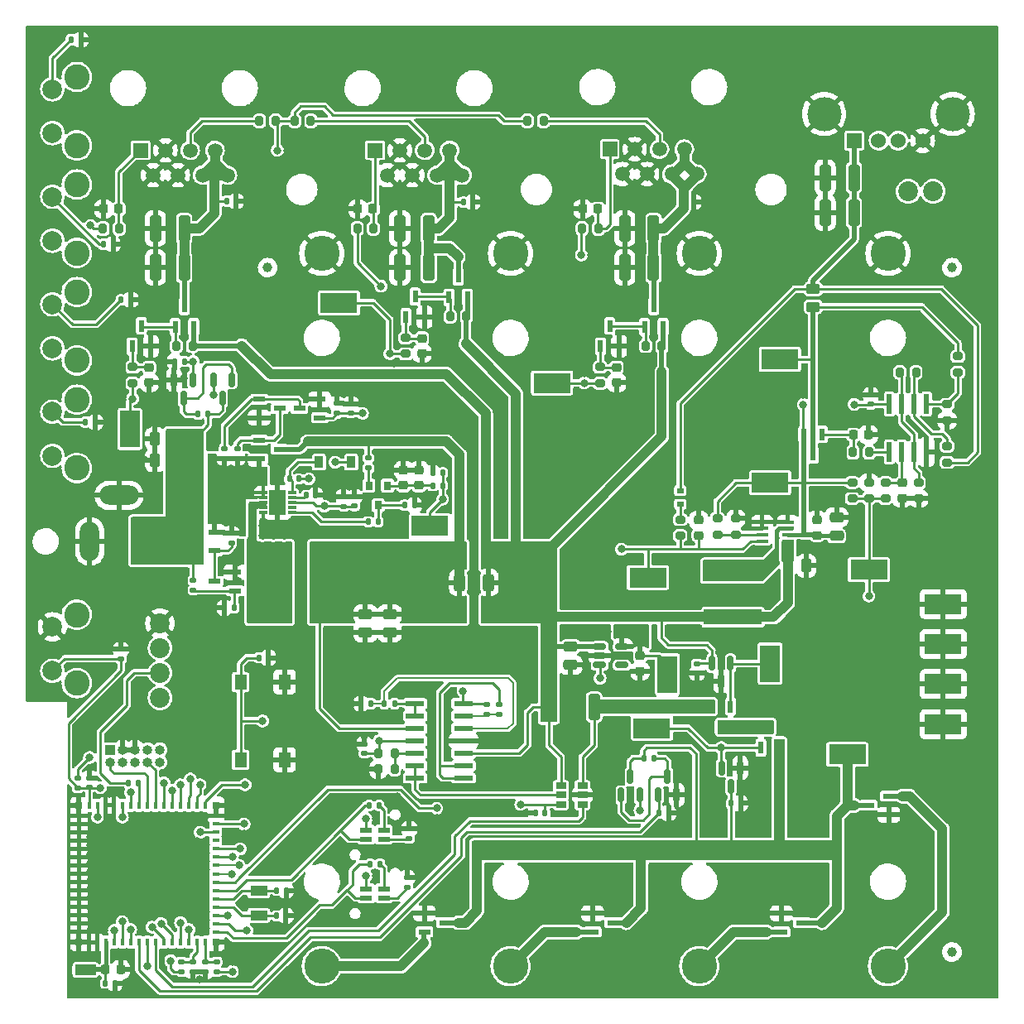
<source format=gtl>
G04 #@! TF.GenerationSoftware,KiCad,Pcbnew,(6.0.6)*
G04 #@! TF.CreationDate,2023-10-25T22:22:06+02:00*
G04 #@! TF.ProjectId,SHS_DCDC,5348535f-4443-4444-932e-6b696361645f,rev?*
G04 #@! TF.SameCoordinates,Original*
G04 #@! TF.FileFunction,Copper,L1,Top*
G04 #@! TF.FilePolarity,Positive*
%FSLAX46Y46*%
G04 Gerber Fmt 4.6, Leading zero omitted, Abs format (unit mm)*
G04 Created by KiCad (PCBNEW (6.0.6)) date 2023-10-25 22:22:06*
%MOMM*%
%LPD*%
G01*
G04 APERTURE LIST*
G04 Aperture macros list*
%AMRoundRect*
0 Rectangle with rounded corners*
0 $1 Rounding radius*
0 $2 $3 $4 $5 $6 $7 $8 $9 X,Y pos of 4 corners*
0 Add a 4 corners polygon primitive as box body*
4,1,4,$2,$3,$4,$5,$6,$7,$8,$9,$2,$3,0*
0 Add four circle primitives for the rounded corners*
1,1,$1+$1,$2,$3*
1,1,$1+$1,$4,$5*
1,1,$1+$1,$6,$7*
1,1,$1+$1,$8,$9*
0 Add four rect primitives between the rounded corners*
20,1,$1+$1,$2,$3,$4,$5,0*
20,1,$1+$1,$4,$5,$6,$7,0*
20,1,$1+$1,$6,$7,$8,$9,0*
20,1,$1+$1,$8,$9,$2,$3,0*%
%AMFreePoly0*
4,1,6,0.600000,-0.600000,-0.600000,-0.600000,-0.600000,0.000000,0.000000,0.600000,0.600000,0.600000,0.600000,-0.600000,0.600000,-0.600000,$1*%
G04 Aperture macros list end*
G04 #@! TA.AperFunction,SMDPad,CuDef*
%ADD10R,2.030000X3.800000*%
G04 #@! TD*
G04 #@! TA.AperFunction,SMDPad,CuDef*
%ADD11C,1.000000*%
G04 #@! TD*
G04 #@! TA.AperFunction,SMDPad,CuDef*
%ADD12RoundRect,0.200000X-0.275000X0.200000X-0.275000X-0.200000X0.275000X-0.200000X0.275000X0.200000X0*%
G04 #@! TD*
G04 #@! TA.AperFunction,SMDPad,CuDef*
%ADD13R,0.600000X1.300000*%
G04 #@! TD*
G04 #@! TA.AperFunction,SMDPad,CuDef*
%ADD14RoundRect,0.225000X0.225000X0.250000X-0.225000X0.250000X-0.225000X-0.250000X0.225000X-0.250000X0*%
G04 #@! TD*
G04 #@! TA.AperFunction,SMDPad,CuDef*
%ADD15RoundRect,0.250000X0.325000X1.100000X-0.325000X1.100000X-0.325000X-1.100000X0.325000X-1.100000X0*%
G04 #@! TD*
G04 #@! TA.AperFunction,SMDPad,CuDef*
%ADD16RoundRect,0.140000X-0.140000X-0.170000X0.140000X-0.170000X0.140000X0.170000X-0.140000X0.170000X0*%
G04 #@! TD*
G04 #@! TA.AperFunction,SMDPad,CuDef*
%ADD17R,1.060000X0.650000*%
G04 #@! TD*
G04 #@! TA.AperFunction,SMDPad,CuDef*
%ADD18RoundRect,0.250000X0.362500X1.075000X-0.362500X1.075000X-0.362500X-1.075000X0.362500X-1.075000X0*%
G04 #@! TD*
G04 #@! TA.AperFunction,SMDPad,CuDef*
%ADD19RoundRect,0.225000X-0.250000X0.225000X-0.250000X-0.225000X0.250000X-0.225000X0.250000X0.225000X0*%
G04 #@! TD*
G04 #@! TA.AperFunction,SMDPad,CuDef*
%ADD20RoundRect,0.200000X0.200000X0.275000X-0.200000X0.275000X-0.200000X-0.275000X0.200000X-0.275000X0*%
G04 #@! TD*
G04 #@! TA.AperFunction,SMDPad,CuDef*
%ADD21R,0.600000X2.000000*%
G04 #@! TD*
G04 #@! TA.AperFunction,SMDPad,CuDef*
%ADD22RoundRect,0.140000X-0.170000X0.140000X-0.170000X-0.140000X0.170000X-0.140000X0.170000X0.140000X0*%
G04 #@! TD*
G04 #@! TA.AperFunction,SMDPad,CuDef*
%ADD23RoundRect,0.200000X-0.200000X-0.275000X0.200000X-0.275000X0.200000X0.275000X-0.200000X0.275000X0*%
G04 #@! TD*
G04 #@! TA.AperFunction,SMDPad,CuDef*
%ADD24RoundRect,0.200000X0.275000X-0.200000X0.275000X0.200000X-0.275000X0.200000X-0.275000X-0.200000X0*%
G04 #@! TD*
G04 #@! TA.AperFunction,SMDPad,CuDef*
%ADD25R,1.200000X0.400000*%
G04 #@! TD*
G04 #@! TA.AperFunction,SMDPad,CuDef*
%ADD26RoundRect,0.250000X-0.250000X-0.475000X0.250000X-0.475000X0.250000X0.475000X-0.250000X0.475000X0*%
G04 #@! TD*
G04 #@! TA.AperFunction,SMDPad,CuDef*
%ADD27RoundRect,0.250000X-0.475000X0.250000X-0.475000X-0.250000X0.475000X-0.250000X0.475000X0.250000X0*%
G04 #@! TD*
G04 #@! TA.AperFunction,SMDPad,CuDef*
%ADD28R,1.300000X0.600000*%
G04 #@! TD*
G04 #@! TA.AperFunction,SMDPad,CuDef*
%ADD29RoundRect,0.250000X-0.325000X-1.100000X0.325000X-1.100000X0.325000X1.100000X-0.325000X1.100000X0*%
G04 #@! TD*
G04 #@! TA.AperFunction,SMDPad,CuDef*
%ADD30RoundRect,0.250000X-0.450000X0.262500X-0.450000X-0.262500X0.450000X-0.262500X0.450000X0.262500X0*%
G04 #@! TD*
G04 #@! TA.AperFunction,SMDPad,CuDef*
%ADD31R,5.900000X1.600000*%
G04 #@! TD*
G04 #@! TA.AperFunction,SMDPad,CuDef*
%ADD32R,0.800000X0.900000*%
G04 #@! TD*
G04 #@! TA.AperFunction,SMDPad,CuDef*
%ADD33RoundRect,0.135000X-0.185000X0.135000X-0.185000X-0.135000X0.185000X-0.135000X0.185000X0.135000X0*%
G04 #@! TD*
G04 #@! TA.AperFunction,SMDPad,CuDef*
%ADD34RoundRect,0.135000X0.135000X0.185000X-0.135000X0.185000X-0.135000X-0.185000X0.135000X-0.185000X0*%
G04 #@! TD*
G04 #@! TA.AperFunction,SMDPad,CuDef*
%ADD35R,1.800000X7.700000*%
G04 #@! TD*
G04 #@! TA.AperFunction,SMDPad,CuDef*
%ADD36RoundRect,0.135000X-0.135000X-0.185000X0.135000X-0.185000X0.135000X0.185000X-0.135000X0.185000X0*%
G04 #@! TD*
G04 #@! TA.AperFunction,SMDPad,CuDef*
%ADD37R,0.400000X0.800000*%
G04 #@! TD*
G04 #@! TA.AperFunction,SMDPad,CuDef*
%ADD38R,0.800000X0.400000*%
G04 #@! TD*
G04 #@! TA.AperFunction,SMDPad,CuDef*
%ADD39R,0.800000X0.800000*%
G04 #@! TD*
G04 #@! TA.AperFunction,SMDPad,CuDef*
%ADD40FreePoly0,90.000000*%
G04 #@! TD*
G04 #@! TA.AperFunction,SMDPad,CuDef*
%ADD41R,1.200000X1.200000*%
G04 #@! TD*
G04 #@! TA.AperFunction,SMDPad,CuDef*
%ADD42RoundRect,0.140000X0.170000X-0.140000X0.170000X0.140000X-0.170000X0.140000X-0.170000X-0.140000X0*%
G04 #@! TD*
G04 #@! TA.AperFunction,SMDPad,CuDef*
%ADD43R,3.800000X2.030000*%
G04 #@! TD*
G04 #@! TA.AperFunction,SMDPad,CuDef*
%ADD44RoundRect,0.135000X0.185000X-0.135000X0.185000X0.135000X-0.185000X0.135000X-0.185000X-0.135000X0*%
G04 #@! TD*
G04 #@! TA.AperFunction,SMDPad,CuDef*
%ADD45RoundRect,0.250000X0.312500X0.625000X-0.312500X0.625000X-0.312500X-0.625000X0.312500X-0.625000X0*%
G04 #@! TD*
G04 #@! TA.AperFunction,SMDPad,CuDef*
%ADD46R,0.900000X1.200000*%
G04 #@! TD*
G04 #@! TA.AperFunction,SMDPad,CuDef*
%ADD47R,1.970000X0.600000*%
G04 #@! TD*
G04 #@! TA.AperFunction,SMDPad,CuDef*
%ADD48RoundRect,0.150000X0.150000X-0.587500X0.150000X0.587500X-0.150000X0.587500X-0.150000X-0.587500X0*%
G04 #@! TD*
G04 #@! TA.AperFunction,SMDPad,CuDef*
%ADD49RoundRect,0.140000X0.140000X0.170000X-0.140000X0.170000X-0.140000X-0.170000X0.140000X-0.170000X0*%
G04 #@! TD*
G04 #@! TA.AperFunction,SMDPad,CuDef*
%ADD50RoundRect,0.250000X0.475000X-0.250000X0.475000X0.250000X-0.475000X0.250000X-0.475000X-0.250000X0*%
G04 #@! TD*
G04 #@! TA.AperFunction,SMDPad,CuDef*
%ADD51RoundRect,0.225000X0.250000X-0.225000X0.250000X0.225000X-0.250000X0.225000X-0.250000X-0.225000X0*%
G04 #@! TD*
G04 #@! TA.AperFunction,SMDPad,CuDef*
%ADD52RoundRect,0.250000X0.250000X0.475000X-0.250000X0.475000X-0.250000X-0.475000X0.250000X-0.475000X0*%
G04 #@! TD*
G04 #@! TA.AperFunction,SMDPad,CuDef*
%ADD53R,1.200000X0.600000*%
G04 #@! TD*
G04 #@! TA.AperFunction,SMDPad,CuDef*
%ADD54R,0.700000X0.600000*%
G04 #@! TD*
G04 #@! TA.AperFunction,SMDPad,CuDef*
%ADD55RoundRect,0.150000X-0.150000X0.587500X-0.150000X-0.587500X0.150000X-0.587500X0.150000X0.587500X0*%
G04 #@! TD*
G04 #@! TA.AperFunction,SMDPad,CuDef*
%ADD56R,1.800000X1.000000*%
G04 #@! TD*
G04 #@! TA.AperFunction,SMDPad,CuDef*
%ADD57RoundRect,0.150000X-0.512500X-0.150000X0.512500X-0.150000X0.512500X0.150000X-0.512500X0.150000X0*%
G04 #@! TD*
G04 #@! TA.AperFunction,SMDPad,CuDef*
%ADD58RoundRect,0.009000X0.416000X0.141000X-0.416000X0.141000X-0.416000X-0.141000X0.416000X-0.141000X0*%
G04 #@! TD*
G04 #@! TA.AperFunction,SMDPad,CuDef*
%ADD59R,1.700000X2.550000*%
G04 #@! TD*
G04 #@! TA.AperFunction,SMDPad,CuDef*
%ADD60R,1.300000X1.550000*%
G04 #@! TD*
G04 #@! TA.AperFunction,ComponentPad*
%ADD61R,1.524000X1.524000*%
G04 #@! TD*
G04 #@! TA.AperFunction,ComponentPad*
%ADD62C,1.524000*%
G04 #@! TD*
G04 #@! TA.AperFunction,ComponentPad*
%ADD63C,3.500000*%
G04 #@! TD*
G04 #@! TA.AperFunction,ComponentPad*
%ADD64O,2.000000X4.000000*%
G04 #@! TD*
G04 #@! TA.AperFunction,ComponentPad*
%ADD65O,4.000000X2.000000*%
G04 #@! TD*
G04 #@! TA.AperFunction,ComponentPad*
%ADD66C,2.000000*%
G04 #@! TD*
G04 #@! TA.AperFunction,ComponentPad*
%ADD67C,2.600000*%
G04 #@! TD*
G04 #@! TA.AperFunction,ComponentPad*
%ADD68R,1.000000X1.000000*%
G04 #@! TD*
G04 #@! TA.AperFunction,ComponentPad*
%ADD69O,1.000000X1.000000*%
G04 #@! TD*
G04 #@! TA.AperFunction,ComponentPad*
%ADD70R,1.500000X1.500000*%
G04 #@! TD*
G04 #@! TA.AperFunction,ComponentPad*
%ADD71C,1.500000*%
G04 #@! TD*
G04 #@! TA.AperFunction,ComponentPad*
%ADD72C,2.020000*%
G04 #@! TD*
G04 #@! TA.AperFunction,ComponentPad*
%ADD73C,3.600000*%
G04 #@! TD*
G04 #@! TA.AperFunction,ViaPad*
%ADD74C,0.800000*%
G04 #@! TD*
G04 #@! TA.AperFunction,Conductor*
%ADD75C,0.250000*%
G04 #@! TD*
G04 #@! TA.AperFunction,Conductor*
%ADD76C,0.200000*%
G04 #@! TD*
G04 #@! TA.AperFunction,Conductor*
%ADD77C,0.500000*%
G04 #@! TD*
G04 #@! TA.AperFunction,Conductor*
%ADD78C,1.000000*%
G04 #@! TD*
G04 #@! TA.AperFunction,Conductor*
%ADD79C,0.400000*%
G04 #@! TD*
G04 APERTURE END LIST*
D10*
X65900000Y-66600000D03*
D11*
X25000000Y-25000000D03*
X95000000Y-25000000D03*
X95000000Y-95000000D03*
D12*
X11200000Y-35175000D03*
X11200000Y-36825000D03*
D13*
X11150000Y-33050000D03*
X13050000Y-33050000D03*
X12100000Y-30950000D03*
X15550000Y-31050000D03*
X17450000Y-31050000D03*
X16500000Y-28950000D03*
D14*
X9775000Y-19000000D03*
X8225000Y-19000000D03*
D15*
X16475000Y-25000000D03*
X13525000Y-25000000D03*
X16475000Y-21000000D03*
X13525000Y-21000000D03*
D16*
X52420000Y-80800000D03*
X53380000Y-80800000D03*
D17*
X57200000Y-79900000D03*
X57200000Y-78950000D03*
X57200000Y-78000000D03*
X55000000Y-78000000D03*
X55000000Y-78950000D03*
X55000000Y-79900000D03*
D18*
X58412500Y-69950000D03*
X53787500Y-69950000D03*
D19*
X12900000Y-35225000D03*
X12900000Y-36775000D03*
D20*
X35825000Y-21000000D03*
X34175000Y-21000000D03*
D19*
X40800000Y-32225000D03*
X40800000Y-33775000D03*
D15*
X41475000Y-21000000D03*
X38525000Y-21000000D03*
X41475000Y-25000000D03*
X38525000Y-25000000D03*
D14*
X35775000Y-19000000D03*
X34225000Y-19000000D03*
X58775000Y-19000000D03*
X57225000Y-19000000D03*
D19*
X60700000Y-35225000D03*
X60700000Y-36775000D03*
D15*
X64475000Y-21000000D03*
X61525000Y-21000000D03*
X64475000Y-25000000D03*
X61525000Y-25000000D03*
D13*
X43550000Y-28050000D03*
X45450000Y-28050000D03*
X44500000Y-25950000D03*
X59050000Y-33050000D03*
X60950000Y-33050000D03*
X60000000Y-30950000D03*
X63550000Y-31050000D03*
X65450000Y-31050000D03*
X64500000Y-28950000D03*
D12*
X39100000Y-32175000D03*
X39100000Y-33825000D03*
D20*
X45325000Y-30000000D03*
X43675000Y-30000000D03*
D12*
X59000000Y-35175000D03*
X59000000Y-36825000D03*
D20*
X65325000Y-33000000D03*
X63675000Y-33000000D03*
X17325000Y-33000000D03*
X15675000Y-33000000D03*
D13*
X39150000Y-30050000D03*
X41050000Y-30050000D03*
X40100000Y-27950000D03*
D20*
X9825000Y-21000000D03*
X8175000Y-21000000D03*
X58825000Y-21000000D03*
X57175000Y-21000000D03*
D21*
X88595000Y-43850000D03*
X89865000Y-43850000D03*
X91135000Y-43850000D03*
X92405000Y-43850000D03*
X92405000Y-38950000D03*
X91135000Y-38950000D03*
X89865000Y-38950000D03*
X88595000Y-38950000D03*
D22*
X86700000Y-38020000D03*
X86700000Y-38980000D03*
D19*
X89900000Y-47025000D03*
X89900000Y-48575000D03*
D12*
X88200000Y-46975000D03*
X88200000Y-48625000D03*
D23*
X84875000Y-43900000D03*
X86525000Y-43900000D03*
D24*
X95600000Y-35725000D03*
X95600000Y-34075000D03*
X94500000Y-40625000D03*
X94500000Y-38975000D03*
D12*
X94500000Y-43275000D03*
X94500000Y-44925000D03*
D24*
X91600000Y-48625000D03*
X91600000Y-46975000D03*
D25*
X78200000Y-52975000D03*
X78200000Y-52325000D03*
X78200000Y-51675000D03*
X78200000Y-51025000D03*
X75600000Y-51025000D03*
X75600000Y-51675000D03*
X75600000Y-52325000D03*
X75600000Y-52975000D03*
D26*
X78200000Y-55500000D03*
X80100000Y-55500000D03*
D24*
X72900000Y-52325000D03*
X72900000Y-50675000D03*
X71000000Y-52325000D03*
X71000000Y-50675000D03*
D27*
X83200000Y-50550000D03*
X83200000Y-52450000D03*
D19*
X81200000Y-50825000D03*
X81200000Y-52375000D03*
D13*
X81750000Y-42050000D03*
X79850000Y-42050000D03*
X80800000Y-44150000D03*
D28*
X77550000Y-91050000D03*
X77550000Y-92950000D03*
X79650000Y-92000000D03*
X58250000Y-91050000D03*
X58250000Y-92950000D03*
X60350000Y-92000000D03*
X88550000Y-80950000D03*
X88550000Y-79050000D03*
X86450000Y-80000000D03*
D23*
X89675000Y-35700000D03*
X91325000Y-35700000D03*
D14*
X86475000Y-42100000D03*
X84925000Y-42100000D03*
D29*
X82025000Y-19400000D03*
X84975000Y-19400000D03*
D30*
X80800000Y-27187500D03*
X80800000Y-29012500D03*
D29*
X82025000Y-15800000D03*
X84975000Y-15800000D03*
D31*
X72600000Y-56050000D03*
X72600000Y-60750000D03*
D28*
X41050000Y-91050000D03*
X41050000Y-92950000D03*
X43150000Y-92000000D03*
D16*
X27245000Y-46600000D03*
X28205000Y-46600000D03*
D32*
X37260000Y-47300000D03*
X35360000Y-47300000D03*
X36310000Y-49300000D03*
D33*
X35310000Y-44490000D03*
X35310000Y-45510000D03*
D27*
X35000000Y-60450000D03*
X35000000Y-62350000D03*
D34*
X42910000Y-47300000D03*
X41890000Y-47300000D03*
D35*
X30300000Y-57200000D03*
X24700000Y-57200000D03*
D36*
X41890000Y-46000000D03*
X42910000Y-46000000D03*
X39000000Y-49300000D03*
X40020000Y-49300000D03*
D27*
X37500000Y-60450000D03*
X37500000Y-62350000D03*
D37*
X6750000Y-94000000D03*
X7600000Y-94000000D03*
X8450000Y-94000000D03*
X9300000Y-94000000D03*
X10150000Y-94000000D03*
X11000000Y-94000000D03*
X11850000Y-94000000D03*
X12700000Y-94000000D03*
X13550000Y-94000000D03*
X14400000Y-94000000D03*
X15250000Y-94000000D03*
X16100000Y-94000000D03*
X16950000Y-94000000D03*
X17800000Y-94000000D03*
X18650000Y-94000000D03*
D38*
X19700000Y-92950000D03*
X19700000Y-92100000D03*
X19700000Y-91250000D03*
X19700000Y-90400000D03*
X19700000Y-89550000D03*
X19700000Y-88700000D03*
X19700000Y-87850000D03*
X19700000Y-87000000D03*
X19700000Y-86150000D03*
X19700000Y-85300000D03*
X19700000Y-84450000D03*
X19700000Y-83600000D03*
X19700000Y-82750000D03*
X19700000Y-81900000D03*
X19700000Y-81050000D03*
D37*
X18650000Y-80000000D03*
X17800000Y-80000000D03*
X16950000Y-80000000D03*
X16100000Y-80000000D03*
X15250000Y-80000000D03*
X14400000Y-80000000D03*
X13550000Y-80000000D03*
X12700000Y-80000000D03*
X11850000Y-80000000D03*
X11000000Y-80000000D03*
X10150000Y-80000000D03*
X9300000Y-80000000D03*
X8450000Y-80000000D03*
X7600000Y-80000000D03*
X6750000Y-80000000D03*
D38*
X5700000Y-83600000D03*
D39*
X5700000Y-94000000D03*
D40*
X11050000Y-88650000D03*
D38*
X5700000Y-81900000D03*
D39*
X19700000Y-80000000D03*
D41*
X12700000Y-88650000D03*
D38*
X5700000Y-82750000D03*
D39*
X5700000Y-80050000D03*
D41*
X11050000Y-87000000D03*
X14350000Y-87000000D03*
X11050000Y-85350000D03*
D38*
X5700000Y-87000000D03*
D41*
X12700000Y-87000000D03*
X14350000Y-88650000D03*
D38*
X5700000Y-92100000D03*
X5700000Y-87850000D03*
D41*
X12700000Y-85350000D03*
D38*
X5700000Y-81050000D03*
X5700000Y-86150000D03*
X5700000Y-92950000D03*
X5700000Y-90400000D03*
X5700000Y-91250000D03*
D41*
X14350000Y-85350000D03*
D38*
X5700000Y-89550000D03*
X5700000Y-85300000D03*
X5700000Y-84450000D03*
D39*
X19700000Y-94000000D03*
D38*
X5700000Y-88700000D03*
D14*
X9975000Y-96800000D03*
X8425000Y-96800000D03*
D42*
X6800000Y-78180000D03*
X6800000Y-77220000D03*
D43*
X32300000Y-28600000D03*
D44*
X32800000Y-49410000D03*
X32800000Y-48390000D03*
D43*
X64300000Y-72100000D03*
D42*
X10000000Y-65000000D03*
X10000000Y-64040000D03*
D45*
X47562500Y-57200000D03*
X44637500Y-57200000D03*
D46*
X30250000Y-44900000D03*
X33550000Y-44900000D03*
D47*
X40095000Y-69590000D03*
X40095000Y-70860000D03*
X40095000Y-72130000D03*
X40095000Y-73400000D03*
X40095000Y-74670000D03*
X40095000Y-75940000D03*
X40095000Y-77210000D03*
X45045000Y-77210000D03*
X45045000Y-75940000D03*
X45045000Y-74670000D03*
X45045000Y-73400000D03*
X45045000Y-72130000D03*
X45045000Y-70860000D03*
X45045000Y-69590000D03*
D19*
X63100000Y-64725000D03*
X63100000Y-66275000D03*
D20*
X29425000Y-10000000D03*
X27775000Y-10000000D03*
D34*
X5910000Y-1700000D03*
X4890000Y-1700000D03*
D22*
X34900000Y-73720000D03*
X34900000Y-74680000D03*
D33*
X21900000Y-43490000D03*
X21900000Y-44510000D03*
D43*
X84300000Y-74800000D03*
D48*
X64950000Y-78937500D03*
X66850000Y-78937500D03*
X65900000Y-77062500D03*
D43*
X77400000Y-34400000D03*
D49*
X9380000Y-98200000D03*
X8420000Y-98200000D03*
D50*
X56000000Y-65650000D03*
X56000000Y-63750000D03*
D51*
X69100000Y-52375000D03*
X69100000Y-50825000D03*
D34*
X36510000Y-86000000D03*
X35490000Y-86000000D03*
D23*
X24175000Y-10000000D03*
X25825000Y-10000000D03*
D43*
X94100000Y-63500000D03*
D52*
X15350000Y-42500000D03*
X13450000Y-42500000D03*
D43*
X94100000Y-71700000D03*
D34*
X11010000Y-28300000D03*
X9990000Y-28300000D03*
D43*
X54100000Y-36800000D03*
D10*
X76400000Y-65500000D03*
D22*
X68900000Y-65520000D03*
X68900000Y-66480000D03*
D53*
X35100000Y-89475000D03*
X36900000Y-89475000D03*
X36900000Y-88525000D03*
X35100000Y-88525000D03*
D43*
X41600000Y-51400000D03*
D13*
X72350000Y-69900000D03*
X70450000Y-69900000D03*
X71400000Y-72000000D03*
D16*
X25920000Y-91300000D03*
X26880000Y-91300000D03*
X20820000Y-18200000D03*
X21780000Y-18200000D03*
X67620000Y-18300000D03*
X68580000Y-18300000D03*
D54*
X67200000Y-47800000D03*
X67200000Y-49200000D03*
D55*
X21350000Y-36462500D03*
X19450000Y-36462500D03*
X20400000Y-38337500D03*
D43*
X94100000Y-67600000D03*
D13*
X75450000Y-74100000D03*
X77350000Y-74100000D03*
X76400000Y-72000000D03*
D55*
X73350000Y-76162500D03*
X71450000Y-76162500D03*
X72400000Y-78037500D03*
D43*
X76400000Y-47000000D03*
D28*
X24150000Y-42650000D03*
X24150000Y-44550000D03*
X26250000Y-43600000D03*
D20*
X37995000Y-76300000D03*
X36345000Y-76300000D03*
D34*
X21610000Y-59800000D03*
X20590000Y-59800000D03*
D51*
X38900000Y-47275000D03*
X38900000Y-45725000D03*
D10*
X40500000Y-57200000D03*
D34*
X64510000Y-75200000D03*
X63490000Y-75200000D03*
D28*
X24150000Y-38450000D03*
X24150000Y-40350000D03*
X26250000Y-39400000D03*
D56*
X24100000Y-88750000D03*
X24100000Y-91250000D03*
D28*
X19550000Y-53950000D03*
X19550000Y-52050000D03*
X17450000Y-53000000D03*
D33*
X39300000Y-87390000D03*
X39300000Y-88410000D03*
D16*
X25940000Y-88700000D03*
X26900000Y-88700000D03*
D20*
X53225000Y-10000000D03*
X51575000Y-10000000D03*
D33*
X5600000Y-77190000D03*
X5600000Y-78210000D03*
X19800000Y-95990000D03*
X19800000Y-97010000D03*
D10*
X10900000Y-41500000D03*
D48*
X61150000Y-78937500D03*
X63050000Y-78937500D03*
X62100000Y-77062500D03*
D23*
X36345000Y-74700000D03*
X37995000Y-74700000D03*
D51*
X40500000Y-47275000D03*
X40500000Y-45725000D03*
D16*
X72420000Y-79800000D03*
X73380000Y-79800000D03*
D33*
X21300000Y-52190000D03*
X21300000Y-53210000D03*
D44*
X17400000Y-97010000D03*
X17400000Y-95990000D03*
D55*
X17350000Y-36462500D03*
X15450000Y-36462500D03*
X16400000Y-38337500D03*
D57*
X58962500Y-63750000D03*
X58962500Y-64700000D03*
X58962500Y-65650000D03*
X61237500Y-65650000D03*
X61237500Y-63750000D03*
D34*
X66010000Y-80800000D03*
X64990000Y-80800000D03*
X35580000Y-69600000D03*
X34560000Y-69600000D03*
X9210000Y-22600000D03*
X8190000Y-22600000D03*
D10*
X51300000Y-57200000D03*
D44*
X20600000Y-44510000D03*
X20600000Y-43490000D03*
D43*
X86500000Y-55900000D03*
D24*
X86500000Y-48625000D03*
X86500000Y-46975000D03*
D34*
X7410000Y-40800000D03*
X6390000Y-40800000D03*
D16*
X28945000Y-48300000D03*
X29905000Y-48300000D03*
D22*
X33500000Y-38920000D03*
X33500000Y-39880000D03*
D52*
X15350000Y-44700000D03*
X13450000Y-44700000D03*
D22*
X33900000Y-48420000D03*
X33900000Y-49380000D03*
D28*
X21650000Y-58050000D03*
X21650000Y-56150000D03*
X19550000Y-57100000D03*
D16*
X45020000Y-18300000D03*
X45980000Y-18300000D03*
D12*
X67200000Y-50775000D03*
X67200000Y-52425000D03*
D44*
X18650000Y-97010000D03*
X18650000Y-95990000D03*
D33*
X17400000Y-56990000D03*
X17400000Y-58010000D03*
D10*
X21200000Y-48500000D03*
D49*
X25080000Y-64900000D03*
X24120000Y-64900000D03*
D36*
X17890000Y-40000000D03*
X18910000Y-40000000D03*
X35300000Y-51000000D03*
X36320000Y-51000000D03*
X15490000Y-34600000D03*
X16510000Y-34600000D03*
D55*
X72350000Y-65462500D03*
X70450000Y-65462500D03*
X71400000Y-67337500D03*
D44*
X32100000Y-39910000D03*
X32100000Y-38890000D03*
D36*
X10790000Y-77700000D03*
X11810000Y-77700000D03*
D58*
X27500000Y-50000000D03*
X27500000Y-49500000D03*
X27500000Y-49000000D03*
X27500000Y-48500000D03*
X24550000Y-48000000D03*
X24550000Y-48500000D03*
X27500000Y-48000000D03*
X24550000Y-49000000D03*
X24550000Y-49500000D03*
X24550000Y-50000000D03*
D59*
X26025000Y-49000000D03*
D44*
X47400000Y-70710000D03*
X47400000Y-69690000D03*
D33*
X16200000Y-95990000D03*
X16200000Y-97010000D03*
D43*
X94100000Y-59400000D03*
D33*
X39500000Y-82390000D03*
X39500000Y-83410000D03*
D43*
X63900000Y-56700000D03*
D53*
X35100000Y-83475000D03*
X36900000Y-83475000D03*
X36900000Y-82525000D03*
X35100000Y-82525000D03*
D28*
X30350000Y-40350000D03*
X30350000Y-38450000D03*
X28250000Y-39400000D03*
D33*
X48700000Y-69690000D03*
X48700000Y-70710000D03*
D34*
X37980000Y-69600000D03*
X36960000Y-69600000D03*
D12*
X84800000Y-46975000D03*
X84800000Y-48625000D03*
D34*
X36410000Y-80000000D03*
X35390000Y-80000000D03*
D60*
X22240000Y-75335000D03*
X22240000Y-67385000D03*
X26740000Y-75335000D03*
X26740000Y-67385000D03*
D61*
X85000000Y-12000000D03*
D62*
X87500000Y-12000000D03*
X89500000Y-12000000D03*
X92000000Y-12000000D03*
D63*
X81930000Y-9290000D03*
X95070000Y-9290000D03*
D64*
X12812500Y-53000000D03*
X6812500Y-53000000D03*
D65*
X9812500Y-48300000D03*
D66*
X3000000Y-33250000D03*
X3000000Y-28750000D03*
D67*
X5500000Y-34500000D03*
X5500000Y-27500000D03*
D68*
X8930000Y-74300000D03*
D69*
X8930000Y-75570000D03*
X10200000Y-74300000D03*
X10200000Y-75570000D03*
X11470000Y-74300000D03*
X11470000Y-75570000D03*
X12740000Y-74300000D03*
X12740000Y-75570000D03*
X14010000Y-74300000D03*
X14010000Y-75570000D03*
D66*
X3000000Y-22250000D03*
X3000000Y-17750000D03*
D67*
X5500000Y-23500000D03*
X5500000Y-16500000D03*
D70*
X12000000Y-13000000D03*
D71*
X13270000Y-15540000D03*
X14540000Y-13000000D03*
X15810000Y-15540000D03*
X17080000Y-13000000D03*
X18350000Y-15540000D03*
X19620000Y-13000000D03*
X20890000Y-15540000D03*
D72*
X93065000Y-17200000D03*
X90525000Y-17200000D03*
D70*
X36000000Y-13000000D03*
D71*
X37270000Y-15540000D03*
X38540000Y-13000000D03*
X39810000Y-15540000D03*
X41080000Y-13000000D03*
X42350000Y-15540000D03*
X43620000Y-13000000D03*
X44890000Y-15540000D03*
D66*
X3000000Y-11250000D03*
X3000000Y-6750000D03*
D67*
X5500000Y-12500000D03*
X5500000Y-5500000D03*
D66*
X3000000Y-44250000D03*
X3000000Y-39750000D03*
D67*
X5500000Y-45500000D03*
X5500000Y-38500000D03*
D66*
X3000000Y-66250000D03*
X3000000Y-61750000D03*
D67*
X5500000Y-67500000D03*
X5500000Y-60500000D03*
D72*
X14000000Y-69000000D03*
X14000000Y-66460000D03*
X14000000Y-63920000D03*
X14000000Y-61380000D03*
D70*
X60000000Y-12900000D03*
D71*
X61270000Y-15440000D03*
X62540000Y-12900000D03*
X63810000Y-15440000D03*
X65080000Y-12900000D03*
X66350000Y-15440000D03*
X67620000Y-12900000D03*
X68890000Y-15440000D03*
D73*
X88455000Y-96450000D03*
X88455000Y-23550000D03*
X69150000Y-96450000D03*
X69150000Y-23550000D03*
X49850000Y-96450000D03*
X49850000Y-23550000D03*
X30545000Y-96450000D03*
X30545000Y-23550000D03*
D74*
X88300000Y-16100000D03*
X95300000Y-17500000D03*
X27000000Y-13000000D03*
X93000000Y-45800000D03*
X15300000Y-77200000D03*
X23400000Y-78700000D03*
X7300000Y-2900000D03*
X59800000Y-67800000D03*
X70400000Y-74900000D03*
X36800000Y-25700000D03*
X52700000Y-72800000D03*
X14400000Y-33900000D03*
X42600000Y-90800000D03*
X38800000Y-68000000D03*
X86500000Y-40500000D03*
X83200000Y-49200000D03*
X6800000Y-76200000D03*
X42300000Y-33800000D03*
X12000000Y-21000000D03*
X15800000Y-85300000D03*
X59800000Y-62200000D03*
X21400000Y-96000000D03*
X37900000Y-34800000D03*
X8300000Y-82000000D03*
X18000000Y-92700000D03*
X7500000Y-95500000D03*
X74500000Y-79800000D03*
X36100000Y-81400000D03*
X91600000Y-49800000D03*
X30900000Y-48300000D03*
X26000000Y-46700000D03*
X31900000Y-46000000D03*
X6900000Y-19000000D03*
X33400000Y-47400000D03*
X6900000Y-92800000D03*
X6900000Y-85900000D03*
X57200000Y-17600000D03*
X72900000Y-49400000D03*
X75900000Y-91100000D03*
X67700000Y-66200000D03*
X34900000Y-72900000D03*
X10000000Y-95400000D03*
X67300000Y-80800000D03*
X86700000Y-36900000D03*
X47000000Y-18300000D03*
X81600000Y-55500000D03*
X12500000Y-90000000D03*
X7500000Y-39700000D03*
X56700000Y-91100000D03*
X6900000Y-89500000D03*
X57500000Y-64700000D03*
X10500000Y-98200000D03*
X32800000Y-37900000D03*
X74700000Y-76200000D03*
X68600000Y-19400000D03*
X39300000Y-86300000D03*
X9700000Y-85400000D03*
X58500000Y-78900000D03*
X78200000Y-49900000D03*
X86500000Y-45600000D03*
X69100000Y-68100000D03*
X91000000Y-59400000D03*
X26200000Y-64900000D03*
X18600000Y-81100000D03*
X34200000Y-17500000D03*
X12800000Y-41100000D03*
X80300000Y-15800000D03*
X15800000Y-86800000D03*
X58100000Y-23700000D03*
X39800000Y-44500000D03*
X11100000Y-91500000D03*
X80300000Y-19400000D03*
X41000000Y-49300000D03*
X89900000Y-49800000D03*
X25600000Y-52400000D03*
X24500000Y-51400000D03*
X37500000Y-63800000D03*
X24500000Y-52400000D03*
X79800000Y-38000000D03*
X6500000Y-95500000D03*
X36100000Y-87200000D03*
X13500000Y-91300000D03*
X38500000Y-18900000D03*
X21200000Y-94375500D03*
X42300000Y-81299503D03*
X57400000Y-35800000D03*
X6900000Y-90400000D03*
X26700000Y-51400000D03*
X6900000Y-91300000D03*
X62000000Y-34300000D03*
X8800000Y-78800000D03*
X51400000Y-80800000D03*
X18000000Y-97800000D03*
X22000000Y-55100000D03*
X57500000Y-65800000D03*
X8300000Y-92800000D03*
X22600000Y-82899503D03*
X22000000Y-57100000D03*
X91000000Y-71700000D03*
X91000000Y-67600000D03*
X62100000Y-80100000D03*
X6900000Y-84100000D03*
X26700000Y-52400000D03*
X12000000Y-28300000D03*
X41900000Y-44900000D03*
X68800000Y-49300000D03*
X35000000Y-63800000D03*
X12400000Y-83900000D03*
X22800000Y-18200000D03*
X6900000Y-85000000D03*
X30300000Y-46600000D03*
X46870000Y-73400000D03*
X59700000Y-25000000D03*
X6900000Y-83200000D03*
X61500000Y-18700000D03*
X91000000Y-63500000D03*
X9400000Y-82000000D03*
X39500000Y-81300000D03*
X33600000Y-69600000D03*
X26000000Y-45800000D03*
X75600000Y-49900000D03*
X14200000Y-37100000D03*
X57000000Y-67000000D03*
X6900000Y-86800000D03*
X42500000Y-31100000D03*
X38300000Y-79100000D03*
X5500000Y-95500000D03*
X26400000Y-90000000D03*
X10100000Y-89500000D03*
X95800000Y-40700000D03*
X25600000Y-51400000D03*
X10300000Y-22300000D03*
X16400000Y-36300000D03*
X12000000Y-25000000D03*
X62000000Y-36800000D03*
X11000000Y-83900000D03*
X24100000Y-41500000D03*
X63100000Y-67900000D03*
X12400000Y-44600000D03*
X6900000Y-87700000D03*
X90200000Y-81000000D03*
X81200000Y-49500000D03*
X56100000Y-70000000D03*
X17767345Y-83692521D03*
X6900000Y-88600000D03*
X29225000Y-46600000D03*
X26900000Y-53700000D03*
X42900000Y-48700000D03*
X22600000Y-81900000D03*
X85000000Y-39000000D03*
X79800000Y-39000000D03*
X31900000Y-44900000D03*
X21300000Y-87000000D03*
X61200000Y-53800000D03*
X22900000Y-92800000D03*
X22700000Y-77900000D03*
X30800000Y-49400000D03*
X22100000Y-86150000D03*
X59000000Y-67000000D03*
X71400000Y-74100000D03*
X7900000Y-78200000D03*
X15250000Y-78500000D03*
X14400000Y-77700000D03*
X11000000Y-78700000D03*
X15100000Y-95900000D03*
X19450000Y-38000000D03*
X10150000Y-81200000D03*
X17400000Y-34600000D03*
X21400000Y-97000000D03*
X63100000Y-80500000D03*
X9300000Y-92800000D03*
X24490000Y-71360000D03*
X50900000Y-79900000D03*
X10150000Y-91900000D03*
X36400000Y-73400000D03*
X20900000Y-91250000D03*
X11000000Y-92700000D03*
X18100000Y-82750000D03*
X13184016Y-92444535D03*
X14117097Y-92086254D03*
X6900000Y-20700000D03*
X22200000Y-84450000D03*
X36600000Y-26900000D03*
X21400000Y-85300000D03*
X57100000Y-23700000D03*
X57400000Y-36800000D03*
X18100000Y-77900000D03*
X37500000Y-33800000D03*
X17100000Y-77300000D03*
X16100000Y-77900000D03*
X11200000Y-38400000D03*
X45000000Y-68300000D03*
X16950000Y-92700000D03*
X7600000Y-81200000D03*
X12700000Y-96400000D03*
X34700000Y-39900000D03*
X35100000Y-87200000D03*
X6800000Y-75100000D03*
X35100000Y-81400000D03*
X7000000Y-96800000D03*
X6000000Y-96800000D03*
X62500000Y-62200000D03*
X63100000Y-63300000D03*
X61300000Y-62200000D03*
X16100000Y-92000000D03*
X26000000Y-13000000D03*
X42300000Y-80300000D03*
X86500000Y-58600000D03*
D75*
X65600000Y-65300000D02*
X65025000Y-64725000D01*
X65600000Y-66300000D02*
X65600000Y-65300000D01*
X65025000Y-64725000D02*
X63100000Y-64725000D01*
X65900000Y-66600000D02*
X65600000Y-66300000D01*
D76*
X49570000Y-72130000D02*
X45045000Y-72130000D01*
X50100000Y-71600000D02*
X49570000Y-72130000D01*
X50100000Y-67500000D02*
X50100000Y-71600000D01*
X38270000Y-67000000D02*
X49600000Y-67000000D01*
X49600000Y-67000000D02*
X50100000Y-67500000D01*
X36960000Y-68310000D02*
X38270000Y-67000000D01*
X36960000Y-69600000D02*
X36960000Y-68310000D01*
D77*
X85000000Y-80000000D02*
X86450000Y-80000000D01*
D78*
X85000000Y-80000000D02*
X84300000Y-80000000D01*
D77*
X76000000Y-92950000D02*
X77550000Y-92950000D01*
D78*
X72650000Y-92950000D02*
X76000000Y-92950000D01*
X69150000Y-96450000D02*
X72650000Y-92950000D01*
D77*
X56600000Y-92950000D02*
X58250000Y-92950000D01*
D78*
X53350000Y-92950000D02*
X56600000Y-92950000D01*
X49850000Y-96450000D02*
X53350000Y-92950000D01*
D77*
X41000000Y-94100000D02*
X41000000Y-93000000D01*
D78*
X38650000Y-96450000D02*
X30545000Y-96450000D01*
X41000000Y-94100000D02*
X38650000Y-96450000D01*
X46400000Y-90800000D02*
X46400000Y-84800000D01*
X45200000Y-92000000D02*
X46400000Y-90800000D01*
X44500000Y-92000000D02*
X45200000Y-92000000D01*
D77*
X43150000Y-92000000D02*
X44500000Y-92000000D01*
X60350000Y-92000000D02*
X61700000Y-92000000D01*
D78*
X61700000Y-92000000D02*
X63200000Y-90500000D01*
X63200000Y-90500000D02*
X63200000Y-84600000D01*
X94000000Y-82400000D02*
X94000000Y-90905000D01*
X90650000Y-79050000D02*
X94000000Y-82400000D01*
X94000000Y-90905000D02*
X88455000Y-96450000D01*
X89900000Y-79050000D02*
X90650000Y-79050000D01*
D77*
X88550000Y-79050000D02*
X89900000Y-79050000D01*
D75*
X63090000Y-82700000D02*
X64990000Y-80800000D01*
X45400000Y-82700000D02*
X63090000Y-82700000D01*
X44800000Y-83300000D02*
X45400000Y-82700000D01*
X36500000Y-93500000D02*
X44800000Y-85200000D01*
X23900000Y-99000000D02*
X29400000Y-93500000D01*
X11850000Y-96850000D02*
X14000000Y-99000000D01*
X29400000Y-93500000D02*
X36500000Y-93500000D01*
X44800000Y-85200000D02*
X44800000Y-83300000D01*
X14000000Y-99000000D02*
X23900000Y-99000000D01*
X11850000Y-94000000D02*
X11850000Y-96850000D01*
X63490000Y-74410000D02*
X63490000Y-75200000D01*
X68200000Y-74100000D02*
X63800000Y-74100000D01*
X63800000Y-74100000D02*
X63490000Y-74410000D01*
X68800000Y-74700000D02*
X68200000Y-74100000D01*
X68800000Y-84400000D02*
X68800000Y-74700000D01*
X65900000Y-75500000D02*
X65900000Y-77062500D01*
X65600000Y-75200000D02*
X65900000Y-75500000D01*
X64510000Y-75200000D02*
X65600000Y-75200000D01*
X62400000Y-75200000D02*
X62100000Y-75500000D01*
X63490000Y-75200000D02*
X62400000Y-75200000D01*
X62100000Y-75500000D02*
X62100000Y-77062500D01*
X14400000Y-93660519D02*
X14400000Y-94000000D01*
X13184016Y-92444535D02*
X14400000Y-93660519D01*
X14117097Y-92086254D02*
X15250000Y-93219157D01*
X15250000Y-93219157D02*
X15250000Y-94000000D01*
X53380000Y-79920000D02*
X53400000Y-79900000D01*
X53380000Y-80800000D02*
X53380000Y-79920000D01*
X53400000Y-79900000D02*
X50900000Y-79900000D01*
X55000000Y-79900000D02*
X53400000Y-79900000D01*
X11000000Y-94000000D02*
X11000000Y-92700000D01*
X26740000Y-67385000D02*
X26740000Y-75335000D01*
X57175000Y-19050000D02*
X57225000Y-19000000D01*
X28205000Y-46600000D02*
X29225000Y-46600000D01*
X39000000Y-49300000D02*
X36310000Y-49300000D01*
X36310000Y-50990000D02*
X36320000Y-51000000D01*
X36310000Y-49300000D02*
X36310000Y-50990000D01*
X35310000Y-47250000D02*
X35360000Y-47300000D01*
X35310000Y-45510000D02*
X35310000Y-47250000D01*
D78*
X35310000Y-42800000D02*
X29100000Y-42800000D01*
D77*
X29100000Y-42800000D02*
X28300000Y-43600000D01*
D78*
X44637500Y-44137500D02*
X44637500Y-57200000D01*
X40400000Y-42800000D02*
X43300000Y-42800000D01*
D77*
X28300000Y-43600000D02*
X26250000Y-43600000D01*
D78*
X43300000Y-42800000D02*
X44637500Y-44137500D01*
D75*
X32330000Y-72130000D02*
X30300000Y-70100000D01*
X40095000Y-72130000D02*
X32330000Y-72130000D01*
X30300000Y-70100000D02*
X30300000Y-57200000D01*
D78*
X35310000Y-42800000D02*
X40400000Y-42800000D01*
D75*
X35310000Y-44490000D02*
X35310000Y-42800000D01*
X18300000Y-10000000D02*
X17080000Y-11220000D01*
X24175000Y-10000000D02*
X18300000Y-10000000D01*
X17080000Y-11220000D02*
X17080000Y-13000000D01*
X19550000Y-57100000D02*
X19550000Y-53950000D01*
X19550000Y-53950000D02*
X20950000Y-53950000D01*
X20950000Y-53950000D02*
X21300000Y-53600000D01*
X21300000Y-53600000D02*
X21300000Y-53210000D01*
X15550000Y-32875000D02*
X15675000Y-33000000D01*
X15550000Y-31050000D02*
X12200000Y-31050000D01*
X12200000Y-31050000D02*
X12100000Y-30950000D01*
X15550000Y-31050000D02*
X15550000Y-32875000D01*
D78*
X84300000Y-80000000D02*
X83200000Y-81100000D01*
X83200000Y-90500000D02*
X83200000Y-85000000D01*
D75*
X72420000Y-79800000D02*
X72420000Y-78057500D01*
X72420000Y-79800000D02*
X72420000Y-83800000D01*
D78*
X84300000Y-74800000D02*
X84300000Y-80000000D01*
D77*
X79650000Y-92000000D02*
X81700000Y-92000000D01*
D75*
X72420000Y-78057500D02*
X72400000Y-78037500D01*
D78*
X81700000Y-92000000D02*
X83200000Y-90500000D01*
X83200000Y-81100000D02*
X83200000Y-85000000D01*
X43625000Y-23025000D02*
X41475000Y-23025000D01*
X43620000Y-14270000D02*
X42350000Y-15540000D01*
X43640000Y-15540000D02*
X42350000Y-15540000D01*
D75*
X45020000Y-18300000D02*
X43700000Y-18300000D01*
D78*
X41475000Y-21000000D02*
X42500000Y-21000000D01*
X41475000Y-25000000D02*
X41475000Y-23025000D01*
X44500000Y-23900000D02*
X43625000Y-23025000D01*
X43640000Y-18360000D02*
X43640000Y-15540000D01*
X41475000Y-23025000D02*
X41475000Y-21000000D01*
X42500000Y-21000000D02*
X43640000Y-19860000D01*
X43620000Y-13000000D02*
X43620000Y-14270000D01*
X43620000Y-14270000D02*
X44890000Y-15540000D01*
D77*
X44500000Y-25950000D02*
X44500000Y-23900000D01*
D78*
X44890000Y-15540000D02*
X43640000Y-15540000D01*
X43640000Y-19860000D02*
X43640000Y-18360000D01*
D75*
X43700000Y-18300000D02*
X43640000Y-18360000D01*
D78*
X25300000Y-35900000D02*
X43300000Y-35900000D01*
D77*
X17450000Y-32875000D02*
X17325000Y-33000000D01*
D78*
X76750000Y-60750000D02*
X78200000Y-59300000D01*
D75*
X65250000Y-62850000D02*
X65250000Y-60750000D01*
X69900000Y-63600000D02*
X66000000Y-63600000D01*
D78*
X65250000Y-60750000D02*
X53750000Y-60750000D01*
D75*
X51600000Y-73800000D02*
X51600000Y-70500000D01*
D77*
X65325000Y-33000000D02*
X65325000Y-35675000D01*
D78*
X45300000Y-32800000D02*
X50400000Y-37900000D01*
D75*
X70450000Y-65462500D02*
X69017500Y-65462500D01*
D78*
X43300000Y-35900000D02*
X47300000Y-39900000D01*
X72600000Y-60750000D02*
X65250000Y-60750000D01*
X54100000Y-53500000D02*
X65325000Y-42275000D01*
D77*
X17450000Y-31050000D02*
X17450000Y-32875000D01*
X58962500Y-63750000D02*
X56000000Y-63750000D01*
D78*
X47300000Y-39900000D02*
X47300000Y-54500000D01*
D75*
X45045000Y-74670000D02*
X50730000Y-74670000D01*
D78*
X72600000Y-60750000D02*
X76750000Y-60750000D01*
D77*
X17325000Y-33000000D02*
X22400000Y-33000000D01*
D75*
X69017500Y-65462500D02*
X68980000Y-65500000D01*
D78*
X78200000Y-59300000D02*
X78200000Y-55500000D01*
D77*
X45300000Y-30025000D02*
X45300000Y-32800000D01*
D75*
X70450000Y-65462500D02*
X70450000Y-64150000D01*
X55000000Y-78000000D02*
X55000000Y-75050000D01*
D78*
X65325000Y-42275000D02*
X65325000Y-35675000D01*
D77*
X45325000Y-30000000D02*
X45300000Y-30025000D01*
X45450000Y-28050000D02*
X45450000Y-29875000D01*
D75*
X66000000Y-63600000D02*
X65250000Y-62850000D01*
D77*
X56000000Y-63750000D02*
X53850000Y-63750000D01*
D78*
X22400000Y-33000000D02*
X25300000Y-35900000D01*
D75*
X55000000Y-75050000D02*
X53787500Y-73837500D01*
D78*
X50400000Y-37900000D02*
X50400000Y-53500000D01*
D75*
X70450000Y-64150000D02*
X69900000Y-63600000D01*
D77*
X65450000Y-31050000D02*
X65450000Y-32875000D01*
D78*
X50400000Y-53500000D02*
X54100000Y-53500000D01*
D75*
X53787500Y-73837500D02*
X53787500Y-69950000D01*
D77*
X65450000Y-32875000D02*
X65325000Y-33000000D01*
X53850000Y-63750000D02*
X53700000Y-63600000D01*
D75*
X51600000Y-70500000D02*
X52150000Y-69950000D01*
X50730000Y-74670000D02*
X51600000Y-73800000D01*
X52150000Y-69950000D02*
X53787500Y-69950000D01*
D77*
X45450000Y-29875000D02*
X45325000Y-30000000D01*
D75*
X40095000Y-74670000D02*
X38025000Y-74670000D01*
X37995000Y-74700000D02*
X37995000Y-76300000D01*
X38025000Y-74670000D02*
X37995000Y-74700000D01*
X40095000Y-70860000D02*
X40095000Y-69590000D01*
X40095000Y-69590000D02*
X37990000Y-69590000D01*
X37990000Y-69590000D02*
X37980000Y-69600000D01*
X42910000Y-46000000D02*
X42910000Y-47300000D01*
X41600000Y-51400000D02*
X41600000Y-50000000D01*
X41600000Y-50000000D02*
X42900000Y-48700000D01*
X19700000Y-81900000D02*
X22600000Y-81900000D01*
X42900000Y-47310000D02*
X42910000Y-47300000D01*
X42900000Y-48700000D02*
X42900000Y-47310000D01*
X11200000Y-35175000D02*
X11200000Y-33100000D01*
X11200000Y-33100000D02*
X11150000Y-33050000D01*
X11200000Y-35175000D02*
X12850000Y-35175000D01*
X12850000Y-35175000D02*
X12900000Y-35225000D01*
D78*
X67540000Y-16730000D02*
X66350000Y-15540000D01*
X64475000Y-21000000D02*
X65500000Y-21000000D01*
X68890000Y-15540000D02*
X67700000Y-16730000D01*
X67540000Y-18960000D02*
X67540000Y-16730000D01*
D77*
X64500000Y-25025000D02*
X64475000Y-25000000D01*
X64500000Y-28950000D02*
X64500000Y-25025000D01*
D78*
X67620000Y-14270000D02*
X68890000Y-15540000D01*
X64475000Y-25000000D02*
X64475000Y-21000000D01*
X67700000Y-16730000D02*
X67540000Y-16730000D01*
X66350000Y-15540000D02*
X67620000Y-14270000D01*
X65500000Y-21000000D02*
X67540000Y-18960000D01*
X67620000Y-13000000D02*
X67620000Y-14270000D01*
D77*
X16500000Y-25025000D02*
X16475000Y-25000000D01*
D78*
X16475000Y-21000000D02*
X18000000Y-21000000D01*
X19620000Y-14270000D02*
X18350000Y-15540000D01*
X16475000Y-21000000D02*
X16475000Y-25000000D01*
X19560000Y-15540000D02*
X20890000Y-15540000D01*
X19560000Y-18060000D02*
X19560000Y-15540000D01*
D77*
X16500000Y-28950000D02*
X16500000Y-25025000D01*
D78*
X19620000Y-13000000D02*
X19620000Y-14270000D01*
X18000000Y-21000000D02*
X19560000Y-19440000D01*
D75*
X19700000Y-18200000D02*
X19560000Y-18060000D01*
D78*
X19560000Y-19440000D02*
X19560000Y-18060000D01*
X18350000Y-15540000D02*
X19560000Y-15540000D01*
D75*
X20820000Y-18200000D02*
X19700000Y-18200000D01*
D78*
X19620000Y-14270000D02*
X20890000Y-15540000D01*
D75*
X39100000Y-30100000D02*
X39150000Y-30050000D01*
X40800000Y-32225000D02*
X39150000Y-32225000D01*
X39100000Y-32175000D02*
X39100000Y-30100000D01*
X39150000Y-32225000D02*
X39100000Y-32175000D01*
X59050000Y-33050000D02*
X59050000Y-35125000D01*
X60700000Y-35225000D02*
X59050000Y-35225000D01*
X59050000Y-35125000D02*
X59000000Y-35175000D01*
X59050000Y-35225000D02*
X59000000Y-35175000D01*
X43450000Y-27950000D02*
X43550000Y-28050000D01*
X43675000Y-28175000D02*
X43550000Y-28050000D01*
X40100000Y-27950000D02*
X43450000Y-27950000D01*
X43675000Y-30000000D02*
X43675000Y-28175000D01*
X63450000Y-30950000D02*
X63550000Y-31050000D01*
X63675000Y-31175000D02*
X63550000Y-31050000D01*
X63675000Y-33000000D02*
X63675000Y-31175000D01*
X60000000Y-30950000D02*
X63450000Y-30950000D01*
X48700000Y-68200000D02*
X48700000Y-69690000D01*
X42600000Y-68500000D02*
X43600000Y-67500000D01*
X42600000Y-76900000D02*
X42910000Y-77210000D01*
X42910000Y-77210000D02*
X45045000Y-77210000D01*
X48000000Y-67500000D02*
X48700000Y-68200000D01*
X42640000Y-75940000D02*
X42600000Y-75900000D01*
X42600000Y-75800000D02*
X42600000Y-76900000D01*
X43600000Y-67500000D02*
X48000000Y-67500000D01*
X42600000Y-75900000D02*
X42600000Y-68500000D01*
X45045000Y-75940000D02*
X42640000Y-75940000D01*
D76*
X36960000Y-69600000D02*
X35580000Y-69600000D01*
X45045000Y-70860000D02*
X47250000Y-70860000D01*
X47400000Y-70710000D02*
X48700000Y-70710000D01*
X47250000Y-70860000D02*
X47400000Y-70710000D01*
D75*
X84925000Y-42100000D02*
X84925000Y-43850000D01*
X84875000Y-42050000D02*
X84925000Y-42100000D01*
X84925000Y-43850000D02*
X84875000Y-43900000D01*
X81750000Y-42050000D02*
X84875000Y-42050000D01*
X89900000Y-47025000D02*
X89865000Y-46990000D01*
X88200000Y-46975000D02*
X89850000Y-46975000D01*
X89865000Y-46990000D02*
X89865000Y-43850000D01*
X89850000Y-46975000D02*
X89900000Y-47025000D01*
X88545000Y-43900000D02*
X88595000Y-43850000D01*
X86525000Y-43900000D02*
X88545000Y-43900000D01*
X91135000Y-40235000D02*
X92900000Y-42000000D01*
X94500000Y-42500000D02*
X94500000Y-43275000D01*
X91135000Y-38950000D02*
X91135000Y-35890000D01*
X92900000Y-42000000D02*
X94000000Y-42000000D01*
X91135000Y-38950000D02*
X91135000Y-40235000D01*
X91135000Y-35890000D02*
X91325000Y-35700000D01*
X94000000Y-42000000D02*
X94500000Y-42500000D01*
X94475000Y-38950000D02*
X94500000Y-38975000D01*
X95600000Y-35725000D02*
X95600000Y-37875000D01*
X95600000Y-37875000D02*
X94500000Y-38975000D01*
X92405000Y-38950000D02*
X94475000Y-38950000D01*
X85000000Y-39000000D02*
X86680000Y-39000000D01*
D77*
X81125000Y-52300000D02*
X81200000Y-52375000D01*
D75*
X79800000Y-42000000D02*
X79850000Y-42050000D01*
X33550000Y-44900000D02*
X31900000Y-44900000D01*
D77*
X81150000Y-52325000D02*
X79725000Y-52325000D01*
D75*
X86680000Y-39000000D02*
X86700000Y-38980000D01*
D77*
X79725000Y-52325000D02*
X79850000Y-52200000D01*
D75*
X79925000Y-46975000D02*
X79850000Y-47050000D01*
D77*
X79850000Y-42050000D02*
X79850000Y-47050000D01*
D75*
X88565000Y-38980000D02*
X88595000Y-38950000D01*
X71000000Y-48900000D02*
X72900000Y-47000000D01*
D77*
X81200000Y-52375000D02*
X81150000Y-52325000D01*
D75*
X79800000Y-47000000D02*
X79850000Y-47050000D01*
X71000000Y-50675000D02*
X71000000Y-48900000D01*
D79*
X81200000Y-52375000D02*
X83125000Y-52375000D01*
D75*
X72900000Y-47000000D02*
X76400000Y-47000000D01*
X76400000Y-47000000D02*
X79800000Y-47000000D01*
D77*
X79850000Y-47050000D02*
X79850000Y-52200000D01*
D79*
X78200000Y-52325000D02*
X79725000Y-52325000D01*
D75*
X79800000Y-39000000D02*
X79800000Y-42000000D01*
X86700000Y-38980000D02*
X88565000Y-38980000D01*
D79*
X83125000Y-52375000D02*
X83200000Y-52450000D01*
D75*
X84800000Y-46975000D02*
X79925000Y-46975000D01*
D76*
X19700000Y-87000000D02*
X21300000Y-87000000D01*
D75*
X72900000Y-52325000D02*
X71000000Y-52325000D01*
X75600000Y-52325000D02*
X72900000Y-52325000D01*
X40095000Y-77210000D02*
X40095000Y-78425000D01*
X40095000Y-77210000D02*
X40095000Y-75940000D01*
X40620000Y-78950000D02*
X55000000Y-78950000D01*
X40095000Y-78425000D02*
X40620000Y-78950000D01*
X9775000Y-19000000D02*
X9775000Y-15225000D01*
X9775000Y-15225000D02*
X12000000Y-13000000D01*
X9775000Y-19000000D02*
X9775000Y-20950000D01*
X9775000Y-20950000D02*
X9825000Y-21000000D01*
X27500000Y-46855000D02*
X27245000Y-46600000D01*
X28100000Y-44900000D02*
X30250000Y-44900000D01*
X27245000Y-46600000D02*
X27245000Y-45755000D01*
X27500000Y-48000000D02*
X27500000Y-46855000D01*
X27245000Y-45755000D02*
X28100000Y-44900000D01*
X27500000Y-50000000D02*
X29525000Y-50000000D01*
X30525000Y-51000000D02*
X35300000Y-51000000D01*
X29525000Y-50000000D02*
X30525000Y-51000000D01*
X37260000Y-47300000D02*
X38875000Y-47300000D01*
X40500000Y-47275000D02*
X41865000Y-47275000D01*
X38900000Y-47275000D02*
X40500000Y-47275000D01*
X41865000Y-47275000D02*
X41890000Y-47300000D01*
X38875000Y-47300000D02*
X38900000Y-47275000D01*
X69100000Y-52375000D02*
X69100000Y-53800000D01*
X75600000Y-52975000D02*
X74425000Y-52975000D01*
X19700000Y-92100000D02*
X21000000Y-92100000D01*
X63900000Y-56700000D02*
X63900000Y-53800000D01*
X67200000Y-53800000D02*
X63900000Y-53800000D01*
X69100000Y-53800000D02*
X67200000Y-53800000D01*
X21000000Y-92100000D02*
X21700000Y-92800000D01*
X74425000Y-52975000D02*
X73600000Y-53800000D01*
X73600000Y-53800000D02*
X69100000Y-53800000D01*
X21700000Y-92800000D02*
X22900000Y-92800000D01*
X63900000Y-53800000D02*
X61200000Y-53800000D01*
X67200000Y-52425000D02*
X67200000Y-53800000D01*
X22700000Y-77900000D02*
X20300000Y-77900000D01*
X30800000Y-49400000D02*
X30015000Y-49400000D01*
X20300000Y-77900000D02*
X18650000Y-79550000D01*
X32790000Y-49400000D02*
X32800000Y-49410000D01*
X30015000Y-49400000D02*
X29615000Y-49000000D01*
X33870000Y-49410000D02*
X33900000Y-49380000D01*
X18650000Y-79550000D02*
X18650000Y-80000000D01*
X32800000Y-49410000D02*
X33870000Y-49410000D01*
X29615000Y-49000000D02*
X27500000Y-49000000D01*
X30800000Y-49400000D02*
X32790000Y-49400000D01*
X11850000Y-80000000D02*
X11850000Y-77740000D01*
X11850000Y-77740000D02*
X11810000Y-77700000D01*
X18650000Y-94000000D02*
X18650000Y-95990000D01*
X18650000Y-95990000D02*
X19900000Y-95990000D01*
X7900000Y-76700000D02*
X7900000Y-72500000D01*
X8900000Y-77700000D02*
X7900000Y-76700000D01*
X10600000Y-69800000D02*
X10600000Y-67200000D01*
X10600000Y-67200000D02*
X11340000Y-66460000D01*
X11340000Y-66460000D02*
X14000000Y-66460000D01*
X10790000Y-77700000D02*
X8900000Y-77700000D01*
X7900000Y-72500000D02*
X10600000Y-69800000D01*
D76*
X19700000Y-86150000D02*
X22100000Y-86150000D01*
D75*
X22350000Y-91250000D02*
X24100000Y-91250000D01*
X24150000Y-91300000D02*
X24100000Y-91250000D01*
X21500000Y-90400000D02*
X22350000Y-91250000D01*
X21500000Y-90400000D02*
X19700000Y-90400000D01*
X25920000Y-91300000D02*
X24150000Y-91300000D01*
X25940000Y-88700000D02*
X24150000Y-88700000D01*
X24150000Y-88700000D02*
X24100000Y-88750000D01*
X21550000Y-89550000D02*
X19700000Y-89550000D01*
X21550000Y-89550000D02*
X22350000Y-88750000D01*
X22350000Y-88750000D02*
X24100000Y-88750000D01*
X29200000Y-92800000D02*
X36300000Y-92800000D01*
X56800000Y-81600000D02*
X57200000Y-81200000D01*
X13550000Y-96850000D02*
X15250000Y-98550000D01*
X23450000Y-98550000D02*
X29200000Y-92800000D01*
X57200000Y-81200000D02*
X57200000Y-79900000D01*
X15250000Y-98550000D02*
X23450000Y-98550000D01*
X13550000Y-94000000D02*
X13550000Y-96850000D01*
X45700000Y-81600000D02*
X56800000Y-81600000D01*
X44125000Y-83175000D02*
X45700000Y-81600000D01*
X36300000Y-92800000D02*
X44125000Y-84975000D01*
X44125000Y-84975000D02*
X44125000Y-83175000D01*
X28745000Y-48500000D02*
X28945000Y-48300000D01*
X27500000Y-48500000D02*
X28745000Y-48500000D01*
X71400000Y-76112500D02*
X71450000Y-76162500D01*
X64300000Y-72100000D02*
X68000000Y-72100000D01*
X71400000Y-74100000D02*
X71400000Y-76112500D01*
X75450000Y-74100000D02*
X71400000Y-74100000D01*
X68000000Y-72100000D02*
X70000000Y-74100000D01*
X59000000Y-65687500D02*
X58962500Y-65650000D01*
X70000000Y-74100000D02*
X71400000Y-74100000D01*
X59000000Y-67000000D02*
X59000000Y-65687500D01*
X6770000Y-78210000D02*
X6800000Y-78180000D01*
X7900000Y-78200000D02*
X6820000Y-78200000D01*
X5600000Y-78210000D02*
X4625000Y-77235000D01*
X6820000Y-78200000D02*
X6800000Y-78180000D01*
X4625000Y-77235000D02*
X4625000Y-71600000D01*
X5600000Y-78210000D02*
X6770000Y-78210000D01*
X4625000Y-71600000D02*
X10000000Y-66225000D01*
X4250000Y-65000000D02*
X10000000Y-65000000D01*
X6750000Y-80000000D02*
X6750000Y-78230000D01*
X3000000Y-66250000D02*
X4250000Y-65000000D01*
X10000000Y-66225000D02*
X10000000Y-65000000D01*
X6750000Y-78230000D02*
X6800000Y-78180000D01*
X13550000Y-76380000D02*
X12740000Y-75570000D01*
X13550000Y-80000000D02*
X13550000Y-76380000D01*
X12400000Y-76700000D02*
X12700000Y-77000000D01*
X12700000Y-77000000D02*
X12700000Y-80000000D01*
X9300000Y-76700000D02*
X12400000Y-76700000D01*
X8930000Y-75570000D02*
X8930000Y-76330000D01*
X8930000Y-76330000D02*
X9300000Y-76700000D01*
X15250000Y-80000000D02*
X15250000Y-78500000D01*
X14400000Y-77700000D02*
X14400000Y-80000000D01*
X72350000Y-69900000D02*
X72350000Y-65462500D01*
X76400000Y-65500000D02*
X72387500Y-65500000D01*
X72387500Y-65500000D02*
X72350000Y-65462500D01*
X67200000Y-49200000D02*
X67200000Y-50775000D01*
X57200000Y-75050000D02*
X58412500Y-73837500D01*
X57200000Y-78000000D02*
X57200000Y-75050000D01*
X58412500Y-73837500D02*
X58412500Y-69950000D01*
X11000000Y-80000000D02*
X11000000Y-78700000D01*
X17500000Y-42500000D02*
X15350000Y-42500000D01*
X20400000Y-39600000D02*
X20400000Y-38337500D01*
X17400000Y-56990000D02*
X17400000Y-55300000D01*
X17400000Y-55300000D02*
X17450000Y-55250000D01*
X18910000Y-40000000D02*
X18910000Y-41090000D01*
X17450000Y-55250000D02*
X17450000Y-53000000D01*
X18910000Y-40000000D02*
X20000000Y-40000000D01*
X20000000Y-40000000D02*
X20400000Y-39600000D01*
X18910000Y-41090000D02*
X17500000Y-42500000D01*
X15410000Y-97010000D02*
X15100000Y-96700000D01*
X16200000Y-97010000D02*
X15410000Y-97010000D01*
X15100000Y-96700000D02*
X15100000Y-95900000D01*
X19450000Y-36462500D02*
X19450000Y-38000000D01*
X64990000Y-78977500D02*
X64950000Y-78937500D01*
X64990000Y-80800000D02*
X64990000Y-78977500D01*
X16200000Y-95990000D02*
X17400000Y-95990000D01*
X17400000Y-95400000D02*
X17800000Y-95000000D01*
X17800000Y-95000000D02*
X17800000Y-94000000D01*
X17400000Y-95400000D02*
X17400000Y-95990000D01*
X17400000Y-34600000D02*
X17400000Y-36412500D01*
X10150000Y-80000000D02*
X10150000Y-81200000D01*
X16510000Y-34600000D02*
X17400000Y-34600000D01*
X17400000Y-36412500D02*
X17350000Y-36462500D01*
X16700000Y-40000000D02*
X17890000Y-40000000D01*
X18400000Y-35200000D02*
X18700000Y-34900000D01*
X17862500Y-38337500D02*
X18400000Y-37800000D01*
X18700000Y-34900000D02*
X21000000Y-34900000D01*
X21350000Y-35250000D02*
X21350000Y-36462500D01*
X16400000Y-38337500D02*
X17862500Y-38337500D01*
X16400000Y-38337500D02*
X16400000Y-39700000D01*
X16400000Y-39700000D02*
X16700000Y-40000000D01*
X21000000Y-34900000D02*
X21350000Y-35250000D01*
X18400000Y-37800000D02*
X18400000Y-35200000D01*
X21400000Y-97000000D02*
X19910000Y-97000000D01*
X63100000Y-80500000D02*
X63100000Y-78987500D01*
X19910000Y-97000000D02*
X19900000Y-97010000D01*
X63100000Y-78987500D02*
X63050000Y-78937500D01*
X64000000Y-80900000D02*
X64000000Y-77300000D01*
X61150000Y-78937500D02*
X61150000Y-80650000D01*
X64237500Y-77062500D02*
X65900000Y-77062500D01*
X62000000Y-81500000D02*
X63400000Y-81500000D01*
X63400000Y-81500000D02*
X64000000Y-80900000D01*
X64000000Y-77300000D02*
X64237500Y-77062500D01*
X61150000Y-80650000D02*
X62000000Y-81500000D01*
X22240000Y-65560000D02*
X22240000Y-67385000D01*
X9300000Y-94000000D02*
X9300000Y-92800000D01*
X24490000Y-71360000D02*
X22240000Y-71360000D01*
X24120000Y-64900000D02*
X22900000Y-64900000D01*
X22240000Y-71360000D02*
X22240000Y-67385000D01*
X22900000Y-64900000D02*
X22240000Y-65560000D01*
X22240000Y-75335000D02*
X22240000Y-71360000D01*
X10150000Y-91900000D02*
X10150000Y-94000000D01*
X40095000Y-73400000D02*
X36400000Y-73400000D01*
X19700000Y-91250000D02*
X20900000Y-91250000D01*
X36325000Y-74680000D02*
X36345000Y-74700000D01*
X34900000Y-74680000D02*
X36325000Y-74680000D01*
X36400000Y-74645000D02*
X36345000Y-74700000D01*
X36400000Y-73400000D02*
X36400000Y-74645000D01*
X35825000Y-19050000D02*
X35775000Y-19000000D01*
X36000000Y-13000000D02*
X36000000Y-18775000D01*
X35825000Y-21000000D02*
X35825000Y-19050000D01*
X36000000Y-18775000D02*
X35775000Y-19000000D01*
X60000000Y-20600000D02*
X60000000Y-13000000D01*
X59600000Y-21000000D02*
X60000000Y-20600000D01*
X58775000Y-19000000D02*
X58775000Y-20950000D01*
X58825000Y-21000000D02*
X59600000Y-21000000D01*
X58775000Y-20950000D02*
X58825000Y-21000000D01*
X3000000Y-39750000D02*
X4050000Y-40800000D01*
X4050000Y-40800000D02*
X6390000Y-40800000D01*
X7490000Y-30800000D02*
X9990000Y-28300000D01*
X5050000Y-30800000D02*
X7490000Y-30800000D01*
X3000000Y-28750000D02*
X5050000Y-30800000D01*
X19700000Y-82750000D02*
X18100000Y-82750000D01*
X3000000Y-17825305D02*
X7774695Y-22600000D01*
X3000000Y-17750000D02*
X3000000Y-17825305D01*
X7774695Y-22600000D02*
X8190000Y-22600000D01*
X8175000Y-21000000D02*
X7200000Y-21000000D01*
X7200000Y-21000000D02*
X6900000Y-20700000D01*
X36600000Y-26900000D02*
X34175000Y-24475000D01*
X22200000Y-84450000D02*
X19700000Y-84450000D01*
X34175000Y-24475000D02*
X34175000Y-21000000D01*
X19700000Y-85300000D02*
X21400000Y-85300000D01*
X57100000Y-21075000D02*
X57175000Y-21000000D01*
X57100000Y-23700000D02*
X57100000Y-21075000D01*
X17800000Y-79100000D02*
X18100000Y-78800000D01*
X58975000Y-36800000D02*
X59000000Y-36825000D01*
X17800000Y-80000000D02*
X17800000Y-79100000D01*
X57400000Y-36800000D02*
X54100000Y-36800000D01*
X57400000Y-36800000D02*
X58975000Y-36800000D01*
X18100000Y-78800000D02*
X18100000Y-77900000D01*
X17100000Y-79000000D02*
X16950000Y-79150000D01*
X35800000Y-28600000D02*
X32300000Y-28600000D01*
X37500000Y-33800000D02*
X39075000Y-33800000D01*
X37500000Y-30300000D02*
X35800000Y-28600000D01*
X16950000Y-79150000D02*
X16950000Y-80000000D01*
X39075000Y-33800000D02*
X39100000Y-33825000D01*
X37500000Y-33800000D02*
X37500000Y-30300000D01*
X17100000Y-77300000D02*
X17100000Y-79000000D01*
X16100000Y-80000000D02*
X16100000Y-77900000D01*
X10900000Y-38700000D02*
X10900000Y-41500000D01*
X11200000Y-38400000D02*
X11200000Y-36925000D01*
X11200000Y-38400000D02*
X10900000Y-38700000D01*
X45045000Y-69590000D02*
X47300000Y-69590000D01*
X16950000Y-94000000D02*
X16950000Y-92700000D01*
X47300000Y-69590000D02*
X47400000Y-69690000D01*
X45000000Y-68300000D02*
X45000000Y-69545000D01*
X3000000Y-6750000D02*
X3000000Y-3590000D01*
X7600000Y-81200000D02*
X7600000Y-80000000D01*
X3000000Y-3590000D02*
X4890000Y-1700000D01*
X21610000Y-59800000D02*
X21610000Y-58090000D01*
X21650000Y-58050000D02*
X17440000Y-58050000D01*
X21610000Y-58090000D02*
X21650000Y-58050000D01*
X17440000Y-58050000D02*
X17400000Y-58010000D01*
X26250000Y-42050000D02*
X26250000Y-39400000D01*
X25650000Y-42650000D02*
X26250000Y-42050000D01*
X21900000Y-43490000D02*
X21900000Y-43000000D01*
X21900000Y-43000000D02*
X22250000Y-42650000D01*
X24150000Y-42650000D02*
X25650000Y-42650000D01*
X22250000Y-42650000D02*
X24150000Y-42650000D01*
X34700000Y-39900000D02*
X33520000Y-39900000D01*
X31660000Y-40350000D02*
X32100000Y-39910000D01*
X33470000Y-39910000D02*
X33500000Y-39880000D01*
X30350000Y-40350000D02*
X31660000Y-40350000D01*
X12700000Y-96400000D02*
X12700000Y-94000000D01*
X33520000Y-39900000D02*
X33500000Y-39880000D01*
X32100000Y-39910000D02*
X33470000Y-39910000D01*
X39500000Y-10000000D02*
X41080000Y-11580000D01*
X29425000Y-10000000D02*
X39500000Y-10000000D01*
X41080000Y-11580000D02*
X41080000Y-13000000D01*
X8425000Y-98195000D02*
X8420000Y-98200000D01*
X8425000Y-96800000D02*
X8425000Y-98195000D01*
X35100000Y-81400000D02*
X35100000Y-82525000D01*
D79*
X8450000Y-94000000D02*
X8450000Y-96725000D01*
D75*
X35100000Y-87200000D02*
X35100000Y-88525000D01*
X5600000Y-76300000D02*
X6800000Y-75100000D01*
X5600000Y-77190000D02*
X5600000Y-76300000D01*
X63700000Y-10000000D02*
X65080000Y-11380000D01*
X53225000Y-10000000D02*
X63700000Y-10000000D01*
X65080000Y-11380000D02*
X65080000Y-12900000D01*
D77*
X80800000Y-44150000D02*
X80800000Y-34300000D01*
D75*
X80700000Y-34400000D02*
X80800000Y-34300000D01*
X95600000Y-34075000D02*
X95600000Y-32700000D01*
X80800000Y-29012500D02*
X91912500Y-29012500D01*
X91912500Y-29012500D02*
X95600000Y-32700000D01*
D77*
X80800000Y-34300000D02*
X80800000Y-29012500D01*
D75*
X77400000Y-34400000D02*
X80700000Y-34400000D01*
X49175000Y-10000000D02*
X51575000Y-10000000D01*
X31700000Y-9400000D02*
X48575000Y-9400000D01*
X48575000Y-9400000D02*
X49175000Y-10000000D01*
X26000000Y-10175000D02*
X25825000Y-10000000D01*
X28400000Y-8500000D02*
X30800000Y-8500000D01*
X25825000Y-10000000D02*
X27775000Y-10000000D01*
X16100000Y-94000000D02*
X16100000Y-92000000D01*
X26000000Y-13000000D02*
X26000000Y-10175000D01*
X30800000Y-8500000D02*
X31700000Y-9400000D01*
X27775000Y-9125000D02*
X28400000Y-8500000D01*
X27775000Y-10000000D02*
X27775000Y-9125000D01*
X35000000Y-80000000D02*
X35390000Y-80000000D01*
X21763604Y-88700000D02*
X22863604Y-87600000D01*
X33375000Y-83475000D02*
X32450000Y-82550000D01*
X27400000Y-87600000D02*
X32450000Y-82550000D01*
X19700000Y-88700000D02*
X21763604Y-88700000D01*
X35100000Y-83475000D02*
X33375000Y-83475000D01*
X22863604Y-87600000D02*
X27400000Y-87600000D01*
X32450000Y-82550000D02*
X35000000Y-80000000D01*
X36900000Y-83475000D02*
X39435000Y-83475000D01*
X39435000Y-83475000D02*
X39500000Y-83410000D01*
X36900000Y-82525000D02*
X36900000Y-80490000D01*
X36900000Y-80490000D02*
X36410000Y-80000000D01*
X26900000Y-93600000D02*
X30300000Y-90200000D01*
X33150000Y-88650000D02*
X33700000Y-88100000D01*
X30300000Y-90200000D02*
X31600000Y-90200000D01*
X21500000Y-93600000D02*
X26900000Y-93600000D01*
X34400000Y-86000000D02*
X35490000Y-86000000D01*
X33700000Y-88100000D02*
X33700000Y-86700000D01*
X33975000Y-89475000D02*
X33150000Y-88650000D01*
X31600000Y-90200000D02*
X33150000Y-88650000D01*
X20850000Y-92950000D02*
X21500000Y-93600000D01*
X33700000Y-86700000D02*
X34400000Y-86000000D01*
X19700000Y-92950000D02*
X20850000Y-92950000D01*
X35100000Y-89475000D02*
X33975000Y-89475000D01*
X38235000Y-89475000D02*
X39300000Y-88410000D01*
X36900000Y-89475000D02*
X38235000Y-89475000D01*
X36510000Y-86000000D02*
X36900000Y-86390000D01*
X36900000Y-86390000D02*
X36900000Y-88525000D01*
X24150000Y-38450000D02*
X23350000Y-38450000D01*
X24150000Y-38450000D02*
X28050000Y-38450000D01*
X23350000Y-38450000D02*
X20600000Y-41200000D01*
X28250000Y-38650000D02*
X28250000Y-39400000D01*
X28050000Y-38450000D02*
X28250000Y-38650000D01*
X20600000Y-41200000D02*
X20600000Y-43490000D01*
X97600000Y-43900000D02*
X97600000Y-30900000D01*
X93887500Y-27187500D02*
X80800000Y-27187500D01*
X78912500Y-27187500D02*
X80800000Y-27187500D01*
X67200000Y-38900000D02*
X67250000Y-38850000D01*
D77*
X84975000Y-19400000D02*
X84975000Y-15800000D01*
D75*
X67250000Y-38850000D02*
X78912500Y-27187500D01*
D77*
X85000000Y-15775000D02*
X84975000Y-15800000D01*
X84975000Y-22125000D02*
X84975000Y-19400000D01*
D75*
X97600000Y-30900000D02*
X93887500Y-27187500D01*
D77*
X80800000Y-26300000D02*
X84975000Y-22125000D01*
X85000000Y-12000000D02*
X85000000Y-15775000D01*
X80800000Y-27187500D02*
X80800000Y-26300000D01*
D75*
X96575000Y-44925000D02*
X97600000Y-43900000D01*
X94500000Y-44925000D02*
X96575000Y-44925000D01*
X67200000Y-47800000D02*
X67200000Y-38900000D01*
X86500000Y-48625000D02*
X84800000Y-48625000D01*
X31125000Y-78375000D02*
X38600305Y-78375000D01*
X86500000Y-48625000D02*
X86500000Y-55900000D01*
X40500000Y-80300000D02*
X42300000Y-80300000D01*
X38600305Y-78375000D02*
X40000000Y-79774695D01*
X19700000Y-87850000D02*
X21650000Y-87850000D01*
X88200000Y-48625000D02*
X86500000Y-48625000D01*
X86500000Y-55900000D02*
X86500000Y-58600000D01*
X40000000Y-79774695D02*
X40000000Y-79800000D01*
X22100000Y-87400000D02*
X31125000Y-78375000D01*
X21650000Y-87850000D02*
X22100000Y-87400000D01*
X40000000Y-79800000D02*
X40500000Y-80300000D01*
X89865000Y-35890000D02*
X89675000Y-35700000D01*
X91600000Y-46975000D02*
X91600000Y-46000000D01*
X89865000Y-40765000D02*
X91135000Y-42035000D01*
X91600000Y-46000000D02*
X91135000Y-45535000D01*
X89865000Y-38950000D02*
X89865000Y-40765000D01*
X91135000Y-42035000D02*
X91135000Y-43850000D01*
X89865000Y-38950000D02*
X89865000Y-35890000D01*
X91135000Y-45535000D02*
X91135000Y-43850000D01*
G04 #@! TA.AperFunction,Conductor*
G36*
X77842121Y-73220002D02*
G01*
X77888614Y-73273658D01*
X77900000Y-73326000D01*
X77900000Y-83600000D01*
X83574000Y-83600000D01*
X83642121Y-83620002D01*
X83688614Y-83673658D01*
X83700000Y-83726000D01*
X83700000Y-85474000D01*
X83679998Y-85542121D01*
X83626342Y-85588614D01*
X83574000Y-85600000D01*
X46026000Y-85600000D01*
X45957879Y-85579998D01*
X45911386Y-85526342D01*
X45900000Y-85474000D01*
X45900000Y-83726000D01*
X45920002Y-83657879D01*
X45973658Y-83611386D01*
X46026000Y-83600000D01*
X76800000Y-83600000D01*
X76800000Y-73326000D01*
X76820002Y-73257879D01*
X76873658Y-73211386D01*
X76926000Y-73200000D01*
X77774000Y-73200000D01*
X77842121Y-73220002D01*
G37*
G04 #@! TD.AperFunction*
G04 #@! TA.AperFunction,Conductor*
G36*
X18442121Y-41520002D02*
G01*
X18488614Y-41573658D01*
X18500000Y-41626000D01*
X18500000Y-55274000D01*
X18479998Y-55342121D01*
X18426342Y-55388614D01*
X18374000Y-55400000D01*
X11151000Y-55400000D01*
X11082879Y-55379998D01*
X11036386Y-55326342D01*
X11025000Y-55274000D01*
X11025000Y-50626000D01*
X11045002Y-50557879D01*
X11098658Y-50511386D01*
X11151000Y-50500000D01*
X14600000Y-50500000D01*
X14600000Y-41626000D01*
X14620002Y-41557879D01*
X14673658Y-41511386D01*
X14726000Y-41500000D01*
X18374000Y-41500000D01*
X18442121Y-41520002D01*
G37*
G04 #@! TD.AperFunction*
G04 #@! TA.AperFunction,Conductor*
G36*
X45342121Y-53020002D02*
G01*
X45388614Y-53073658D01*
X45400000Y-53126000D01*
X45400000Y-55751081D01*
X45379998Y-55819202D01*
X45326342Y-55865695D01*
X45256068Y-55875799D01*
X45234332Y-55870674D01*
X45111290Y-55829862D01*
X45097914Y-55826995D01*
X45003562Y-55817328D01*
X44997145Y-55817000D01*
X44909615Y-55817000D01*
X44894376Y-55821475D01*
X44893171Y-55822865D01*
X44891500Y-55830548D01*
X44891500Y-58564884D01*
X44895975Y-58580123D01*
X44897365Y-58581328D01*
X44905048Y-58582999D01*
X44997095Y-58582999D01*
X45003614Y-58582662D01*
X45099206Y-58572743D01*
X45112600Y-58569851D01*
X45234124Y-58529308D01*
X45305074Y-58526724D01*
X45366158Y-58562908D01*
X45397982Y-58626372D01*
X45400000Y-58648832D01*
X45400000Y-61274000D01*
X45379998Y-61342121D01*
X45326342Y-61388614D01*
X45274000Y-61400000D01*
X38651113Y-61400000D01*
X38582992Y-61379998D01*
X38536499Y-61326342D01*
X38526395Y-61256068D01*
X38555889Y-61191488D01*
X38561939Y-61184983D01*
X38568738Y-61178172D01*
X38577751Y-61166760D01*
X38662816Y-61028757D01*
X38668963Y-61015576D01*
X38720138Y-60861290D01*
X38723005Y-60847914D01*
X38732672Y-60753562D01*
X38733000Y-60747146D01*
X38733000Y-60722115D01*
X38728525Y-60706876D01*
X38727135Y-60705671D01*
X38719452Y-60704000D01*
X36267001Y-60704000D01*
X36267001Y-60703896D01*
X36225746Y-60705369D01*
X36219453Y-60704000D01*
X33785116Y-60704000D01*
X33769877Y-60708475D01*
X33768672Y-60709865D01*
X33767001Y-60717548D01*
X33767001Y-60747095D01*
X33767338Y-60753614D01*
X33777257Y-60849206D01*
X33780149Y-60862600D01*
X33831588Y-61016784D01*
X33837761Y-61029962D01*
X33923063Y-61167807D01*
X33932099Y-61179208D01*
X33937727Y-61184826D01*
X33971807Y-61247108D01*
X33966804Y-61317929D01*
X33924308Y-61374802D01*
X33857809Y-61399671D01*
X33848710Y-61400000D01*
X32400000Y-61400000D01*
X32400000Y-60177885D01*
X33767000Y-60177885D01*
X33771475Y-60193124D01*
X33772865Y-60194329D01*
X33780548Y-60196000D01*
X34727885Y-60196000D01*
X34743124Y-60191525D01*
X34744329Y-60190135D01*
X34746000Y-60182452D01*
X34746000Y-60177885D01*
X35254000Y-60177885D01*
X35258475Y-60193124D01*
X35259865Y-60194329D01*
X35267548Y-60196000D01*
X36232999Y-60196000D01*
X36232999Y-60196104D01*
X36274254Y-60194631D01*
X36280547Y-60196000D01*
X37227885Y-60196000D01*
X37243124Y-60191525D01*
X37244329Y-60190135D01*
X37246000Y-60182452D01*
X37246000Y-60177885D01*
X37754000Y-60177885D01*
X37758475Y-60193124D01*
X37759865Y-60194329D01*
X37767548Y-60196000D01*
X38714884Y-60196000D01*
X38730123Y-60191525D01*
X38731328Y-60190135D01*
X38732999Y-60182452D01*
X38732999Y-60152905D01*
X38732662Y-60146386D01*
X38722743Y-60050794D01*
X38719851Y-60037400D01*
X38668412Y-59883216D01*
X38662239Y-59870038D01*
X38576937Y-59732193D01*
X38567901Y-59720792D01*
X38453171Y-59606261D01*
X38441760Y-59597249D01*
X38303757Y-59512184D01*
X38290576Y-59506037D01*
X38136290Y-59454862D01*
X38122914Y-59451995D01*
X38028562Y-59442328D01*
X38022145Y-59442000D01*
X37772115Y-59442000D01*
X37756876Y-59446475D01*
X37755671Y-59447865D01*
X37754000Y-59455548D01*
X37754000Y-60177885D01*
X37246000Y-60177885D01*
X37246000Y-59460116D01*
X37241525Y-59444877D01*
X37240135Y-59443672D01*
X37232452Y-59442001D01*
X36977905Y-59442001D01*
X36971386Y-59442338D01*
X36875794Y-59452257D01*
X36862400Y-59455149D01*
X36708216Y-59506588D01*
X36695038Y-59512761D01*
X36557193Y-59598063D01*
X36545792Y-59607099D01*
X36431261Y-59721829D01*
X36422249Y-59733240D01*
X36357304Y-59838601D01*
X36304532Y-59886094D01*
X36234460Y-59897518D01*
X36169337Y-59869244D01*
X36142900Y-59838788D01*
X36076937Y-59732193D01*
X36067901Y-59720792D01*
X35953171Y-59606261D01*
X35941760Y-59597249D01*
X35803757Y-59512184D01*
X35790576Y-59506037D01*
X35636290Y-59454862D01*
X35622914Y-59451995D01*
X35528562Y-59442328D01*
X35522145Y-59442000D01*
X35272115Y-59442000D01*
X35256876Y-59446475D01*
X35255671Y-59447865D01*
X35254000Y-59455548D01*
X35254000Y-60177885D01*
X34746000Y-60177885D01*
X34746000Y-59460116D01*
X34741525Y-59444877D01*
X34740135Y-59443672D01*
X34732452Y-59442001D01*
X34477905Y-59442001D01*
X34471386Y-59442338D01*
X34375794Y-59452257D01*
X34362400Y-59455149D01*
X34208216Y-59506588D01*
X34195038Y-59512761D01*
X34057193Y-59598063D01*
X34045792Y-59607099D01*
X33931261Y-59721829D01*
X33922249Y-59733240D01*
X33837184Y-59871243D01*
X33831037Y-59884424D01*
X33779862Y-60038710D01*
X33776995Y-60052086D01*
X33767328Y-60146438D01*
X33767000Y-60152855D01*
X33767000Y-60177885D01*
X32400000Y-60177885D01*
X32400000Y-57872095D01*
X43567001Y-57872095D01*
X43567338Y-57878614D01*
X43577257Y-57974206D01*
X43580149Y-57987600D01*
X43631588Y-58141784D01*
X43637761Y-58154962D01*
X43723063Y-58292807D01*
X43732099Y-58304208D01*
X43846829Y-58418739D01*
X43858240Y-58427751D01*
X43996243Y-58512816D01*
X44009424Y-58518963D01*
X44163710Y-58570138D01*
X44177086Y-58573005D01*
X44271438Y-58582672D01*
X44277854Y-58583000D01*
X44365385Y-58583000D01*
X44380624Y-58578525D01*
X44381829Y-58577135D01*
X44383500Y-58569452D01*
X44383500Y-57472115D01*
X44379025Y-57456876D01*
X44377635Y-57455671D01*
X44369952Y-57454000D01*
X43585116Y-57454000D01*
X43569877Y-57458475D01*
X43568672Y-57459865D01*
X43567001Y-57467548D01*
X43567001Y-57872095D01*
X32400000Y-57872095D01*
X32400000Y-56927885D01*
X43567000Y-56927885D01*
X43571475Y-56943124D01*
X43572865Y-56944329D01*
X43580548Y-56946000D01*
X44365385Y-56946000D01*
X44380624Y-56941525D01*
X44381829Y-56940135D01*
X44383500Y-56932452D01*
X44383500Y-55835116D01*
X44379025Y-55819877D01*
X44377635Y-55818672D01*
X44369952Y-55817001D01*
X44277905Y-55817001D01*
X44271386Y-55817338D01*
X44175794Y-55827257D01*
X44162400Y-55830149D01*
X44008216Y-55881588D01*
X43995038Y-55887761D01*
X43857193Y-55973063D01*
X43845792Y-55982099D01*
X43731261Y-56096829D01*
X43722249Y-56108240D01*
X43637184Y-56246243D01*
X43631037Y-56259424D01*
X43579862Y-56413710D01*
X43576995Y-56427086D01*
X43567328Y-56521438D01*
X43567000Y-56527855D01*
X43567000Y-56927885D01*
X32400000Y-56927885D01*
X32400000Y-53000000D01*
X45274000Y-53000000D01*
X45342121Y-53020002D01*
G37*
G04 #@! TD.AperFunction*
G04 #@! TA.AperFunction,Conductor*
G36*
X63942121Y-61470502D02*
G01*
X63988614Y-61524158D01*
X64000000Y-61576500D01*
X64000000Y-63813972D01*
X63979998Y-63882093D01*
X63926342Y-63928586D01*
X63856068Y-63938690D01*
X63808875Y-63918435D01*
X63807391Y-63920843D01*
X63668120Y-63834996D01*
X63654939Y-63828849D01*
X63506186Y-63779509D01*
X63492810Y-63776642D01*
X63401903Y-63767328D01*
X63395486Y-63767000D01*
X63372115Y-63767000D01*
X63356876Y-63771475D01*
X63355671Y-63772865D01*
X63354000Y-63780548D01*
X63354000Y-64853000D01*
X63333998Y-64921121D01*
X63280342Y-64967614D01*
X63228000Y-64979000D01*
X62972000Y-64979000D01*
X62903879Y-64958998D01*
X62857386Y-64905342D01*
X62846000Y-64853000D01*
X62846000Y-63785115D01*
X62841525Y-63769876D01*
X62840135Y-63768671D01*
X62832452Y-63767000D01*
X62804562Y-63767000D01*
X62798047Y-63767337D01*
X62705943Y-63776894D01*
X62692544Y-63779788D01*
X62543893Y-63829381D01*
X62530715Y-63835555D01*
X62463406Y-63877206D01*
X62449954Y-63892207D01*
X62446868Y-63905832D01*
X62412313Y-63967852D01*
X62349713Y-64001344D01*
X62323980Y-64004000D01*
X61109500Y-64004000D01*
X61041379Y-63983998D01*
X60994886Y-63930342D01*
X60983500Y-63878000D01*
X60983500Y-63477885D01*
X61491500Y-63477885D01*
X61495975Y-63493124D01*
X61497365Y-63494329D01*
X61505048Y-63496000D01*
X62386878Y-63496000D01*
X62400409Y-63492027D01*
X62401544Y-63484129D01*
X62360893Y-63344210D01*
X62354648Y-63329779D01*
X62278089Y-63200322D01*
X62268449Y-63187896D01*
X62162104Y-63081551D01*
X62149678Y-63071911D01*
X62020221Y-62995352D01*
X62005790Y-62989107D01*
X61859935Y-62946731D01*
X61847333Y-62944430D01*
X61818916Y-62942193D01*
X61813986Y-62942000D01*
X61509615Y-62942000D01*
X61494376Y-62946475D01*
X61493171Y-62947865D01*
X61491500Y-62955548D01*
X61491500Y-63477885D01*
X60983500Y-63477885D01*
X60983500Y-62960116D01*
X60979025Y-62944877D01*
X60977635Y-62943672D01*
X60969952Y-62942001D01*
X60661017Y-62942001D01*
X60656080Y-62942195D01*
X60627664Y-62944430D01*
X60615066Y-62946731D01*
X60561153Y-62962394D01*
X60490157Y-62962191D01*
X60430540Y-62923637D01*
X60401232Y-62858973D01*
X60400000Y-62841397D01*
X60400000Y-62251417D01*
X60401078Y-62234971D01*
X60404604Y-62208188D01*
X60405682Y-62200000D01*
X60401078Y-62165029D01*
X60400000Y-62148583D01*
X60400000Y-61576500D01*
X60420002Y-61508379D01*
X60473658Y-61461886D01*
X60526000Y-61450500D01*
X63874000Y-61450500D01*
X63942121Y-61470502D01*
G37*
G04 #@! TD.AperFunction*
G04 #@! TA.AperFunction,Conductor*
G36*
X76742121Y-71320002D02*
G01*
X76788614Y-71373658D01*
X76800000Y-71426000D01*
X76800000Y-72574000D01*
X76779998Y-72642121D01*
X76726342Y-72688614D01*
X76674000Y-72700000D01*
X71126000Y-72700000D01*
X71057879Y-72679998D01*
X71011386Y-72626342D01*
X71000000Y-72574000D01*
X71000000Y-71426000D01*
X71020002Y-71357879D01*
X71073658Y-71311386D01*
X71126000Y-71300000D01*
X76674000Y-71300000D01*
X76742121Y-71320002D01*
G37*
G04 #@! TD.AperFunction*
G04 #@! TA.AperFunction,Conductor*
G36*
X70742121Y-69220002D02*
G01*
X70788614Y-69273658D01*
X70800000Y-69326000D01*
X70800000Y-70474000D01*
X70779998Y-70542121D01*
X70726342Y-70588614D01*
X70674000Y-70600000D01*
X58226000Y-70600000D01*
X58157879Y-70579998D01*
X58111386Y-70526342D01*
X58100000Y-70474000D01*
X58100000Y-69326000D01*
X58120002Y-69257879D01*
X58173658Y-69211386D01*
X58226000Y-69200000D01*
X70674000Y-69200000D01*
X70742121Y-69220002D01*
G37*
G04 #@! TD.AperFunction*
G04 #@! TA.AperFunction,Conductor*
G36*
X24101977Y-48903293D02*
G01*
X24101985Y-48903294D01*
X24108049Y-48904500D01*
X24146076Y-48904500D01*
X24794501Y-48904499D01*
X24862621Y-48924501D01*
X24909114Y-48978157D01*
X24920500Y-49030499D01*
X24920501Y-49469500D01*
X24900499Y-49537621D01*
X24846844Y-49584114D01*
X24794501Y-49595500D01*
X24146083Y-49595501D01*
X24108050Y-49595501D01*
X24101983Y-49596708D01*
X24101980Y-49596708D01*
X24076393Y-49601798D01*
X24031188Y-49610789D01*
X23944027Y-49669027D01*
X23937766Y-49678398D01*
X23912463Y-49693411D01*
X23906753Y-49700000D01*
X23900000Y-49700000D01*
X23900104Y-49713790D01*
X23897226Y-49727270D01*
X23895202Y-49726838D01*
X23890999Y-49748391D01*
X23885789Y-49756188D01*
X23870500Y-49833049D01*
X23870501Y-50166950D01*
X23885789Y-50243812D01*
X23892684Y-50254131D01*
X23895012Y-50259752D01*
X23904599Y-50307015D01*
X23910496Y-51085470D01*
X23901893Y-51132192D01*
X23861406Y-51236037D01*
X23860415Y-51243566D01*
X23847946Y-51338279D01*
X23840729Y-51393096D01*
X23849329Y-51470988D01*
X23855819Y-51529771D01*
X23858113Y-51550553D01*
X23860723Y-51557684D01*
X23860723Y-51557686D01*
X23907697Y-51686048D01*
X23915367Y-51728392D01*
X23917927Y-52066411D01*
X23909326Y-52113129D01*
X23861406Y-52236037D01*
X23860414Y-52243570D01*
X23860414Y-52243571D01*
X23843835Y-52369504D01*
X23840729Y-52393096D01*
X23846692Y-52447109D01*
X23856174Y-52532987D01*
X23858113Y-52550553D01*
X23860723Y-52557684D01*
X23860723Y-52557686D01*
X23912553Y-52699319D01*
X23911476Y-52699713D01*
X23923085Y-52747283D01*
X23925000Y-53000000D01*
X24202881Y-53000000D01*
X24249265Y-53008848D01*
X24250617Y-53009383D01*
X24257293Y-53013008D01*
X24410522Y-53053207D01*
X24494477Y-53054526D01*
X24561319Y-53055576D01*
X24561322Y-53055576D01*
X24568916Y-53055695D01*
X24723332Y-53020329D01*
X24734057Y-53014935D01*
X24737038Y-53013436D01*
X24793653Y-53000000D01*
X25302881Y-53000000D01*
X25349265Y-53008848D01*
X25350617Y-53009383D01*
X25357293Y-53013008D01*
X25510522Y-53053207D01*
X25594477Y-53054526D01*
X25661319Y-53055576D01*
X25661322Y-53055576D01*
X25668916Y-53055695D01*
X25823332Y-53020329D01*
X25834057Y-53014935D01*
X25837038Y-53013436D01*
X25893653Y-53000000D01*
X26402881Y-53000000D01*
X26449265Y-53008848D01*
X26450617Y-53009383D01*
X26457293Y-53013008D01*
X26610522Y-53053207D01*
X26694477Y-53054526D01*
X26761319Y-53055576D01*
X26761322Y-53055576D01*
X26768916Y-53055695D01*
X26923332Y-53020329D01*
X26934057Y-53014935D01*
X26937038Y-53013436D01*
X26993653Y-53000000D01*
X27399000Y-53000000D01*
X27467121Y-53020002D01*
X27513614Y-53073658D01*
X27525000Y-53126000D01*
X27525000Y-61274180D01*
X27504998Y-61342301D01*
X27451342Y-61388794D01*
X27399180Y-61400180D01*
X23026178Y-61406436D01*
X22958031Y-61386531D01*
X22911461Y-61332942D01*
X22900000Y-61280436D01*
X22900000Y-52739048D01*
X22920002Y-52670927D01*
X22943492Y-52643820D01*
X22947807Y-52640081D01*
X22949934Y-52638238D01*
X22982056Y-52604949D01*
X23028987Y-52515230D01*
X23048989Y-52447109D01*
X23055670Y-52400646D01*
X23058861Y-52378448D01*
X23058861Y-52378441D01*
X23059500Y-52374000D01*
X23059500Y-49085500D01*
X23079502Y-49017379D01*
X23133158Y-48970886D01*
X23185500Y-48959500D01*
X23522887Y-48959500D01*
X23525138Y-48959339D01*
X23525139Y-48959339D01*
X23557582Y-48957019D01*
X23557585Y-48957019D01*
X23559818Y-48956859D01*
X23562044Y-48956539D01*
X23588628Y-48952717D01*
X23588630Y-48952716D01*
X23595317Y-48951755D01*
X23687309Y-48917443D01*
X23731338Y-48909500D01*
X23934282Y-48909500D01*
X24009609Y-48898327D01*
X24014046Y-48896981D01*
X24014425Y-48896896D01*
X24066605Y-48896257D01*
X24101977Y-48903293D01*
G37*
G04 #@! TD.AperFunction*
G04 #@! TA.AperFunction,Conductor*
G36*
X32600000Y-61400000D02*
G01*
X29426000Y-61400000D01*
X29357879Y-61379998D01*
X29311386Y-61326342D01*
X29300000Y-61274000D01*
X29300000Y-53126000D01*
X29320002Y-53057879D01*
X29373658Y-53011386D01*
X29426000Y-53000000D01*
X32600000Y-53000000D01*
X32600000Y-61400000D01*
G37*
G04 #@! TD.AperFunction*
G04 #@! TA.AperFunction,Conductor*
G36*
X99687621Y-274502D02*
G01*
X99734114Y-328158D01*
X99745500Y-380500D01*
X99745500Y-99619500D01*
X99725498Y-99687621D01*
X99671842Y-99734114D01*
X99619500Y-99745500D01*
X4626000Y-99745500D01*
X4557879Y-99725498D01*
X4511386Y-99671842D01*
X4500000Y-99619500D01*
X4500000Y-97249000D01*
X5040500Y-97249000D01*
X5040860Y-97252346D01*
X5040860Y-97252351D01*
X5044879Y-97289729D01*
X5046430Y-97304159D01*
X5057816Y-97356501D01*
X5058261Y-97358123D01*
X5058262Y-97358127D01*
X5063080Y-97375688D01*
X5065166Y-97383291D01*
X5069067Y-97390142D01*
X5069068Y-97390144D01*
X5097512Y-97440095D01*
X5115269Y-97471278D01*
X5119321Y-97475954D01*
X5153632Y-97515551D01*
X5161762Y-97524934D01*
X5195051Y-97557056D01*
X5284770Y-97603987D01*
X5290706Y-97605730D01*
X5348568Y-97622720D01*
X5348572Y-97622721D01*
X5352891Y-97623989D01*
X5357339Y-97624629D01*
X5357346Y-97624630D01*
X5421552Y-97633861D01*
X5421559Y-97633861D01*
X5426000Y-97634500D01*
X7360820Y-97634500D01*
X7362219Y-97634437D01*
X7362231Y-97634437D01*
X7382657Y-97633521D01*
X7382664Y-97633521D01*
X7384036Y-97633459D01*
X7385415Y-97633335D01*
X7385417Y-97633335D01*
X7400606Y-97631971D01*
X7400610Y-97631970D01*
X7406491Y-97631442D01*
X7412172Y-97629826D01*
X7412176Y-97629825D01*
X7484021Y-97609385D01*
X7499589Y-97604956D01*
X7563054Y-97573134D01*
X7589321Y-97556884D01*
X7594727Y-97553540D01*
X7594728Y-97553539D01*
X7602390Y-97548799D01*
X7632523Y-97515208D01*
X7665869Y-97478035D01*
X7665872Y-97478031D01*
X7670001Y-97473428D01*
X7689239Y-97440955D01*
X7741168Y-97392542D01*
X7811029Y-97379890D01*
X7873208Y-97404351D01*
X7943497Y-97457029D01*
X7967365Y-97474917D01*
X7975776Y-97478070D01*
X7980006Y-97480386D01*
X8030153Y-97530643D01*
X8045500Y-97590908D01*
X8045500Y-97654404D01*
X8025498Y-97722525D01*
X8008595Y-97743499D01*
X7956865Y-97795229D01*
X7900132Y-97906573D01*
X7885500Y-97998955D01*
X7885501Y-98401044D01*
X7886276Y-98405937D01*
X7897746Y-98478359D01*
X7900132Y-98493427D01*
X7956865Y-98604771D01*
X8045229Y-98693135D01*
X8156573Y-98749868D01*
X8166363Y-98751419D01*
X8166364Y-98751419D01*
X8192101Y-98755495D01*
X8248955Y-98764500D01*
X8419965Y-98764500D01*
X8591044Y-98764499D01*
X8637312Y-98757171D01*
X8707720Y-98766271D01*
X8746115Y-98792525D01*
X8834074Y-98880484D01*
X8846501Y-98890124D01*
X8973780Y-98965396D01*
X8988216Y-98971643D01*
X9108605Y-99006619D01*
X9122705Y-99006579D01*
X9126000Y-98999309D01*
X9126000Y-98993558D01*
X9634000Y-98993558D01*
X9637973Y-99007089D01*
X9645871Y-99008224D01*
X9771784Y-98971643D01*
X9786220Y-98965396D01*
X9913499Y-98890124D01*
X9925926Y-98880484D01*
X10030484Y-98775926D01*
X10040124Y-98763499D01*
X10115396Y-98636220D01*
X10121643Y-98621784D01*
X10163312Y-98478359D01*
X10164768Y-98470391D01*
X10161948Y-98456969D01*
X10150487Y-98454000D01*
X9652115Y-98454000D01*
X9636876Y-98458475D01*
X9635671Y-98459865D01*
X9634000Y-98467548D01*
X9634000Y-98993558D01*
X9126000Y-98993558D01*
X9126000Y-98072000D01*
X9146002Y-98003879D01*
X9199658Y-97957386D01*
X9252000Y-97946000D01*
X10148424Y-97946000D01*
X10163219Y-97941656D01*
X10165063Y-97931225D01*
X10164508Y-97928188D01*
X10171946Y-97857582D01*
X10216376Y-97802206D01*
X10275454Y-97780224D01*
X10344057Y-97773106D01*
X10357456Y-97770212D01*
X10506107Y-97720619D01*
X10519286Y-97714445D01*
X10652173Y-97632212D01*
X10663574Y-97623176D01*
X10773986Y-97512571D01*
X10782998Y-97501160D01*
X10865004Y-97368120D01*
X10871151Y-97354939D01*
X10920491Y-97206186D01*
X10923358Y-97192810D01*
X10932672Y-97101903D01*
X10933000Y-97095486D01*
X10933000Y-97072115D01*
X10928525Y-97056876D01*
X10927135Y-97055671D01*
X10919452Y-97054000D01*
X9847000Y-97054000D01*
X9778879Y-97033998D01*
X9732386Y-96980342D01*
X9721000Y-96928000D01*
X9721000Y-96527885D01*
X10229000Y-96527885D01*
X10233475Y-96543124D01*
X10234865Y-96544329D01*
X10242548Y-96546000D01*
X10914885Y-96546000D01*
X10930124Y-96541525D01*
X10931329Y-96540135D01*
X10933000Y-96532452D01*
X10933000Y-96504562D01*
X10932663Y-96498047D01*
X10923106Y-96405943D01*
X10920212Y-96392544D01*
X10870619Y-96243893D01*
X10864445Y-96230714D01*
X10782212Y-96097827D01*
X10773176Y-96086426D01*
X10662571Y-95976014D01*
X10651160Y-95967002D01*
X10518120Y-95884996D01*
X10504939Y-95878849D01*
X10356186Y-95829509D01*
X10342810Y-95826642D01*
X10251903Y-95817328D01*
X10246874Y-95817071D01*
X10231876Y-95821475D01*
X10230671Y-95822865D01*
X10229000Y-95830548D01*
X10229000Y-96527885D01*
X9721000Y-96527885D01*
X9721000Y-95835115D01*
X9716525Y-95819876D01*
X9715135Y-95818671D01*
X9707452Y-95817000D01*
X9704562Y-95817000D01*
X9698047Y-95817337D01*
X9605943Y-95826894D01*
X9592544Y-95829788D01*
X9443893Y-95879381D01*
X9430714Y-95885555D01*
X9297827Y-95967788D01*
X9286426Y-95976824D01*
X9176014Y-96087429D01*
X9167002Y-96098840D01*
X9138486Y-96145102D01*
X9085714Y-96192595D01*
X9015642Y-96204019D01*
X8955759Y-96179886D01*
X8955033Y-96179343D01*
X8912463Y-96122525D01*
X8904500Y-96078443D01*
X8904500Y-94774130D01*
X8924502Y-94706009D01*
X8978158Y-94659516D01*
X9055081Y-94650551D01*
X9074933Y-94654500D01*
X9299963Y-94654500D01*
X9525066Y-94654499D01*
X9560818Y-94647388D01*
X9587126Y-94642156D01*
X9587128Y-94642155D01*
X9599301Y-94639734D01*
X9609621Y-94632839D01*
X9609622Y-94632838D01*
X9654998Y-94602518D01*
X9722750Y-94581303D01*
X9795002Y-94602518D01*
X9850699Y-94639734D01*
X9924933Y-94654500D01*
X10149963Y-94654500D01*
X10375066Y-94654499D01*
X10410818Y-94647388D01*
X10437126Y-94642156D01*
X10437128Y-94642155D01*
X10449301Y-94639734D01*
X10459621Y-94632839D01*
X10459622Y-94632838D01*
X10504998Y-94602518D01*
X10572750Y-94581303D01*
X10645002Y-94602518D01*
X10700699Y-94639734D01*
X10774933Y-94654500D01*
X10999963Y-94654500D01*
X11225066Y-94654499D01*
X11260818Y-94647388D01*
X11287126Y-94642156D01*
X11287128Y-94642155D01*
X11299301Y-94639734D01*
X11302325Y-94637713D01*
X11366872Y-94630774D01*
X11430359Y-94662554D01*
X11466586Y-94723612D01*
X11470500Y-94754772D01*
X11470500Y-96796080D01*
X11467951Y-96820028D01*
X11467872Y-96821693D01*
X11465680Y-96831876D01*
X11469030Y-96860177D01*
X11469627Y-96865223D01*
X11469977Y-96871154D01*
X11470072Y-96871146D01*
X11470500Y-96876324D01*
X11470500Y-96881524D01*
X11471354Y-96886653D01*
X11471354Y-96886656D01*
X11473669Y-96900565D01*
X11474506Y-96906443D01*
X11478819Y-96942881D01*
X11480530Y-96957341D01*
X11484493Y-96965593D01*
X11485996Y-96974626D01*
X11490943Y-96983795D01*
X11490944Y-96983797D01*
X11510334Y-97019732D01*
X11513031Y-97025025D01*
X11531785Y-97064082D01*
X11531788Y-97064086D01*
X11535219Y-97071232D01*
X11538814Y-97075508D01*
X11540737Y-97077431D01*
X11542509Y-97079363D01*
X11542552Y-97079442D01*
X11542428Y-97079555D01*
X11542904Y-97080095D01*
X11545990Y-97085814D01*
X11553635Y-97092881D01*
X11585586Y-97122416D01*
X11589152Y-97125846D01*
X13693522Y-99230216D01*
X13708664Y-99248964D01*
X13709779Y-99250189D01*
X13715429Y-99258940D01*
X13723607Y-99265387D01*
X13723609Y-99265389D01*
X13741800Y-99279729D01*
X13746244Y-99283678D01*
X13746306Y-99283604D01*
X13750263Y-99286957D01*
X13753944Y-99290638D01*
X13769654Y-99301865D01*
X13774380Y-99305413D01*
X13814647Y-99337156D01*
X13823284Y-99340189D01*
X13830734Y-99345513D01*
X13840710Y-99348497D01*
X13840711Y-99348497D01*
X13856046Y-99353083D01*
X13879849Y-99360202D01*
X13885486Y-99362034D01*
X13926199Y-99376331D01*
X13933851Y-99379018D01*
X13939416Y-99379500D01*
X13942124Y-99379500D01*
X13944758Y-99379614D01*
X13944856Y-99379643D01*
X13944849Y-99379807D01*
X13945553Y-99379851D01*
X13951778Y-99381713D01*
X14005635Y-99379597D01*
X14010582Y-99379500D01*
X23846080Y-99379500D01*
X23870028Y-99382049D01*
X23871693Y-99382128D01*
X23881876Y-99384320D01*
X23892217Y-99383096D01*
X23915223Y-99380373D01*
X23921154Y-99380023D01*
X23921146Y-99379928D01*
X23926324Y-99379500D01*
X23931524Y-99379500D01*
X23936653Y-99378646D01*
X23936656Y-99378646D01*
X23950565Y-99376331D01*
X23956443Y-99375494D01*
X23997001Y-99370694D01*
X23997002Y-99370694D01*
X24007341Y-99369470D01*
X24015593Y-99365507D01*
X24024626Y-99364004D01*
X24033795Y-99359057D01*
X24033797Y-99359056D01*
X24069732Y-99339666D01*
X24075025Y-99336969D01*
X24114082Y-99318215D01*
X24114086Y-99318212D01*
X24121232Y-99314781D01*
X24125508Y-99311186D01*
X24127431Y-99309263D01*
X24129363Y-99307491D01*
X24129442Y-99307448D01*
X24129555Y-99307572D01*
X24130095Y-99307096D01*
X24135814Y-99304010D01*
X24172417Y-99264413D01*
X24175846Y-99260848D01*
X27008259Y-96428435D01*
X28485812Y-96428435D01*
X28501937Y-96708099D01*
X28502762Y-96712306D01*
X28502763Y-96712311D01*
X28523897Y-96820028D01*
X28555868Y-96982986D01*
X28557255Y-96987037D01*
X28632933Y-97208074D01*
X28646606Y-97248011D01*
X28678298Y-97311023D01*
X28757301Y-97468102D01*
X28772473Y-97498269D01*
X28866102Y-97634500D01*
X28926600Y-97722525D01*
X28931139Y-97729130D01*
X28934020Y-97732296D01*
X29112268Y-97928188D01*
X29119669Y-97936322D01*
X29334573Y-98116010D01*
X29338199Y-98118285D01*
X29338201Y-98118286D01*
X29393661Y-98153076D01*
X29571876Y-98264869D01*
X29575778Y-98266631D01*
X29575782Y-98266633D01*
X29823273Y-98378380D01*
X29823277Y-98378382D01*
X29827185Y-98380146D01*
X29831305Y-98381366D01*
X29831304Y-98381366D01*
X30091664Y-98458488D01*
X30091668Y-98458489D01*
X30095777Y-98459706D01*
X30100014Y-98460354D01*
X30100017Y-98460355D01*
X30184874Y-98473340D01*
X30372682Y-98502079D01*
X30515295Y-98504319D01*
X30648484Y-98506412D01*
X30648490Y-98506412D01*
X30652775Y-98506479D01*
X30930875Y-98472825D01*
X31201833Y-98401740D01*
X31460638Y-98294540D01*
X31508396Y-98266633D01*
X31698801Y-98155369D01*
X31698802Y-98155369D01*
X31702499Y-98153208D01*
X31922941Y-97980359D01*
X32117886Y-97779192D01*
X32120419Y-97775744D01*
X32120423Y-97775739D01*
X32281187Y-97556884D01*
X32283725Y-97553429D01*
X32294003Y-97534499D01*
X32415341Y-97311023D01*
X32415342Y-97311021D01*
X32417391Y-97307247D01*
X32425434Y-97285962D01*
X32468224Y-97229309D01*
X32534850Y-97204784D01*
X32543300Y-97204500D01*
X38583235Y-97204500D01*
X38602185Y-97205933D01*
X38616255Y-97208074D01*
X38616259Y-97208074D01*
X38623489Y-97209174D01*
X38630780Y-97208581D01*
X38630783Y-97208581D01*
X38675848Y-97204915D01*
X38686063Y-97204500D01*
X38694053Y-97204500D01*
X38701302Y-97203655D01*
X38722113Y-97201229D01*
X38726487Y-97200796D01*
X38791549Y-97195504D01*
X38791552Y-97195503D01*
X38798847Y-97194910D01*
X38805809Y-97192655D01*
X38811677Y-97191482D01*
X38817484Y-97190110D01*
X38824754Y-97189262D01*
X38893060Y-97164468D01*
X38897163Y-97163060D01*
X38966222Y-97140688D01*
X38972479Y-97136891D01*
X38977926Y-97134398D01*
X38983254Y-97131730D01*
X38990134Y-97129232D01*
X39050849Y-97089426D01*
X39054559Y-97087085D01*
X39111838Y-97052327D01*
X39111840Y-97052325D01*
X39116633Y-97049417D01*
X39124974Y-97042051D01*
X39124996Y-97042076D01*
X39128041Y-97039376D01*
X39131146Y-97036780D01*
X39137268Y-97032766D01*
X39190216Y-96976873D01*
X39192593Y-96974432D01*
X39738590Y-96428435D01*
X47790812Y-96428435D01*
X47806937Y-96708099D01*
X47807762Y-96712306D01*
X47807763Y-96712311D01*
X47828897Y-96820028D01*
X47860868Y-96982986D01*
X47862255Y-96987037D01*
X47937933Y-97208074D01*
X47951606Y-97248011D01*
X47983298Y-97311023D01*
X48062301Y-97468102D01*
X48077473Y-97498269D01*
X48171102Y-97634500D01*
X48231600Y-97722525D01*
X48236139Y-97729130D01*
X48239020Y-97732296D01*
X48417268Y-97928188D01*
X48424669Y-97936322D01*
X48639573Y-98116010D01*
X48643199Y-98118285D01*
X48643201Y-98118286D01*
X48698661Y-98153076D01*
X48876876Y-98264869D01*
X48880778Y-98266631D01*
X48880782Y-98266633D01*
X49128273Y-98378380D01*
X49128277Y-98378382D01*
X49132185Y-98380146D01*
X49136305Y-98381366D01*
X49136304Y-98381366D01*
X49396664Y-98458488D01*
X49396668Y-98458489D01*
X49400777Y-98459706D01*
X49405014Y-98460354D01*
X49405017Y-98460355D01*
X49489874Y-98473340D01*
X49677682Y-98502079D01*
X49820295Y-98504319D01*
X49953484Y-98506412D01*
X49953490Y-98506412D01*
X49957775Y-98506479D01*
X50235875Y-98472825D01*
X50506833Y-98401740D01*
X50765638Y-98294540D01*
X50813396Y-98266633D01*
X51003801Y-98155369D01*
X51003802Y-98155369D01*
X51007499Y-98153208D01*
X51227941Y-97980359D01*
X51422886Y-97779192D01*
X51425419Y-97775744D01*
X51425423Y-97775739D01*
X51586187Y-97556884D01*
X51588725Y-97553429D01*
X51599003Y-97534499D01*
X51720341Y-97311023D01*
X51720342Y-97311021D01*
X51722391Y-97307247D01*
X51821409Y-97045203D01*
X51883948Y-96772146D01*
X51902525Y-96563992D01*
X51908629Y-96495595D01*
X51908629Y-96495589D01*
X51908849Y-96493127D01*
X51909301Y-96450000D01*
X51907831Y-96428435D01*
X67090812Y-96428435D01*
X67106937Y-96708099D01*
X67107762Y-96712306D01*
X67107763Y-96712311D01*
X67128897Y-96820028D01*
X67160868Y-96982986D01*
X67162255Y-96987037D01*
X67237933Y-97208074D01*
X67251606Y-97248011D01*
X67283298Y-97311023D01*
X67362301Y-97468102D01*
X67377473Y-97498269D01*
X67471102Y-97634500D01*
X67531600Y-97722525D01*
X67536139Y-97729130D01*
X67539020Y-97732296D01*
X67717268Y-97928188D01*
X67724669Y-97936322D01*
X67939573Y-98116010D01*
X67943199Y-98118285D01*
X67943201Y-98118286D01*
X67998661Y-98153076D01*
X68176876Y-98264869D01*
X68180778Y-98266631D01*
X68180782Y-98266633D01*
X68428273Y-98378380D01*
X68428277Y-98378382D01*
X68432185Y-98380146D01*
X68436305Y-98381366D01*
X68436304Y-98381366D01*
X68696664Y-98458488D01*
X68696668Y-98458489D01*
X68700777Y-98459706D01*
X68705014Y-98460354D01*
X68705017Y-98460355D01*
X68789874Y-98473340D01*
X68977682Y-98502079D01*
X69120295Y-98504319D01*
X69253484Y-98506412D01*
X69253490Y-98506412D01*
X69257775Y-98506479D01*
X69535875Y-98472825D01*
X69806833Y-98401740D01*
X70065638Y-98294540D01*
X70113396Y-98266633D01*
X70303801Y-98155369D01*
X70303802Y-98155369D01*
X70307499Y-98153208D01*
X70527941Y-97980359D01*
X70722886Y-97779192D01*
X70725419Y-97775744D01*
X70725423Y-97775739D01*
X70886187Y-97556884D01*
X70888725Y-97553429D01*
X70899003Y-97534499D01*
X71020341Y-97311023D01*
X71020342Y-97311021D01*
X71022391Y-97307247D01*
X71121409Y-97045203D01*
X71183948Y-96772146D01*
X71202525Y-96563992D01*
X71208629Y-96495595D01*
X71208629Y-96495589D01*
X71208849Y-96493127D01*
X71209301Y-96450000D01*
X71207831Y-96428435D01*
X86395812Y-96428435D01*
X86411937Y-96708099D01*
X86412762Y-96712306D01*
X86412763Y-96712311D01*
X86433897Y-96820028D01*
X86465868Y-96982986D01*
X86467255Y-96987037D01*
X86542933Y-97208074D01*
X86556606Y-97248011D01*
X86588298Y-97311023D01*
X86667301Y-97468102D01*
X86682473Y-97498269D01*
X86776102Y-97634500D01*
X86836600Y-97722525D01*
X86841139Y-97729130D01*
X86844020Y-97732296D01*
X87022268Y-97928188D01*
X87029669Y-97936322D01*
X87244573Y-98116010D01*
X87248199Y-98118285D01*
X87248201Y-98118286D01*
X87303661Y-98153076D01*
X87481876Y-98264869D01*
X87485778Y-98266631D01*
X87485782Y-98266633D01*
X87733273Y-98378380D01*
X87733277Y-98378382D01*
X87737185Y-98380146D01*
X87741305Y-98381366D01*
X87741304Y-98381366D01*
X88001664Y-98458488D01*
X88001668Y-98458489D01*
X88005777Y-98459706D01*
X88010014Y-98460354D01*
X88010017Y-98460355D01*
X88094874Y-98473340D01*
X88282682Y-98502079D01*
X88425295Y-98504319D01*
X88558484Y-98506412D01*
X88558490Y-98506412D01*
X88562775Y-98506479D01*
X88840875Y-98472825D01*
X89111833Y-98401740D01*
X89370638Y-98294540D01*
X89418396Y-98266633D01*
X89608801Y-98155369D01*
X89608802Y-98155369D01*
X89612499Y-98153208D01*
X89832941Y-97980359D01*
X90027886Y-97779192D01*
X90030419Y-97775744D01*
X90030423Y-97775739D01*
X90191187Y-97556884D01*
X90193725Y-97553429D01*
X90204003Y-97534499D01*
X90325341Y-97311023D01*
X90325342Y-97311021D01*
X90327391Y-97307247D01*
X90426409Y-97045203D01*
X90488948Y-96772146D01*
X90507525Y-96563992D01*
X90513629Y-96495595D01*
X90513629Y-96495589D01*
X90513849Y-96493127D01*
X90514301Y-96450000D01*
X90511710Y-96411988D01*
X90495540Y-96174798D01*
X90495539Y-96174792D01*
X90495248Y-96170521D01*
X90486275Y-96127189D01*
X90463277Y-96016139D01*
X90438442Y-95896213D01*
X90370147Y-95703355D01*
X90366263Y-95632465D01*
X90399825Y-95572200D01*
X90986062Y-94985963D01*
X93994757Y-94985963D01*
X94011175Y-95181483D01*
X94065258Y-95370091D01*
X94073965Y-95387033D01*
X94152123Y-95539113D01*
X94152126Y-95539117D01*
X94154944Y-95544601D01*
X94276818Y-95698369D01*
X94281511Y-95702363D01*
X94281512Y-95702364D01*
X94421468Y-95821475D01*
X94426238Y-95825535D01*
X94431616Y-95828541D01*
X94431618Y-95828542D01*
X94467932Y-95848837D01*
X94597513Y-95921257D01*
X94784118Y-95981889D01*
X94978946Y-96005121D01*
X94985081Y-96004649D01*
X94985083Y-96004649D01*
X95168434Y-95990541D01*
X95168438Y-95990540D01*
X95174576Y-95990068D01*
X95363556Y-95937303D01*
X95538689Y-95848837D01*
X95556253Y-95835115D01*
X95688453Y-95731829D01*
X95693303Y-95728040D01*
X95709785Y-95708946D01*
X95817485Y-95584173D01*
X95817485Y-95584172D01*
X95821509Y-95579511D01*
X95918425Y-95408909D01*
X95980358Y-95222732D01*
X96004949Y-95028071D01*
X96005341Y-95000000D01*
X95986194Y-94804728D01*
X95984413Y-94798829D01*
X95984412Y-94798824D01*
X95931265Y-94622793D01*
X95929484Y-94616894D01*
X95837370Y-94443653D01*
X95713361Y-94291602D01*
X95562180Y-94166535D01*
X95389585Y-94073213D01*
X95295868Y-94044203D01*
X95208039Y-94017015D01*
X95208036Y-94017014D01*
X95202152Y-94015193D01*
X95196027Y-94014549D01*
X95196026Y-94014549D01*
X95013147Y-93995327D01*
X95013146Y-93995327D01*
X95007019Y-93994683D01*
X94884383Y-94005844D01*
X94817759Y-94011907D01*
X94817758Y-94011907D01*
X94811618Y-94012466D01*
X94805704Y-94014207D01*
X94805702Y-94014207D01*
X94676734Y-94052165D01*
X94623393Y-94067864D01*
X94617928Y-94070721D01*
X94454972Y-94155912D01*
X94454968Y-94155915D01*
X94449512Y-94158767D01*
X94444712Y-94162627D01*
X94444711Y-94162627D01*
X94429706Y-94174691D01*
X94296600Y-94281711D01*
X94170480Y-94432016D01*
X94167516Y-94437408D01*
X94167513Y-94437412D01*
X94097256Y-94565209D01*
X94075956Y-94603954D01*
X94074095Y-94609821D01*
X94074094Y-94609823D01*
X94057367Y-94662554D01*
X94016628Y-94790978D01*
X93994757Y-94985963D01*
X90986062Y-94985963D01*
X94486300Y-91485724D01*
X94500713Y-91473337D01*
X94518071Y-91460563D01*
X94552089Y-91420521D01*
X94559019Y-91413005D01*
X94564662Y-91407362D01*
X94582214Y-91385178D01*
X94584981Y-91381804D01*
X94627243Y-91332058D01*
X94631982Y-91326480D01*
X94635311Y-91319961D01*
X94638628Y-91314987D01*
X94641763Y-91309911D01*
X94646307Y-91304168D01*
X94677053Y-91238382D01*
X94678985Y-91234430D01*
X94708665Y-91176305D01*
X94711993Y-91169788D01*
X94713732Y-91162680D01*
X94715814Y-91157082D01*
X94717701Y-91151409D01*
X94720800Y-91144779D01*
X94733138Y-91085462D01*
X94735585Y-91073697D01*
X94736556Y-91069406D01*
X94738882Y-91059903D01*
X94751581Y-91008005D01*
X94752477Y-91004344D01*
X94752477Y-91004343D01*
X94753811Y-90998892D01*
X94754500Y-90987786D01*
X94754534Y-90987788D01*
X94754777Y-90983729D01*
X94755137Y-90979695D01*
X94756628Y-90972527D01*
X94754546Y-90895585D01*
X94754500Y-90892177D01*
X94754500Y-82466765D01*
X94755933Y-82447814D01*
X94758074Y-82433744D01*
X94758074Y-82433740D01*
X94759174Y-82426511D01*
X94754915Y-82374152D01*
X94754500Y-82363937D01*
X94754500Y-82355947D01*
X94751226Y-82327865D01*
X94750795Y-82323509D01*
X94744910Y-82251152D01*
X94742653Y-82244186D01*
X94741481Y-82238318D01*
X94740110Y-82232517D01*
X94739262Y-82225246D01*
X94714477Y-82156965D01*
X94713051Y-82152810D01*
X94712624Y-82151490D01*
X94705750Y-82130271D01*
X94692945Y-82090744D01*
X94692944Y-82090741D01*
X94690688Y-82083778D01*
X94686892Y-82077523D01*
X94684391Y-82072059D01*
X94681728Y-82066741D01*
X94679232Y-82059866D01*
X94650738Y-82016405D01*
X94639421Y-81999144D01*
X94637074Y-81995425D01*
X94635094Y-81992162D01*
X94599416Y-81933366D01*
X94592050Y-81925026D01*
X94592076Y-81925003D01*
X94589378Y-81921962D01*
X94586781Y-81918856D01*
X94582766Y-81912732D01*
X94526854Y-81859766D01*
X94524413Y-81857389D01*
X91230724Y-78563700D01*
X91218337Y-78549287D01*
X91215499Y-78545431D01*
X91205563Y-78531929D01*
X91165521Y-78497911D01*
X91158005Y-78490981D01*
X91152362Y-78485338D01*
X91130202Y-78467806D01*
X91126816Y-78465030D01*
X91108126Y-78449151D01*
X91071480Y-78418018D01*
X91064960Y-78414689D01*
X91059982Y-78411369D01*
X91054909Y-78408236D01*
X91049167Y-78403693D01*
X90993542Y-78377695D01*
X90983383Y-78372947D01*
X90979433Y-78371016D01*
X90930968Y-78346269D01*
X90914788Y-78338007D01*
X90907678Y-78336267D01*
X90902058Y-78334177D01*
X90896407Y-78332297D01*
X90889778Y-78329199D01*
X90882614Y-78327709D01*
X90882611Y-78327708D01*
X90836732Y-78318166D01*
X90818686Y-78314413D01*
X90814427Y-78313449D01*
X90743892Y-78296189D01*
X90738295Y-78295842D01*
X90738290Y-78295841D01*
X90732786Y-78295500D01*
X90732788Y-78295466D01*
X90728729Y-78295223D01*
X90724695Y-78294863D01*
X90717527Y-78293372D01*
X90710210Y-78293570D01*
X90640585Y-78295454D01*
X90637177Y-78295500D01*
X89855947Y-78295500D01*
X89764050Y-78306214D01*
X89732518Y-78309890D01*
X89732516Y-78309890D01*
X89725246Y-78310738D01*
X89718369Y-78313234D01*
X89718366Y-78313235D01*
X89577674Y-78364304D01*
X89559866Y-78370768D01*
X89553749Y-78374778D01*
X89553746Y-78374780D01*
X89497940Y-78411369D01*
X89412732Y-78467234D01*
X89407699Y-78472547D01*
X89402081Y-78477244D01*
X89401121Y-78476096D01*
X89346917Y-78507630D01*
X89292227Y-78508859D01*
X89225067Y-78495500D01*
X88550110Y-78495500D01*
X87874934Y-78495501D01*
X87839182Y-78502612D01*
X87812874Y-78507844D01*
X87812872Y-78507845D01*
X87800699Y-78510266D01*
X87790379Y-78517161D01*
X87790378Y-78517162D01*
X87746171Y-78546701D01*
X87716516Y-78566516D01*
X87660266Y-78650699D01*
X87645500Y-78724933D01*
X87645501Y-79375066D01*
X87651268Y-79404062D01*
X87655433Y-79425000D01*
X87660266Y-79449301D01*
X87667161Y-79459621D01*
X87667162Y-79459622D01*
X87691443Y-79495960D01*
X87716516Y-79533484D01*
X87733954Y-79545136D01*
X87778550Y-79574934D01*
X87800699Y-79589734D01*
X87874933Y-79604500D01*
X88549890Y-79604500D01*
X89225066Y-79604499D01*
X89287129Y-79592155D01*
X89296798Y-79590232D01*
X89367512Y-79596561D01*
X89402955Y-79617786D01*
X89478520Y-79681982D01*
X89500160Y-79693032D01*
X89628695Y-79758666D01*
X89628700Y-79758668D01*
X89635212Y-79761993D01*
X89642318Y-79763732D01*
X89642321Y-79763733D01*
X89700157Y-79777885D01*
X89806108Y-79803811D01*
X89811710Y-79804159D01*
X89811713Y-79804159D01*
X89815275Y-79804380D01*
X89815284Y-79804380D01*
X89817214Y-79804500D01*
X90285285Y-79804500D01*
X90353406Y-79824502D01*
X90374380Y-79841405D01*
X93208595Y-82675619D01*
X93242621Y-82737931D01*
X93245500Y-82764714D01*
X93245500Y-90540286D01*
X93225498Y-90608407D01*
X93208595Y-90629381D01*
X89333658Y-94504318D01*
X89271346Y-94538344D01*
X89193919Y-94530597D01*
X89152563Y-94512443D01*
X88883153Y-94435700D01*
X88878911Y-94435096D01*
X88878905Y-94435095D01*
X88673548Y-94405868D01*
X88605819Y-94396229D01*
X88458708Y-94395459D01*
X88329981Y-94394785D01*
X88329975Y-94394785D01*
X88325695Y-94394763D01*
X88321451Y-94395322D01*
X88321447Y-94395322D01*
X88199326Y-94411400D01*
X88047964Y-94431327D01*
X88043824Y-94432460D01*
X88043822Y-94432460D01*
X87788340Y-94502352D01*
X87777765Y-94505245D01*
X87520097Y-94615149D01*
X87400625Y-94686652D01*
X87283411Y-94756803D01*
X87283407Y-94756806D01*
X87279729Y-94759007D01*
X87276386Y-94761685D01*
X87276382Y-94761688D01*
X87175131Y-94842806D01*
X87061109Y-94934155D01*
X87058165Y-94937257D01*
X87058161Y-94937261D01*
X86871231Y-95134243D01*
X86868281Y-95137352D01*
X86704815Y-95364839D01*
X86573735Y-95612407D01*
X86572263Y-95616430D01*
X86572261Y-95616434D01*
X86494184Y-95829788D01*
X86477466Y-95875473D01*
X86417790Y-96149171D01*
X86415373Y-96179886D01*
X86399417Y-96382634D01*
X86395812Y-96428435D01*
X71207831Y-96428435D01*
X71206710Y-96411988D01*
X71190540Y-96174798D01*
X71190539Y-96174792D01*
X71190248Y-96170521D01*
X71181275Y-96127189D01*
X71158277Y-96016139D01*
X71133442Y-95896213D01*
X71065147Y-95703355D01*
X71061263Y-95632465D01*
X71094825Y-95572200D01*
X72925619Y-93741405D01*
X72987931Y-93707380D01*
X73014714Y-93704500D01*
X76044053Y-93704500D01*
X76149031Y-93692261D01*
X76167482Y-93690110D01*
X76167484Y-93690110D01*
X76174754Y-93689262D01*
X76181631Y-93686766D01*
X76181634Y-93686765D01*
X76333255Y-93631729D01*
X76340134Y-93629232D01*
X76346251Y-93625222D01*
X76346254Y-93625220D01*
X76413701Y-93580999D01*
X76487268Y-93532766D01*
X76524137Y-93493847D01*
X76585505Y-93458149D01*
X76615609Y-93454500D01*
X76709746Y-93454500D01*
X76779748Y-93475735D01*
X76800699Y-93489734D01*
X76874933Y-93504500D01*
X77549890Y-93504500D01*
X78225066Y-93504499D01*
X78260818Y-93497388D01*
X78287126Y-93492156D01*
X78287128Y-93492155D01*
X78299301Y-93489734D01*
X78309621Y-93482839D01*
X78309622Y-93482838D01*
X78373168Y-93440377D01*
X78383484Y-93433484D01*
X78439734Y-93349301D01*
X78454500Y-93275067D01*
X78454499Y-92624934D01*
X78445055Y-92577453D01*
X78442156Y-92562874D01*
X78442155Y-92562872D01*
X78439734Y-92550699D01*
X78432408Y-92539734D01*
X78390377Y-92476832D01*
X78383484Y-92466516D01*
X78299301Y-92410266D01*
X78225067Y-92395500D01*
X77550110Y-92395500D01*
X76874934Y-92395501D01*
X76840494Y-92402351D01*
X76812874Y-92407844D01*
X76812872Y-92407845D01*
X76800699Y-92410266D01*
X76790379Y-92417161D01*
X76790378Y-92417162D01*
X76779748Y-92424265D01*
X76709746Y-92445500D01*
X76617833Y-92445500D01*
X76549712Y-92425498D01*
X76536254Y-92415525D01*
X76485666Y-92372548D01*
X76421480Y-92318018D01*
X76362901Y-92288106D01*
X76271305Y-92241334D01*
X76271300Y-92241332D01*
X76264788Y-92238007D01*
X76257682Y-92236268D01*
X76257679Y-92236267D01*
X76163553Y-92213235D01*
X76093892Y-92196189D01*
X76088290Y-92195841D01*
X76088287Y-92195841D01*
X76084725Y-92195620D01*
X76084716Y-92195620D01*
X76082786Y-92195500D01*
X72716765Y-92195500D01*
X72697814Y-92194067D01*
X72683744Y-92191926D01*
X72683740Y-92191926D01*
X72676511Y-92190826D01*
X72669220Y-92191419D01*
X72669217Y-92191419D01*
X72624152Y-92195085D01*
X72613937Y-92195500D01*
X72605947Y-92195500D01*
X72577865Y-92198774D01*
X72573522Y-92199204D01*
X72501152Y-92205090D01*
X72494186Y-92207347D01*
X72488318Y-92208519D01*
X72482517Y-92209890D01*
X72475246Y-92210738D01*
X72406971Y-92235521D01*
X72402817Y-92236947D01*
X72389274Y-92241334D01*
X72340744Y-92257055D01*
X72340741Y-92257056D01*
X72333778Y-92259312D01*
X72327523Y-92263108D01*
X72322059Y-92265609D01*
X72316741Y-92268272D01*
X72309866Y-92270768D01*
X72283421Y-92288106D01*
X72249144Y-92310579D01*
X72245440Y-92312916D01*
X72183366Y-92350584D01*
X72175026Y-92357950D01*
X72175003Y-92357924D01*
X72171962Y-92360622D01*
X72168856Y-92363219D01*
X72162732Y-92367234D01*
X72157698Y-92372548D01*
X72109767Y-92423145D01*
X72107389Y-92425587D01*
X70028658Y-94504318D01*
X69966346Y-94538344D01*
X69888919Y-94530597D01*
X69847563Y-94512443D01*
X69578153Y-94435700D01*
X69573911Y-94435096D01*
X69573905Y-94435095D01*
X69368548Y-94405868D01*
X69300819Y-94396229D01*
X69153708Y-94395459D01*
X69024981Y-94394785D01*
X69024975Y-94394785D01*
X69020695Y-94394763D01*
X69016451Y-94395322D01*
X69016447Y-94395322D01*
X68894326Y-94411400D01*
X68742964Y-94431327D01*
X68738824Y-94432460D01*
X68738822Y-94432460D01*
X68483340Y-94502352D01*
X68472765Y-94505245D01*
X68215097Y-94615149D01*
X68095625Y-94686652D01*
X67978411Y-94756803D01*
X67978407Y-94756806D01*
X67974729Y-94759007D01*
X67971386Y-94761685D01*
X67971382Y-94761688D01*
X67870131Y-94842806D01*
X67756109Y-94934155D01*
X67753165Y-94937257D01*
X67753161Y-94937261D01*
X67566231Y-95134243D01*
X67563281Y-95137352D01*
X67399815Y-95364839D01*
X67268735Y-95612407D01*
X67267263Y-95616430D01*
X67267261Y-95616434D01*
X67189184Y-95829788D01*
X67172466Y-95875473D01*
X67112790Y-96149171D01*
X67110373Y-96179886D01*
X67094417Y-96382634D01*
X67090812Y-96428435D01*
X51907831Y-96428435D01*
X51906710Y-96411988D01*
X51890540Y-96174798D01*
X51890539Y-96174792D01*
X51890248Y-96170521D01*
X51881275Y-96127189D01*
X51858277Y-96016139D01*
X51833442Y-95896213D01*
X51765147Y-95703355D01*
X51761263Y-95632465D01*
X51794825Y-95572200D01*
X53625619Y-93741405D01*
X53687931Y-93707380D01*
X53714714Y-93704500D01*
X56644053Y-93704500D01*
X56749031Y-93692261D01*
X56767482Y-93690110D01*
X56767484Y-93690110D01*
X56774754Y-93689262D01*
X56781631Y-93686766D01*
X56781634Y-93686765D01*
X56933255Y-93631729D01*
X56940134Y-93629232D01*
X56946251Y-93625222D01*
X56946254Y-93625220D01*
X57013701Y-93580999D01*
X57087268Y-93532766D01*
X57124137Y-93493847D01*
X57185505Y-93458149D01*
X57215609Y-93454500D01*
X57409746Y-93454500D01*
X57479748Y-93475735D01*
X57500699Y-93489734D01*
X57574933Y-93504500D01*
X58249890Y-93504500D01*
X58925066Y-93504499D01*
X58960818Y-93497388D01*
X58987126Y-93492156D01*
X58987128Y-93492155D01*
X58999301Y-93489734D01*
X59009621Y-93482839D01*
X59009622Y-93482838D01*
X59073168Y-93440377D01*
X59083484Y-93433484D01*
X59139734Y-93349301D01*
X59154500Y-93275067D01*
X59154499Y-92624934D01*
X59145055Y-92577453D01*
X59142156Y-92562874D01*
X59142155Y-92562872D01*
X59139734Y-92550699D01*
X59132408Y-92539734D01*
X59090377Y-92476832D01*
X59083484Y-92466516D01*
X58999301Y-92410266D01*
X58925067Y-92395500D01*
X58250110Y-92395500D01*
X57574934Y-92395501D01*
X57540494Y-92402351D01*
X57512874Y-92407844D01*
X57512872Y-92407845D01*
X57500699Y-92410266D01*
X57490379Y-92417161D01*
X57490378Y-92417162D01*
X57479748Y-92424265D01*
X57409746Y-92445500D01*
X57217833Y-92445500D01*
X57149712Y-92425498D01*
X57136254Y-92415525D01*
X57085666Y-92372548D01*
X57021480Y-92318018D01*
X56962901Y-92288106D01*
X56871305Y-92241334D01*
X56871300Y-92241332D01*
X56864788Y-92238007D01*
X56857682Y-92236268D01*
X56857679Y-92236267D01*
X56763553Y-92213235D01*
X56693892Y-92196189D01*
X56688290Y-92195841D01*
X56688287Y-92195841D01*
X56684725Y-92195620D01*
X56684716Y-92195620D01*
X56682786Y-92195500D01*
X53416765Y-92195500D01*
X53397814Y-92194067D01*
X53383744Y-92191926D01*
X53383740Y-92191926D01*
X53376511Y-92190826D01*
X53369220Y-92191419D01*
X53369217Y-92191419D01*
X53324152Y-92195085D01*
X53313937Y-92195500D01*
X53305947Y-92195500D01*
X53277865Y-92198774D01*
X53273522Y-92199204D01*
X53201152Y-92205090D01*
X53194186Y-92207347D01*
X53188318Y-92208519D01*
X53182517Y-92209890D01*
X53175246Y-92210738D01*
X53106971Y-92235521D01*
X53102817Y-92236947D01*
X53089274Y-92241334D01*
X53040744Y-92257055D01*
X53040741Y-92257056D01*
X53033778Y-92259312D01*
X53027523Y-92263108D01*
X53022059Y-92265609D01*
X53016741Y-92268272D01*
X53009866Y-92270768D01*
X52983421Y-92288106D01*
X52949144Y-92310579D01*
X52945440Y-92312916D01*
X52883366Y-92350584D01*
X52875026Y-92357950D01*
X52875003Y-92357924D01*
X52871962Y-92360622D01*
X52868856Y-92363219D01*
X52862732Y-92367234D01*
X52857698Y-92372548D01*
X52809767Y-92423145D01*
X52807389Y-92425587D01*
X50728658Y-94504318D01*
X50666346Y-94538344D01*
X50588919Y-94530597D01*
X50547563Y-94512443D01*
X50278153Y-94435700D01*
X50273911Y-94435096D01*
X50273905Y-94435095D01*
X50068548Y-94405868D01*
X50000819Y-94396229D01*
X49853708Y-94395459D01*
X49724981Y-94394785D01*
X49724975Y-94394785D01*
X49720695Y-94394763D01*
X49716451Y-94395322D01*
X49716447Y-94395322D01*
X49594326Y-94411400D01*
X49442964Y-94431327D01*
X49438824Y-94432460D01*
X49438822Y-94432460D01*
X49183340Y-94502352D01*
X49172765Y-94505245D01*
X48915097Y-94615149D01*
X48795625Y-94686652D01*
X48678411Y-94756803D01*
X48678407Y-94756806D01*
X48674729Y-94759007D01*
X48671386Y-94761685D01*
X48671382Y-94761688D01*
X48570131Y-94842806D01*
X48456109Y-94934155D01*
X48453165Y-94937257D01*
X48453161Y-94937261D01*
X48266231Y-95134243D01*
X48263281Y-95137352D01*
X48099815Y-95364839D01*
X47968735Y-95612407D01*
X47967263Y-95616430D01*
X47967261Y-95616434D01*
X47889184Y-95829788D01*
X47872466Y-95875473D01*
X47812790Y-96149171D01*
X47810373Y-96179886D01*
X47794417Y-96382634D01*
X47790812Y-96428435D01*
X39738590Y-96428435D01*
X41562071Y-94604953D01*
X41564662Y-94602362D01*
X41646307Y-94499167D01*
X41671777Y-94444672D01*
X41695092Y-94394785D01*
X41720801Y-94339778D01*
X41756628Y-94167527D01*
X41751870Y-93991654D01*
X41706779Y-93821592D01*
X41663937Y-93741525D01*
X41635217Y-93687851D01*
X41620715Y-93618351D01*
X41646089Y-93552044D01*
X41703284Y-93509981D01*
X41725168Y-93505011D01*
X41725066Y-93504499D01*
X41787126Y-93492156D01*
X41787128Y-93492155D01*
X41799301Y-93489734D01*
X41809621Y-93482839D01*
X41809622Y-93482838D01*
X41873168Y-93440377D01*
X41883484Y-93433484D01*
X41939734Y-93349301D01*
X41954500Y-93275067D01*
X41954499Y-92624934D01*
X41945055Y-92577453D01*
X41942156Y-92562874D01*
X41942155Y-92562872D01*
X41939734Y-92550699D01*
X41932408Y-92539734D01*
X41890377Y-92476832D01*
X41883484Y-92466516D01*
X41799301Y-92410266D01*
X41725067Y-92395500D01*
X41050110Y-92395500D01*
X40374934Y-92395501D01*
X40340494Y-92402351D01*
X40312874Y-92407844D01*
X40312872Y-92407845D01*
X40300699Y-92410266D01*
X40290379Y-92417161D01*
X40290378Y-92417162D01*
X40248446Y-92445181D01*
X40216516Y-92466516D01*
X40160266Y-92550699D01*
X40145500Y-92624933D01*
X40145501Y-93275066D01*
X40147564Y-93285437D01*
X40156328Y-93329500D01*
X40160266Y-93349301D01*
X40167161Y-93359620D01*
X40167162Y-93359622D01*
X40172200Y-93367161D01*
X40216516Y-93433484D01*
X40226832Y-93440377D01*
X40290381Y-93482840D01*
X40290382Y-93482841D01*
X40300699Y-93489734D01*
X40304462Y-93490482D01*
X40355120Y-93531307D01*
X40377540Y-93598671D01*
X40359981Y-93667462D01*
X40340715Y-93692261D01*
X38374381Y-95658595D01*
X38312069Y-95692621D01*
X38285286Y-95695500D01*
X32544389Y-95695500D01*
X32476268Y-95675498D01*
X32432423Y-95627290D01*
X32308417Y-95387033D01*
X32308417Y-95387032D01*
X32306452Y-95383226D01*
X32293530Y-95364839D01*
X32147844Y-95157550D01*
X32147843Y-95157549D01*
X32145377Y-95154040D01*
X31954689Y-94948834D01*
X31940550Y-94937261D01*
X31786119Y-94810862D01*
X31737914Y-94771407D01*
X31499066Y-94625040D01*
X31447760Y-94602518D01*
X31246495Y-94514169D01*
X31242563Y-94512443D01*
X31223210Y-94506930D01*
X31172675Y-94492535D01*
X30973153Y-94435700D01*
X30968911Y-94435096D01*
X30968905Y-94435095D01*
X30763548Y-94405868D01*
X30695819Y-94396229D01*
X30548708Y-94395459D01*
X30419981Y-94394785D01*
X30419975Y-94394785D01*
X30415695Y-94394763D01*
X30411451Y-94395322D01*
X30411447Y-94395322D01*
X30289326Y-94411400D01*
X30137964Y-94431327D01*
X30133824Y-94432460D01*
X30133822Y-94432460D01*
X29878340Y-94502352D01*
X29867765Y-94505245D01*
X29610097Y-94615149D01*
X29490625Y-94686652D01*
X29373411Y-94756803D01*
X29373407Y-94756806D01*
X29369729Y-94759007D01*
X29366386Y-94761685D01*
X29366382Y-94761688D01*
X29265131Y-94842806D01*
X29151109Y-94934155D01*
X29148165Y-94937257D01*
X29148161Y-94937261D01*
X28961231Y-95134243D01*
X28958281Y-95137352D01*
X28794815Y-95364839D01*
X28663735Y-95612407D01*
X28662263Y-95616430D01*
X28662261Y-95616434D01*
X28584184Y-95829788D01*
X28567466Y-95875473D01*
X28507790Y-96149171D01*
X28505373Y-96179886D01*
X28489417Y-96382634D01*
X28485812Y-96428435D01*
X27008259Y-96428435D01*
X29520289Y-93916405D01*
X29582601Y-93882379D01*
X29609384Y-93879500D01*
X36446080Y-93879500D01*
X36470028Y-93882049D01*
X36471693Y-93882128D01*
X36481876Y-93884320D01*
X36492217Y-93883096D01*
X36515223Y-93880373D01*
X36521154Y-93880023D01*
X36521146Y-93879928D01*
X36526324Y-93879500D01*
X36531524Y-93879500D01*
X36536653Y-93878646D01*
X36536656Y-93878646D01*
X36550565Y-93876331D01*
X36556443Y-93875494D01*
X36597001Y-93870694D01*
X36597002Y-93870694D01*
X36607341Y-93869470D01*
X36615593Y-93865507D01*
X36624626Y-93864004D01*
X36633795Y-93859057D01*
X36633797Y-93859056D01*
X36669732Y-93839666D01*
X36675025Y-93836969D01*
X36714082Y-93818215D01*
X36714086Y-93818212D01*
X36721232Y-93814781D01*
X36725508Y-93811186D01*
X36727431Y-93809263D01*
X36729363Y-93807491D01*
X36729442Y-93807448D01*
X36729555Y-93807572D01*
X36730095Y-93807096D01*
X36735814Y-93804010D01*
X36772417Y-93764413D01*
X36775846Y-93760848D01*
X39142025Y-91394669D01*
X39892001Y-91394669D01*
X39892371Y-91401490D01*
X39897895Y-91452352D01*
X39901521Y-91467604D01*
X39946676Y-91588054D01*
X39955214Y-91603649D01*
X40031715Y-91705724D01*
X40044276Y-91718285D01*
X40146351Y-91794786D01*
X40161946Y-91803324D01*
X40282394Y-91848478D01*
X40297649Y-91852105D01*
X40348514Y-91857631D01*
X40355328Y-91858000D01*
X40777885Y-91858000D01*
X40793124Y-91853525D01*
X40794329Y-91852135D01*
X40796000Y-91844452D01*
X40796000Y-91322115D01*
X40791525Y-91306876D01*
X40790135Y-91305671D01*
X40782452Y-91304000D01*
X39910116Y-91304000D01*
X39894877Y-91308475D01*
X39893672Y-91309865D01*
X39892001Y-91317548D01*
X39892001Y-91394669D01*
X39142025Y-91394669D01*
X39731603Y-90805091D01*
X39793915Y-90771065D01*
X39864730Y-90776130D01*
X39893979Y-90793483D01*
X39905548Y-90796000D01*
X40777885Y-90796000D01*
X40793124Y-90791525D01*
X40794329Y-90790135D01*
X40796000Y-90782452D01*
X40796000Y-90777885D01*
X41304000Y-90777885D01*
X41308475Y-90793124D01*
X41309865Y-90794329D01*
X41317548Y-90796000D01*
X42189884Y-90796000D01*
X42205123Y-90791525D01*
X42206328Y-90790135D01*
X42207999Y-90782452D01*
X42207999Y-90705331D01*
X42207629Y-90698510D01*
X42202105Y-90647648D01*
X42198479Y-90632396D01*
X42153324Y-90511946D01*
X42144786Y-90496351D01*
X42068285Y-90394276D01*
X42055724Y-90381715D01*
X41953649Y-90305214D01*
X41938054Y-90296676D01*
X41817606Y-90251522D01*
X41802351Y-90247895D01*
X41751486Y-90242369D01*
X41744672Y-90242000D01*
X41322115Y-90242000D01*
X41306876Y-90246475D01*
X41305671Y-90247865D01*
X41304000Y-90255548D01*
X41304000Y-90777885D01*
X40796000Y-90777885D01*
X40796000Y-90260116D01*
X40791525Y-90244877D01*
X40790135Y-90243672D01*
X40782452Y-90242001D01*
X40598883Y-90242001D01*
X40530762Y-90221999D01*
X40484269Y-90168343D01*
X40474165Y-90098069D01*
X40503659Y-90033489D01*
X40509788Y-90026906D01*
X45030216Y-85506478D01*
X45048964Y-85491336D01*
X45050189Y-85490221D01*
X45058940Y-85484571D01*
X45065387Y-85476393D01*
X45065389Y-85476391D01*
X45079729Y-85458200D01*
X45083675Y-85453759D01*
X45083602Y-85453697D01*
X45086961Y-85449733D01*
X45090638Y-85446056D01*
X45101892Y-85430308D01*
X45105398Y-85425638D01*
X45137156Y-85385353D01*
X45140188Y-85376719D01*
X45145514Y-85369266D01*
X45160205Y-85320142D01*
X45162040Y-85314494D01*
X45176392Y-85273627D01*
X45176392Y-85273626D01*
X45179018Y-85266149D01*
X45179500Y-85260584D01*
X45179500Y-85257877D01*
X45179614Y-85255245D01*
X45179644Y-85255144D01*
X45179807Y-85255151D01*
X45179851Y-85254451D01*
X45181714Y-85248222D01*
X45179597Y-85194350D01*
X45179500Y-85189402D01*
X45179500Y-83509384D01*
X45199502Y-83441263D01*
X45216405Y-83420289D01*
X45520289Y-83116405D01*
X45582601Y-83082379D01*
X45609384Y-83079500D01*
X63036080Y-83079500D01*
X63060028Y-83082049D01*
X63061693Y-83082128D01*
X63071876Y-83084320D01*
X63082217Y-83083096D01*
X63105223Y-83080373D01*
X63111154Y-83080023D01*
X63111146Y-83079928D01*
X63116324Y-83079500D01*
X63121524Y-83079500D01*
X63126653Y-83078646D01*
X63126656Y-83078646D01*
X63140565Y-83076331D01*
X63146443Y-83075494D01*
X63187001Y-83070694D01*
X63187002Y-83070694D01*
X63197341Y-83069470D01*
X63205593Y-83065507D01*
X63214626Y-83064004D01*
X63223795Y-83059057D01*
X63223797Y-83059056D01*
X63259732Y-83039666D01*
X63265025Y-83036969D01*
X63304082Y-83018215D01*
X63304086Y-83018212D01*
X63311232Y-83014781D01*
X63315508Y-83011186D01*
X63317431Y-83009263D01*
X63319363Y-83007491D01*
X63319442Y-83007448D01*
X63319555Y-83007572D01*
X63320095Y-83007096D01*
X63325814Y-83004010D01*
X63333462Y-82995737D01*
X63362416Y-82964414D01*
X63365846Y-82960848D01*
X64915289Y-81411405D01*
X64977601Y-81377379D01*
X65004383Y-81374500D01*
X65138010Y-81374499D01*
X65155652Y-81374499D01*
X65160546Y-81373724D01*
X65237069Y-81361605D01*
X65246862Y-81360054D01*
X65247896Y-81359527D01*
X65314005Y-81357640D01*
X65371065Y-81390405D01*
X65472159Y-81491499D01*
X65484595Y-81501146D01*
X65610778Y-81575770D01*
X65625217Y-81582019D01*
X65738605Y-81614961D01*
X65752705Y-81614921D01*
X65756000Y-81607651D01*
X65756000Y-81601900D01*
X66264000Y-81601900D01*
X66267973Y-81615431D01*
X66275871Y-81616566D01*
X66394783Y-81582019D01*
X66409222Y-81575770D01*
X66535405Y-81501146D01*
X66547841Y-81491499D01*
X66651499Y-81387841D01*
X66661146Y-81375405D01*
X66735770Y-81249222D01*
X66742019Y-81234783D01*
X66783338Y-81092564D01*
X66785637Y-81079977D01*
X66786260Y-81072057D01*
X66783090Y-81056970D01*
X66771626Y-81054000D01*
X66282115Y-81054000D01*
X66266876Y-81058475D01*
X66265671Y-81059865D01*
X66264000Y-81067548D01*
X66264000Y-81601900D01*
X65756000Y-81601900D01*
X65756000Y-79998100D01*
X65752027Y-79984569D01*
X65744129Y-79983434D01*
X65625217Y-80017981D01*
X65610784Y-80024227D01*
X65559639Y-80054474D01*
X65490822Y-80071933D01*
X65423491Y-80049416D01*
X65379022Y-79994071D01*
X65369500Y-79946020D01*
X65369500Y-79879739D01*
X65389502Y-79811618D01*
X65406405Y-79790644D01*
X65431326Y-79765723D01*
X65489498Y-79651555D01*
X65499408Y-79588984D01*
X66042001Y-79588984D01*
X66042195Y-79593920D01*
X66044430Y-79622336D01*
X66046730Y-79634931D01*
X66089107Y-79780790D01*
X66095352Y-79795221D01*
X66171064Y-79923245D01*
X66198387Y-79938165D01*
X66248589Y-79988368D01*
X66264000Y-80048752D01*
X66264000Y-80527885D01*
X66268475Y-80543124D01*
X66269865Y-80544329D01*
X66277548Y-80546000D01*
X66769566Y-80546000D01*
X66784361Y-80541656D01*
X66786421Y-80529997D01*
X66785637Y-80520023D01*
X66783338Y-80507436D01*
X66742019Y-80365217D01*
X66735770Y-80350778D01*
X66669424Y-80238594D01*
X66636010Y-80207395D01*
X66609091Y-80161878D01*
X67104000Y-80161878D01*
X67107973Y-80175409D01*
X67115871Y-80176544D01*
X67255790Y-80135893D01*
X67270221Y-80129648D01*
X67399678Y-80053089D01*
X67412104Y-80043449D01*
X67518449Y-79937104D01*
X67528089Y-79924678D01*
X67604648Y-79795221D01*
X67610893Y-79780790D01*
X67653269Y-79634935D01*
X67655570Y-79622333D01*
X67657807Y-79593916D01*
X67658000Y-79588986D01*
X67658000Y-79209615D01*
X67653525Y-79194376D01*
X67652135Y-79193171D01*
X67644452Y-79191500D01*
X67122115Y-79191500D01*
X67106876Y-79195975D01*
X67105671Y-79197365D01*
X67104000Y-79205048D01*
X67104000Y-80161878D01*
X66609091Y-80161878D01*
X66599869Y-80146285D01*
X66596000Y-80115299D01*
X66596000Y-79209615D01*
X66591525Y-79194376D01*
X66590135Y-79193171D01*
X66582452Y-79191500D01*
X66060116Y-79191500D01*
X66044877Y-79195975D01*
X66043672Y-79197365D01*
X66042001Y-79205048D01*
X66042001Y-79588984D01*
X65499408Y-79588984D01*
X65504500Y-79556834D01*
X65504500Y-78318166D01*
X65489498Y-78223445D01*
X65484997Y-78214611D01*
X65481932Y-78205178D01*
X65484763Y-78204258D01*
X65474602Y-78150151D01*
X65501302Y-78084366D01*
X65559330Y-78043460D01*
X65623251Y-78040720D01*
X65623445Y-78039498D01*
X65629478Y-78040454D01*
X65629480Y-78040454D01*
X65718166Y-78054500D01*
X65932827Y-78054500D01*
X66000948Y-78074502D01*
X66047441Y-78128158D01*
X66057545Y-78198432D01*
X66053823Y-78215655D01*
X66046732Y-78240059D01*
X66044430Y-78252667D01*
X66042193Y-78281084D01*
X66042000Y-78286014D01*
X66042000Y-78665385D01*
X66046475Y-78680624D01*
X66047865Y-78681829D01*
X66055548Y-78683500D01*
X66577885Y-78683500D01*
X66593124Y-78679025D01*
X66594329Y-78677635D01*
X66596000Y-78669952D01*
X66596000Y-78665385D01*
X67104000Y-78665385D01*
X67108475Y-78680624D01*
X67109865Y-78681829D01*
X67117548Y-78683500D01*
X67639884Y-78683500D01*
X67655123Y-78679025D01*
X67656328Y-78677635D01*
X67657999Y-78669952D01*
X67657999Y-78286017D01*
X67657805Y-78281080D01*
X67655570Y-78252664D01*
X67653270Y-78240069D01*
X67610893Y-78094210D01*
X67604648Y-78079779D01*
X67528089Y-77950322D01*
X67518449Y-77937896D01*
X67412104Y-77831551D01*
X67399678Y-77821911D01*
X67270221Y-77745352D01*
X67255790Y-77739107D01*
X67121395Y-77700061D01*
X67107294Y-77700101D01*
X67104000Y-77707370D01*
X67104000Y-78665385D01*
X66596000Y-78665385D01*
X66596000Y-77713122D01*
X66592027Y-77699592D01*
X66562569Y-77695357D01*
X66497988Y-77665864D01*
X66459604Y-77606138D01*
X66454500Y-77570639D01*
X66454500Y-76443166D01*
X66439498Y-76348445D01*
X66381326Y-76234277D01*
X66316405Y-76169356D01*
X66282379Y-76107044D01*
X66279500Y-76080261D01*
X66279500Y-75553920D01*
X66282049Y-75529972D01*
X66282128Y-75528307D01*
X66284320Y-75518124D01*
X66280373Y-75484777D01*
X66280023Y-75478846D01*
X66279928Y-75478854D01*
X66279500Y-75473676D01*
X66279500Y-75468476D01*
X66278646Y-75463344D01*
X66276329Y-75449423D01*
X66275492Y-75443543D01*
X66270694Y-75403000D01*
X66270694Y-75402999D01*
X66269470Y-75392659D01*
X66265507Y-75384407D01*
X66264004Y-75375374D01*
X66239665Y-75330266D01*
X66236969Y-75324975D01*
X66218215Y-75285918D01*
X66218212Y-75285914D01*
X66214781Y-75278768D01*
X66211186Y-75274492D01*
X66209263Y-75272569D01*
X66207491Y-75270637D01*
X66207448Y-75270558D01*
X66207572Y-75270445D01*
X66207096Y-75269905D01*
X66204010Y-75264186D01*
X66164413Y-75227583D01*
X66160848Y-75224154D01*
X65906478Y-74969784D01*
X65891336Y-74951036D01*
X65890221Y-74949811D01*
X65884571Y-74941060D01*
X65876393Y-74934613D01*
X65876391Y-74934611D01*
X65858200Y-74920271D01*
X65853759Y-74916325D01*
X65853697Y-74916398D01*
X65849733Y-74913039D01*
X65846056Y-74909362D01*
X65830308Y-74898108D01*
X65825638Y-74894602D01*
X65785353Y-74862844D01*
X65776719Y-74859812D01*
X65769266Y-74854486D01*
X65720150Y-74839797D01*
X65714508Y-74837964D01*
X65673633Y-74823610D01*
X65673632Y-74823610D01*
X65666149Y-74820982D01*
X65660584Y-74820500D01*
X65657876Y-74820500D01*
X65655242Y-74820386D01*
X65655144Y-74820357D01*
X65655151Y-74820193D01*
X65654447Y-74820149D01*
X65648222Y-74818287D01*
X65594365Y-74820403D01*
X65589418Y-74820500D01*
X65053419Y-74820500D01*
X64985298Y-74800498D01*
X64965473Y-74781771D01*
X64964040Y-74783204D01*
X64876796Y-74695960D01*
X64879228Y-74693528D01*
X64846600Y-74651221D01*
X64840520Y-74580485D01*
X64873648Y-74517691D01*
X64935466Y-74482776D01*
X64964012Y-74479500D01*
X67990616Y-74479500D01*
X68058737Y-74499502D01*
X68079711Y-74516405D01*
X68383595Y-74820289D01*
X68417621Y-74882601D01*
X68420500Y-74909384D01*
X68420500Y-83214500D01*
X68400498Y-83282621D01*
X68346842Y-83329114D01*
X68294500Y-83340500D01*
X46026000Y-83340500D01*
X46022654Y-83340860D01*
X46022649Y-83340860D01*
X45974205Y-83346068D01*
X45974199Y-83346069D01*
X45970841Y-83346430D01*
X45918499Y-83357816D01*
X45916877Y-83358261D01*
X45916873Y-83358262D01*
X45899312Y-83363080D01*
X45891709Y-83365166D01*
X45884858Y-83369067D01*
X45884856Y-83369068D01*
X45862348Y-83381885D01*
X45803722Y-83415269D01*
X45799046Y-83419321D01*
X45755338Y-83457194D01*
X45750066Y-83461762D01*
X45717944Y-83495051D01*
X45671013Y-83584770D01*
X45651011Y-83652891D01*
X45650371Y-83657339D01*
X45650370Y-83657346D01*
X45641139Y-83721552D01*
X45640500Y-83726000D01*
X45640500Y-85474000D01*
X45643605Y-85502876D01*
X45644778Y-85513791D01*
X45645500Y-85527260D01*
X45645500Y-90435286D01*
X45625498Y-90503407D01*
X45608595Y-90524381D01*
X44924381Y-91208595D01*
X44862069Y-91242621D01*
X44835286Y-91245500D01*
X44455947Y-91245500D01*
X44364050Y-91256214D01*
X44332518Y-91259890D01*
X44332516Y-91259890D01*
X44325246Y-91260738D01*
X44318369Y-91263234D01*
X44318366Y-91263235D01*
X44189903Y-91309865D01*
X44159866Y-91320768D01*
X44153749Y-91324778D01*
X44153746Y-91324780D01*
X44113421Y-91351219D01*
X44012732Y-91417234D01*
X44007699Y-91422547D01*
X44002081Y-91427244D01*
X44001121Y-91426096D01*
X43946917Y-91457630D01*
X43892227Y-91458859D01*
X43825067Y-91445500D01*
X43150110Y-91445500D01*
X42474934Y-91445501D01*
X42400699Y-91460266D01*
X42390380Y-91467161D01*
X42382217Y-91470542D01*
X42311627Y-91478131D01*
X42248140Y-91446351D01*
X42211913Y-91385292D01*
X42208000Y-91354133D01*
X42208000Y-91322115D01*
X42203525Y-91306876D01*
X42202135Y-91305671D01*
X42194452Y-91304000D01*
X41322115Y-91304000D01*
X41306876Y-91308475D01*
X41305671Y-91309865D01*
X41304000Y-91317548D01*
X41304000Y-91839884D01*
X41308475Y-91855123D01*
X41309865Y-91856328D01*
X41317548Y-91857999D01*
X41744669Y-91857999D01*
X41751490Y-91857629D01*
X41802352Y-91852105D01*
X41817604Y-91848479D01*
X41938054Y-91803324D01*
X41953648Y-91794786D01*
X42043935Y-91727120D01*
X42110441Y-91702272D01*
X42179824Y-91717325D01*
X42230054Y-91767499D01*
X42245500Y-91827946D01*
X42245501Y-92074768D01*
X42245501Y-92325066D01*
X42260266Y-92399301D01*
X42267161Y-92409621D01*
X42267162Y-92409622D01*
X42297482Y-92454998D01*
X42316516Y-92483484D01*
X42400699Y-92539734D01*
X42474933Y-92554500D01*
X43149890Y-92554500D01*
X43825066Y-92554499D01*
X43887129Y-92542155D01*
X43896798Y-92540232D01*
X43967512Y-92546561D01*
X44002955Y-92567786D01*
X44078520Y-92631982D01*
X44099575Y-92642733D01*
X44228695Y-92708666D01*
X44228700Y-92708668D01*
X44235212Y-92711993D01*
X44242318Y-92713732D01*
X44242321Y-92713733D01*
X44316504Y-92731885D01*
X44406108Y-92753811D01*
X44411710Y-92754159D01*
X44411713Y-92754159D01*
X44415275Y-92754380D01*
X44415284Y-92754380D01*
X44417214Y-92754500D01*
X45133235Y-92754500D01*
X45152185Y-92755933D01*
X45166255Y-92758074D01*
X45166259Y-92758074D01*
X45173489Y-92759174D01*
X45180780Y-92758581D01*
X45180783Y-92758581D01*
X45225848Y-92754915D01*
X45236063Y-92754500D01*
X45244053Y-92754500D01*
X45251302Y-92753655D01*
X45272113Y-92751229D01*
X45276487Y-92750796D01*
X45341549Y-92745504D01*
X45341552Y-92745503D01*
X45348847Y-92744910D01*
X45355809Y-92742655D01*
X45361677Y-92741482D01*
X45367484Y-92740110D01*
X45374754Y-92739262D01*
X45443060Y-92714468D01*
X45447163Y-92713060D01*
X45516222Y-92690688D01*
X45522479Y-92686891D01*
X45527926Y-92684398D01*
X45533254Y-92681730D01*
X45540134Y-92679232D01*
X45600849Y-92639426D01*
X45604559Y-92637085D01*
X45661838Y-92602327D01*
X45661840Y-92602325D01*
X45666633Y-92599417D01*
X45674974Y-92592051D01*
X45674996Y-92592076D01*
X45678041Y-92589376D01*
X45681146Y-92586780D01*
X45687268Y-92582766D01*
X45740217Y-92526872D01*
X45742594Y-92524431D01*
X46872355Y-91394669D01*
X57092001Y-91394669D01*
X57092371Y-91401490D01*
X57097895Y-91452352D01*
X57101521Y-91467604D01*
X57146676Y-91588054D01*
X57155214Y-91603649D01*
X57231715Y-91705724D01*
X57244276Y-91718285D01*
X57346351Y-91794786D01*
X57361946Y-91803324D01*
X57482394Y-91848478D01*
X57497649Y-91852105D01*
X57548514Y-91857631D01*
X57555328Y-91858000D01*
X57977885Y-91858000D01*
X57993124Y-91853525D01*
X57994329Y-91852135D01*
X57996000Y-91844452D01*
X57996000Y-91322115D01*
X57991525Y-91306876D01*
X57990135Y-91305671D01*
X57982452Y-91304000D01*
X57110116Y-91304000D01*
X57094877Y-91308475D01*
X57093672Y-91309865D01*
X57092001Y-91317548D01*
X57092001Y-91394669D01*
X46872355Y-91394669D01*
X46886301Y-91380723D01*
X46900712Y-91368338D01*
X46918071Y-91355563D01*
X46952089Y-91315521D01*
X46959019Y-91308005D01*
X46964662Y-91302362D01*
X46982214Y-91280178D01*
X46984981Y-91276804D01*
X46999350Y-91259890D01*
X47031982Y-91221480D01*
X47035311Y-91214961D01*
X47038628Y-91209987D01*
X47041763Y-91204911D01*
X47046307Y-91199168D01*
X47077053Y-91133382D01*
X47078985Y-91129430D01*
X47107444Y-91073697D01*
X47111993Y-91064788D01*
X47113732Y-91057680D01*
X47115814Y-91052082D01*
X47117701Y-91046409D01*
X47120800Y-91039779D01*
X47135585Y-90968697D01*
X47136556Y-90964406D01*
X47136932Y-90962872D01*
X47153811Y-90893892D01*
X47154500Y-90882786D01*
X47154534Y-90882788D01*
X47154777Y-90878729D01*
X47155137Y-90874695D01*
X47156628Y-90867527D01*
X47154546Y-90790585D01*
X47154500Y-90787177D01*
X47154500Y-90777885D01*
X57092000Y-90777885D01*
X57096475Y-90793124D01*
X57097865Y-90794329D01*
X57105548Y-90796000D01*
X57977885Y-90796000D01*
X57993124Y-90791525D01*
X57994329Y-90790135D01*
X57996000Y-90782452D01*
X57996000Y-90777885D01*
X58504000Y-90777885D01*
X58508475Y-90793124D01*
X58509865Y-90794329D01*
X58517548Y-90796000D01*
X59389884Y-90796000D01*
X59405123Y-90791525D01*
X59406328Y-90790135D01*
X59407999Y-90782452D01*
X59407999Y-90705331D01*
X59407629Y-90698510D01*
X59402105Y-90647648D01*
X59398479Y-90632396D01*
X59353324Y-90511946D01*
X59344786Y-90496351D01*
X59268285Y-90394276D01*
X59255724Y-90381715D01*
X59153649Y-90305214D01*
X59138054Y-90296676D01*
X59017606Y-90251522D01*
X59002351Y-90247895D01*
X58951486Y-90242369D01*
X58944672Y-90242000D01*
X58522115Y-90242000D01*
X58506876Y-90246475D01*
X58505671Y-90247865D01*
X58504000Y-90255548D01*
X58504000Y-90777885D01*
X57996000Y-90777885D01*
X57996000Y-90260116D01*
X57991525Y-90244877D01*
X57990135Y-90243672D01*
X57982452Y-90242001D01*
X57555331Y-90242001D01*
X57548510Y-90242371D01*
X57497648Y-90247895D01*
X57482396Y-90251521D01*
X57361946Y-90296676D01*
X57346351Y-90305214D01*
X57244276Y-90381715D01*
X57231715Y-90394276D01*
X57155214Y-90496351D01*
X57146676Y-90511946D01*
X57101522Y-90632394D01*
X57097895Y-90647649D01*
X57092369Y-90698514D01*
X57092000Y-90705328D01*
X57092000Y-90777885D01*
X47154500Y-90777885D01*
X47154500Y-85985500D01*
X47174502Y-85917379D01*
X47228158Y-85870886D01*
X47280500Y-85859500D01*
X49067211Y-85859500D01*
X49135332Y-85879502D01*
X49181825Y-85933158D01*
X49191929Y-86003432D01*
X49162435Y-86068012D01*
X49111852Y-86103327D01*
X49072100Y-86118387D01*
X49068114Y-86120601D01*
X49068112Y-86120602D01*
X48898252Y-86214951D01*
X48836828Y-86249069D01*
X48833196Y-86251841D01*
X48626509Y-86409579D01*
X48626505Y-86409583D01*
X48622884Y-86412346D01*
X48619699Y-86415604D01*
X48619698Y-86415605D01*
X48601651Y-86434066D01*
X48434751Y-86604797D01*
X48432066Y-86608486D01*
X48279058Y-86818696D01*
X48279053Y-86818703D01*
X48276370Y-86822390D01*
X48151059Y-87060567D01*
X48061443Y-87314338D01*
X48047485Y-87385155D01*
X48014857Y-87550699D01*
X48009399Y-87578389D01*
X48009172Y-87582942D01*
X48009172Y-87582945D01*
X47998904Y-87789222D01*
X47996018Y-87847186D01*
X48021579Y-88115100D01*
X48022664Y-88119534D01*
X48022665Y-88119540D01*
X48073088Y-88325602D01*
X48085547Y-88376518D01*
X48186583Y-88625963D01*
X48322569Y-88858210D01*
X48490658Y-89068395D01*
X48687327Y-89252113D01*
X48908457Y-89405516D01*
X49149416Y-89525391D01*
X49153750Y-89526812D01*
X49153753Y-89526813D01*
X49400823Y-89607807D01*
X49400829Y-89607808D01*
X49405156Y-89609227D01*
X49409647Y-89610007D01*
X49409648Y-89610007D01*
X49666538Y-89654611D01*
X49666546Y-89654612D01*
X49670319Y-89655267D01*
X49674156Y-89655458D01*
X49753777Y-89659422D01*
X49753785Y-89659422D01*
X49755348Y-89659500D01*
X49923374Y-89659500D01*
X49925642Y-89659335D01*
X49925654Y-89659335D01*
X50056457Y-89649844D01*
X50123425Y-89644985D01*
X50127880Y-89644001D01*
X50127883Y-89644001D01*
X50381770Y-89587947D01*
X50381772Y-89587946D01*
X50386226Y-89586963D01*
X50637900Y-89491613D01*
X50811736Y-89395056D01*
X50869179Y-89363149D01*
X50869180Y-89363148D01*
X50873172Y-89360931D01*
X50993788Y-89268880D01*
X51083491Y-89200421D01*
X51083495Y-89200417D01*
X51087116Y-89197654D01*
X51275249Y-89005203D01*
X51307267Y-88961215D01*
X51430942Y-88791304D01*
X51430947Y-88791297D01*
X51433630Y-88787610D01*
X51558941Y-88549433D01*
X51640234Y-88319230D01*
X51647034Y-88299975D01*
X51647034Y-88299974D01*
X51648557Y-88295662D01*
X51679927Y-88136501D01*
X51699720Y-88036083D01*
X51699721Y-88036077D01*
X51700601Y-88031611D01*
X51701664Y-88010266D01*
X51713755Y-87767383D01*
X51713755Y-87767377D01*
X51713982Y-87762814D01*
X51688421Y-87494900D01*
X51682451Y-87470500D01*
X51625539Y-87237920D01*
X51624453Y-87233482D01*
X51523417Y-86984037D01*
X51397429Y-86768865D01*
X51389741Y-86755735D01*
X51389740Y-86755734D01*
X51387431Y-86751790D01*
X51251681Y-86582043D01*
X51222194Y-86545171D01*
X51222193Y-86545169D01*
X51219342Y-86541605D01*
X51022673Y-86357887D01*
X50801543Y-86204484D01*
X50588126Y-86098311D01*
X50536045Y-86050060D01*
X50518318Y-85981313D01*
X50540572Y-85913894D01*
X50595744Y-85869210D01*
X50644248Y-85859500D01*
X62319500Y-85859500D01*
X62387621Y-85879502D01*
X62434114Y-85933158D01*
X62445500Y-85985500D01*
X62445500Y-90135286D01*
X62425498Y-90203407D01*
X62408595Y-90224381D01*
X61208153Y-91424823D01*
X61145841Y-91458849D01*
X61094480Y-91459307D01*
X61025067Y-91445500D01*
X60350110Y-91445500D01*
X59674934Y-91445501D01*
X59600699Y-91460266D01*
X59590380Y-91467161D01*
X59582217Y-91470542D01*
X59511627Y-91478131D01*
X59448140Y-91446351D01*
X59411913Y-91385292D01*
X59408000Y-91354133D01*
X59408000Y-91322115D01*
X59403525Y-91306876D01*
X59402135Y-91305671D01*
X59394452Y-91304000D01*
X58522115Y-91304000D01*
X58506876Y-91308475D01*
X58505671Y-91309865D01*
X58504000Y-91317548D01*
X58504000Y-91839884D01*
X58508475Y-91855123D01*
X58509865Y-91856328D01*
X58517548Y-91857999D01*
X58944669Y-91857999D01*
X58951490Y-91857629D01*
X59002352Y-91852105D01*
X59017604Y-91848479D01*
X59138054Y-91803324D01*
X59153648Y-91794786D01*
X59243935Y-91727120D01*
X59310441Y-91702272D01*
X59379824Y-91717325D01*
X59430054Y-91767499D01*
X59445500Y-91827946D01*
X59445501Y-92074768D01*
X59445501Y-92325066D01*
X59460266Y-92399301D01*
X59467161Y-92409621D01*
X59467162Y-92409622D01*
X59497482Y-92454998D01*
X59516516Y-92483484D01*
X59600699Y-92539734D01*
X59674933Y-92554500D01*
X60349890Y-92554500D01*
X61025066Y-92554499D01*
X61087129Y-92542155D01*
X61091549Y-92541276D01*
X61162263Y-92547605D01*
X61192206Y-92566090D01*
X61192690Y-92565405D01*
X61336369Y-92666947D01*
X61343156Y-92669682D01*
X61343159Y-92669684D01*
X61400872Y-92692943D01*
X61499552Y-92732713D01*
X61506789Y-92733814D01*
X61666255Y-92758074D01*
X61666259Y-92758074D01*
X61673489Y-92759174D01*
X61680780Y-92758581D01*
X61680783Y-92758581D01*
X61841547Y-92745504D01*
X61841549Y-92745504D01*
X61848847Y-92744910D01*
X61942777Y-92714481D01*
X62009262Y-92692943D01*
X62009264Y-92692942D01*
X62016222Y-92690688D01*
X62166633Y-92599417D01*
X62171860Y-92594801D01*
X62173507Y-92593347D01*
X62173515Y-92593339D01*
X62174974Y-92592051D01*
X63372355Y-91394669D01*
X76392001Y-91394669D01*
X76392371Y-91401490D01*
X76397895Y-91452352D01*
X76401521Y-91467604D01*
X76446676Y-91588054D01*
X76455214Y-91603649D01*
X76531715Y-91705724D01*
X76544276Y-91718285D01*
X76646351Y-91794786D01*
X76661946Y-91803324D01*
X76782394Y-91848478D01*
X76797649Y-91852105D01*
X76848514Y-91857631D01*
X76855328Y-91858000D01*
X77277885Y-91858000D01*
X77293124Y-91853525D01*
X77294329Y-91852135D01*
X77296000Y-91844452D01*
X77296000Y-91322115D01*
X77291525Y-91306876D01*
X77290135Y-91305671D01*
X77282452Y-91304000D01*
X76410116Y-91304000D01*
X76394877Y-91308475D01*
X76393672Y-91309865D01*
X76392001Y-91317548D01*
X76392001Y-91394669D01*
X63372355Y-91394669D01*
X63686301Y-91080723D01*
X63700712Y-91068338D01*
X63718071Y-91055563D01*
X63752089Y-91015521D01*
X63759019Y-91008005D01*
X63764662Y-91002362D01*
X63782214Y-90980178D01*
X63784981Y-90976804D01*
X63827243Y-90927058D01*
X63831982Y-90921480D01*
X63835311Y-90914961D01*
X63838628Y-90909987D01*
X63841763Y-90904911D01*
X63846307Y-90899168D01*
X63862846Y-90863780D01*
X63877053Y-90833382D01*
X63878985Y-90829430D01*
X63899962Y-90788349D01*
X63905305Y-90777885D01*
X76392000Y-90777885D01*
X76396475Y-90793124D01*
X76397865Y-90794329D01*
X76405548Y-90796000D01*
X77277885Y-90796000D01*
X77293124Y-90791525D01*
X77294329Y-90790135D01*
X77296000Y-90782452D01*
X77296000Y-90777885D01*
X77804000Y-90777885D01*
X77808475Y-90793124D01*
X77809865Y-90794329D01*
X77817548Y-90796000D01*
X78689884Y-90796000D01*
X78705123Y-90791525D01*
X78706328Y-90790135D01*
X78707999Y-90782452D01*
X78707999Y-90705331D01*
X78707629Y-90698510D01*
X78702105Y-90647648D01*
X78698479Y-90632396D01*
X78653324Y-90511946D01*
X78644786Y-90496351D01*
X78568285Y-90394276D01*
X78555724Y-90381715D01*
X78453649Y-90305214D01*
X78438054Y-90296676D01*
X78317606Y-90251522D01*
X78302351Y-90247895D01*
X78251486Y-90242369D01*
X78244672Y-90242000D01*
X77822115Y-90242000D01*
X77806876Y-90246475D01*
X77805671Y-90247865D01*
X77804000Y-90255548D01*
X77804000Y-90777885D01*
X77296000Y-90777885D01*
X77296000Y-90260116D01*
X77291525Y-90244877D01*
X77290135Y-90243672D01*
X77282452Y-90242001D01*
X76855331Y-90242001D01*
X76848510Y-90242371D01*
X76797648Y-90247895D01*
X76782396Y-90251521D01*
X76661946Y-90296676D01*
X76646351Y-90305214D01*
X76544276Y-90381715D01*
X76531715Y-90394276D01*
X76455214Y-90496351D01*
X76446676Y-90511946D01*
X76401522Y-90632394D01*
X76397895Y-90647649D01*
X76392369Y-90698514D01*
X76392000Y-90705328D01*
X76392000Y-90777885D01*
X63905305Y-90777885D01*
X63911993Y-90764788D01*
X63913732Y-90757680D01*
X63915814Y-90752082D01*
X63917701Y-90746409D01*
X63920800Y-90739779D01*
X63935587Y-90668689D01*
X63936557Y-90664404D01*
X63939718Y-90651486D01*
X63953811Y-90593892D01*
X63954500Y-90582786D01*
X63954534Y-90582788D01*
X63954777Y-90578731D01*
X63955137Y-90574696D01*
X63956628Y-90567528D01*
X63954546Y-90490586D01*
X63954500Y-90487178D01*
X63954500Y-85985500D01*
X63974502Y-85917379D01*
X64028158Y-85870886D01*
X64080500Y-85859500D01*
X68367211Y-85859500D01*
X68435332Y-85879502D01*
X68481825Y-85933158D01*
X68491929Y-86003432D01*
X68462435Y-86068012D01*
X68411852Y-86103327D01*
X68372100Y-86118387D01*
X68368114Y-86120601D01*
X68368112Y-86120602D01*
X68198252Y-86214951D01*
X68136828Y-86249069D01*
X68133196Y-86251841D01*
X67926509Y-86409579D01*
X67926505Y-86409583D01*
X67922884Y-86412346D01*
X67919699Y-86415604D01*
X67919698Y-86415605D01*
X67901651Y-86434066D01*
X67734751Y-86604797D01*
X67732066Y-86608486D01*
X67579058Y-86818696D01*
X67579053Y-86818703D01*
X67576370Y-86822390D01*
X67451059Y-87060567D01*
X67361443Y-87314338D01*
X67347485Y-87385155D01*
X67314857Y-87550699D01*
X67309399Y-87578389D01*
X67309172Y-87582942D01*
X67309172Y-87582945D01*
X67298904Y-87789222D01*
X67296018Y-87847186D01*
X67321579Y-88115100D01*
X67322664Y-88119534D01*
X67322665Y-88119540D01*
X67373088Y-88325602D01*
X67385547Y-88376518D01*
X67486583Y-88625963D01*
X67622569Y-88858210D01*
X67790658Y-89068395D01*
X67987327Y-89252113D01*
X68208457Y-89405516D01*
X68449416Y-89525391D01*
X68453750Y-89526812D01*
X68453753Y-89526813D01*
X68700823Y-89607807D01*
X68700829Y-89607808D01*
X68705156Y-89609227D01*
X68709647Y-89610007D01*
X68709648Y-89610007D01*
X68966538Y-89654611D01*
X68966546Y-89654612D01*
X68970319Y-89655267D01*
X68974156Y-89655458D01*
X69053777Y-89659422D01*
X69053785Y-89659422D01*
X69055348Y-89659500D01*
X69223374Y-89659500D01*
X69225642Y-89659335D01*
X69225654Y-89659335D01*
X69356457Y-89649844D01*
X69423425Y-89644985D01*
X69427880Y-89644001D01*
X69427883Y-89644001D01*
X69681770Y-89587947D01*
X69681772Y-89587946D01*
X69686226Y-89586963D01*
X69937900Y-89491613D01*
X70111736Y-89395056D01*
X70169179Y-89363149D01*
X70169180Y-89363148D01*
X70173172Y-89360931D01*
X70293788Y-89268880D01*
X70383491Y-89200421D01*
X70383495Y-89200417D01*
X70387116Y-89197654D01*
X70575249Y-89005203D01*
X70607267Y-88961215D01*
X70730942Y-88791304D01*
X70730947Y-88791297D01*
X70733630Y-88787610D01*
X70858941Y-88549433D01*
X70940234Y-88319230D01*
X70947034Y-88299975D01*
X70947034Y-88299974D01*
X70948557Y-88295662D01*
X70979927Y-88136501D01*
X70999720Y-88036083D01*
X70999721Y-88036077D01*
X71000601Y-88031611D01*
X71001664Y-88010266D01*
X71013755Y-87767383D01*
X71013755Y-87767377D01*
X71013982Y-87762814D01*
X70988421Y-87494900D01*
X70982451Y-87470500D01*
X70925539Y-87237920D01*
X70924453Y-87233482D01*
X70823417Y-86984037D01*
X70697429Y-86768865D01*
X70689741Y-86755735D01*
X70689740Y-86755734D01*
X70687431Y-86751790D01*
X70551681Y-86582043D01*
X70522194Y-86545171D01*
X70522193Y-86545169D01*
X70519342Y-86541605D01*
X70322673Y-86357887D01*
X70101543Y-86204484D01*
X69888126Y-86098311D01*
X69836045Y-86050060D01*
X69818318Y-85981313D01*
X69840572Y-85913894D01*
X69895744Y-85869210D01*
X69944248Y-85859500D01*
X82319500Y-85859500D01*
X82387621Y-85879502D01*
X82434114Y-85933158D01*
X82445500Y-85985500D01*
X82445500Y-90135286D01*
X82425498Y-90203407D01*
X82408595Y-90224381D01*
X81174381Y-91458595D01*
X81112069Y-91492621D01*
X81085286Y-91495500D01*
X80490254Y-91495500D01*
X80420252Y-91474265D01*
X80409620Y-91467161D01*
X80399301Y-91460266D01*
X80325067Y-91445500D01*
X79650110Y-91445500D01*
X78974934Y-91445501D01*
X78900699Y-91460266D01*
X78890380Y-91467161D01*
X78882217Y-91470542D01*
X78811627Y-91478131D01*
X78748140Y-91446351D01*
X78711913Y-91385292D01*
X78708000Y-91354133D01*
X78708000Y-91322115D01*
X78703525Y-91306876D01*
X78702135Y-91305671D01*
X78694452Y-91304000D01*
X77822115Y-91304000D01*
X77806876Y-91308475D01*
X77805671Y-91309865D01*
X77804000Y-91317548D01*
X77804000Y-91839884D01*
X77808475Y-91855123D01*
X77809865Y-91856328D01*
X77817548Y-91857999D01*
X78244669Y-91857999D01*
X78251490Y-91857629D01*
X78302352Y-91852105D01*
X78317604Y-91848479D01*
X78438054Y-91803324D01*
X78453648Y-91794786D01*
X78543935Y-91727120D01*
X78610441Y-91702272D01*
X78679824Y-91717325D01*
X78730054Y-91767499D01*
X78745500Y-91827946D01*
X78745501Y-92074768D01*
X78745501Y-92325066D01*
X78760266Y-92399301D01*
X78767161Y-92409621D01*
X78767162Y-92409622D01*
X78797482Y-92454998D01*
X78816516Y-92483484D01*
X78900699Y-92539734D01*
X78974933Y-92554500D01*
X79649890Y-92554500D01*
X80325066Y-92554499D01*
X80362297Y-92547094D01*
X80387126Y-92542156D01*
X80387128Y-92542155D01*
X80399301Y-92539734D01*
X80420252Y-92525735D01*
X80490254Y-92504500D01*
X81082076Y-92504500D01*
X81150197Y-92524502D01*
X81176517Y-92547092D01*
X81192690Y-92565405D01*
X81198667Y-92569629D01*
X81198668Y-92569630D01*
X81264530Y-92616176D01*
X81336369Y-92666947D01*
X81343156Y-92669682D01*
X81343159Y-92669684D01*
X81400872Y-92692943D01*
X81499552Y-92732713D01*
X81506789Y-92733814D01*
X81666255Y-92758074D01*
X81666259Y-92758074D01*
X81673489Y-92759174D01*
X81680780Y-92758581D01*
X81680783Y-92758581D01*
X81841547Y-92745504D01*
X81841549Y-92745504D01*
X81848847Y-92744910D01*
X81942777Y-92714481D01*
X82009262Y-92692943D01*
X82009264Y-92692942D01*
X82016222Y-92690688D01*
X82166633Y-92599417D01*
X82171860Y-92594801D01*
X82173507Y-92593347D01*
X82173515Y-92593339D01*
X82174974Y-92592051D01*
X83686301Y-91080723D01*
X83700712Y-91068338D01*
X83718071Y-91055563D01*
X83752089Y-91015521D01*
X83759019Y-91008005D01*
X83764662Y-91002362D01*
X83782214Y-90980178D01*
X83784981Y-90976804D01*
X83827243Y-90927058D01*
X83831982Y-90921480D01*
X83835311Y-90914961D01*
X83838628Y-90909987D01*
X83841763Y-90904911D01*
X83846307Y-90899168D01*
X83862846Y-90863780D01*
X83877053Y-90833382D01*
X83878985Y-90829430D01*
X83899962Y-90788349D01*
X83911993Y-90764788D01*
X83913732Y-90757680D01*
X83915814Y-90752082D01*
X83917701Y-90746409D01*
X83920800Y-90739779D01*
X83935587Y-90668689D01*
X83936557Y-90664404D01*
X83939718Y-90651486D01*
X83953811Y-90593892D01*
X83954500Y-90582786D01*
X83954534Y-90582788D01*
X83954777Y-90578731D01*
X83955137Y-90574696D01*
X83956628Y-90567528D01*
X83954546Y-90490586D01*
X83954500Y-90487178D01*
X83954500Y-87847186D01*
X86596018Y-87847186D01*
X86621579Y-88115100D01*
X86622664Y-88119534D01*
X86622665Y-88119540D01*
X86673088Y-88325602D01*
X86685547Y-88376518D01*
X86786583Y-88625963D01*
X86922569Y-88858210D01*
X87090658Y-89068395D01*
X87287327Y-89252113D01*
X87508457Y-89405516D01*
X87749416Y-89525391D01*
X87753750Y-89526812D01*
X87753753Y-89526813D01*
X88000823Y-89607807D01*
X88000829Y-89607808D01*
X88005156Y-89609227D01*
X88009647Y-89610007D01*
X88009648Y-89610007D01*
X88266538Y-89654611D01*
X88266546Y-89654612D01*
X88270319Y-89655267D01*
X88274156Y-89655458D01*
X88353777Y-89659422D01*
X88353785Y-89659422D01*
X88355348Y-89659500D01*
X88523374Y-89659500D01*
X88525642Y-89659335D01*
X88525654Y-89659335D01*
X88656457Y-89649844D01*
X88723425Y-89644985D01*
X88727880Y-89644001D01*
X88727883Y-89644001D01*
X88981770Y-89587947D01*
X88981772Y-89587946D01*
X88986226Y-89586963D01*
X89237900Y-89491613D01*
X89411736Y-89395056D01*
X89469179Y-89363149D01*
X89469180Y-89363148D01*
X89473172Y-89360931D01*
X89593788Y-89268880D01*
X89683491Y-89200421D01*
X89683495Y-89200417D01*
X89687116Y-89197654D01*
X89875249Y-89005203D01*
X89907267Y-88961215D01*
X90030942Y-88791304D01*
X90030947Y-88791297D01*
X90033630Y-88787610D01*
X90158941Y-88549433D01*
X90240234Y-88319230D01*
X90247034Y-88299975D01*
X90247034Y-88299974D01*
X90248557Y-88295662D01*
X90279927Y-88136501D01*
X90299720Y-88036083D01*
X90299721Y-88036077D01*
X90300601Y-88031611D01*
X90301664Y-88010266D01*
X90313755Y-87767383D01*
X90313755Y-87767377D01*
X90313982Y-87762814D01*
X90288421Y-87494900D01*
X90282451Y-87470500D01*
X90225539Y-87237920D01*
X90224453Y-87233482D01*
X90123417Y-86984037D01*
X89997429Y-86768865D01*
X89989741Y-86755735D01*
X89989740Y-86755734D01*
X89987431Y-86751790D01*
X89851681Y-86582043D01*
X89822194Y-86545171D01*
X89822193Y-86545169D01*
X89819342Y-86541605D01*
X89622673Y-86357887D01*
X89401543Y-86204484D01*
X89160584Y-86084609D01*
X89156250Y-86083188D01*
X89156247Y-86083187D01*
X88909177Y-86002193D01*
X88909171Y-86002192D01*
X88904844Y-86000773D01*
X88900352Y-85999993D01*
X88643462Y-85955389D01*
X88643454Y-85955388D01*
X88639681Y-85954733D01*
X88629718Y-85954237D01*
X88556223Y-85950578D01*
X88556215Y-85950578D01*
X88554652Y-85950500D01*
X88386626Y-85950500D01*
X88384358Y-85950665D01*
X88384346Y-85950665D01*
X88253543Y-85960156D01*
X88186575Y-85965015D01*
X88182120Y-85965999D01*
X88182117Y-85965999D01*
X87928230Y-86022053D01*
X87928228Y-86022054D01*
X87923774Y-86023037D01*
X87672100Y-86118387D01*
X87668114Y-86120601D01*
X87668112Y-86120602D01*
X87498252Y-86214951D01*
X87436828Y-86249069D01*
X87433196Y-86251841D01*
X87226509Y-86409579D01*
X87226505Y-86409583D01*
X87222884Y-86412346D01*
X87219699Y-86415604D01*
X87219698Y-86415605D01*
X87201651Y-86434066D01*
X87034751Y-86604797D01*
X87032066Y-86608486D01*
X86879058Y-86818696D01*
X86879053Y-86818703D01*
X86876370Y-86822390D01*
X86751059Y-87060567D01*
X86661443Y-87314338D01*
X86647485Y-87385155D01*
X86614857Y-87550699D01*
X86609399Y-87578389D01*
X86609172Y-87582942D01*
X86609172Y-87582945D01*
X86598904Y-87789222D01*
X86596018Y-87847186D01*
X83954500Y-87847186D01*
X83954500Y-85517791D01*
X83955782Y-85499860D01*
X83958861Y-85478448D01*
X83958861Y-85478441D01*
X83959500Y-85474000D01*
X83959500Y-83726000D01*
X83955222Y-83686207D01*
X83954500Y-83672740D01*
X83954500Y-81464716D01*
X83974502Y-81396595D01*
X83991404Y-81375621D01*
X84072356Y-81294669D01*
X87392001Y-81294669D01*
X87392371Y-81301490D01*
X87397895Y-81352352D01*
X87401521Y-81367604D01*
X87446676Y-81488054D01*
X87455214Y-81503649D01*
X87531715Y-81605724D01*
X87544276Y-81618285D01*
X87646351Y-81694786D01*
X87661946Y-81703324D01*
X87782394Y-81748478D01*
X87797649Y-81752105D01*
X87848514Y-81757631D01*
X87855328Y-81758000D01*
X88277885Y-81758000D01*
X88293124Y-81753525D01*
X88294329Y-81752135D01*
X88296000Y-81744452D01*
X88296000Y-81739884D01*
X88804000Y-81739884D01*
X88808475Y-81755123D01*
X88809865Y-81756328D01*
X88817548Y-81757999D01*
X89244669Y-81757999D01*
X89251490Y-81757629D01*
X89302352Y-81752105D01*
X89317604Y-81748479D01*
X89438054Y-81703324D01*
X89453649Y-81694786D01*
X89555724Y-81618285D01*
X89568285Y-81605724D01*
X89644786Y-81503649D01*
X89653324Y-81488054D01*
X89698478Y-81367606D01*
X89702105Y-81352351D01*
X89707631Y-81301486D01*
X89708000Y-81294672D01*
X89708000Y-81222115D01*
X89703525Y-81206876D01*
X89702135Y-81205671D01*
X89694452Y-81204000D01*
X88822115Y-81204000D01*
X88806876Y-81208475D01*
X88805671Y-81209865D01*
X88804000Y-81217548D01*
X88804000Y-81739884D01*
X88296000Y-81739884D01*
X88296000Y-81222115D01*
X88291525Y-81206876D01*
X88290135Y-81205671D01*
X88282452Y-81204000D01*
X87410116Y-81204000D01*
X87394877Y-81208475D01*
X87393672Y-81209865D01*
X87392001Y-81217548D01*
X87392001Y-81294669D01*
X84072356Y-81294669D01*
X84575619Y-80791405D01*
X84637932Y-80757380D01*
X84664715Y-80754500D01*
X85044053Y-80754500D01*
X85135950Y-80743786D01*
X85167482Y-80740110D01*
X85167484Y-80740110D01*
X85174754Y-80739262D01*
X85181631Y-80736766D01*
X85181634Y-80736765D01*
X85333255Y-80681729D01*
X85340134Y-80679232D01*
X85346251Y-80675222D01*
X85346254Y-80675220D01*
X85434101Y-80617624D01*
X85487268Y-80582766D01*
X85492300Y-80577454D01*
X85492305Y-80577450D01*
X85521865Y-80546246D01*
X85583234Y-80510548D01*
X85654161Y-80513696D01*
X85683337Y-80528133D01*
X85700699Y-80539734D01*
X85774933Y-80554500D01*
X86449890Y-80554500D01*
X87125066Y-80554499D01*
X87199301Y-80539734D01*
X87209620Y-80532839D01*
X87217783Y-80529458D01*
X87288373Y-80521869D01*
X87351860Y-80553649D01*
X87388087Y-80614708D01*
X87392000Y-80645867D01*
X87392000Y-80677885D01*
X87396475Y-80693124D01*
X87397865Y-80694329D01*
X87405548Y-80696000D01*
X88277885Y-80696000D01*
X88293124Y-80691525D01*
X88294329Y-80690135D01*
X88296000Y-80682452D01*
X88296000Y-80677885D01*
X88804000Y-80677885D01*
X88808475Y-80693124D01*
X88809865Y-80694329D01*
X88817548Y-80696000D01*
X89689884Y-80696000D01*
X89705123Y-80691525D01*
X89706328Y-80690135D01*
X89707999Y-80682452D01*
X89707999Y-80605331D01*
X89707629Y-80598510D01*
X89702105Y-80547648D01*
X89698479Y-80532396D01*
X89653324Y-80411946D01*
X89644786Y-80396351D01*
X89568285Y-80294276D01*
X89555724Y-80281715D01*
X89453649Y-80205214D01*
X89438054Y-80196676D01*
X89317606Y-80151522D01*
X89302351Y-80147895D01*
X89251486Y-80142369D01*
X89244672Y-80142000D01*
X88822115Y-80142000D01*
X88806876Y-80146475D01*
X88805671Y-80147865D01*
X88804000Y-80155548D01*
X88804000Y-80677885D01*
X88296000Y-80677885D01*
X88296000Y-80160116D01*
X88291525Y-80144877D01*
X88290135Y-80143672D01*
X88282452Y-80142001D01*
X87855331Y-80142001D01*
X87848510Y-80142371D01*
X87797648Y-80147895D01*
X87782396Y-80151521D01*
X87661946Y-80196676D01*
X87646352Y-80205214D01*
X87556065Y-80272880D01*
X87489559Y-80297728D01*
X87420176Y-80282675D01*
X87369946Y-80232501D01*
X87354500Y-80172054D01*
X87354499Y-79681123D01*
X87354499Y-79674934D01*
X87346613Y-79635286D01*
X87342156Y-79612874D01*
X87342155Y-79612872D01*
X87339734Y-79600699D01*
X87332408Y-79589734D01*
X87290377Y-79526832D01*
X87283484Y-79516516D01*
X87199301Y-79460266D01*
X87125067Y-79445500D01*
X86450110Y-79445500D01*
X85774934Y-79445501D01*
X85739182Y-79452612D01*
X85712874Y-79457844D01*
X85712872Y-79457845D01*
X85700699Y-79460266D01*
X85684274Y-79471241D01*
X85616521Y-79492455D01*
X85548054Y-79473671D01*
X85532698Y-79462504D01*
X85421480Y-79368018D01*
X85361871Y-79337580D01*
X85271305Y-79291334D01*
X85271300Y-79291332D01*
X85264788Y-79288007D01*
X85257682Y-79286268D01*
X85257679Y-79286267D01*
X85200398Y-79272251D01*
X85150551Y-79260053D01*
X85089138Y-79224434D01*
X85056730Y-79161266D01*
X85054500Y-79137665D01*
X85054500Y-76195499D01*
X85074502Y-76127378D01*
X85128158Y-76080885D01*
X85180500Y-76069499D01*
X86225066Y-76069499D01*
X86260818Y-76062388D01*
X86287126Y-76057156D01*
X86287128Y-76057155D01*
X86299301Y-76054734D01*
X86309621Y-76047839D01*
X86309622Y-76047838D01*
X86373168Y-76005377D01*
X86383484Y-75998484D01*
X86439734Y-75914301D01*
X86454500Y-75840067D01*
X86454499Y-73759934D01*
X86446656Y-73720500D01*
X86442156Y-73697874D01*
X86442155Y-73697872D01*
X86439734Y-73685699D01*
X86430658Y-73672115D01*
X86390377Y-73611832D01*
X86383484Y-73601516D01*
X86299301Y-73545266D01*
X86225067Y-73530500D01*
X84300156Y-73530500D01*
X82374934Y-73530501D01*
X82339182Y-73537612D01*
X82312874Y-73542844D01*
X82312872Y-73542845D01*
X82300699Y-73545266D01*
X82290379Y-73552161D01*
X82290378Y-73552162D01*
X82245180Y-73582363D01*
X82216516Y-73601516D01*
X82160266Y-73685699D01*
X82145500Y-73759933D01*
X82145501Y-75840066D01*
X82149364Y-75859489D01*
X82157759Y-75901694D01*
X82160266Y-75914301D01*
X82167161Y-75924620D01*
X82167162Y-75924622D01*
X82197941Y-75970685D01*
X82216516Y-75998484D01*
X82300699Y-76054734D01*
X82374933Y-76069500D01*
X83419500Y-76069500D01*
X83487621Y-76089502D01*
X83534114Y-76143158D01*
X83545500Y-76195500D01*
X83545500Y-79635286D01*
X83525498Y-79703407D01*
X83508595Y-79724381D01*
X82713700Y-80519276D01*
X82699287Y-80531663D01*
X82681929Y-80544437D01*
X82667344Y-80561605D01*
X82647911Y-80584479D01*
X82640981Y-80591995D01*
X82635338Y-80597638D01*
X82617806Y-80619798D01*
X82615039Y-80623173D01*
X82568018Y-80678520D01*
X82564689Y-80685040D01*
X82561369Y-80690018D01*
X82558236Y-80695091D01*
X82553693Y-80700833D01*
X82550593Y-80707466D01*
X82522947Y-80766617D01*
X82521016Y-80770567D01*
X82517210Y-80778021D01*
X82488007Y-80835212D01*
X82486267Y-80842322D01*
X82484177Y-80847942D01*
X82482297Y-80853593D01*
X82479199Y-80860222D01*
X82477709Y-80867386D01*
X82477708Y-80867389D01*
X82471242Y-80898478D01*
X82464519Y-80930805D01*
X82464415Y-80931303D01*
X82463449Y-80935573D01*
X82446189Y-81006108D01*
X82445842Y-81011705D01*
X82445841Y-81011710D01*
X82445597Y-81015653D01*
X82445500Y-81017214D01*
X82445466Y-81017212D01*
X82445223Y-81021271D01*
X82444863Y-81025305D01*
X82443372Y-81032473D01*
X82443570Y-81039790D01*
X82445454Y-81109415D01*
X82445500Y-81112823D01*
X82445500Y-83214500D01*
X82425498Y-83282621D01*
X82371842Y-83329114D01*
X82319500Y-83340500D01*
X78285500Y-83340500D01*
X78217379Y-83320498D01*
X78170886Y-83266842D01*
X78159500Y-83214500D01*
X78159500Y-73326000D01*
X78159022Y-73321552D01*
X78153932Y-73274205D01*
X78153931Y-73274199D01*
X78153570Y-73270841D01*
X78142184Y-73218499D01*
X78140807Y-73213478D01*
X78136920Y-73199312D01*
X78136920Y-73199311D01*
X78134834Y-73191709D01*
X78127985Y-73179680D01*
X78087794Y-73109101D01*
X78084731Y-73103722D01*
X78056138Y-73070724D01*
X78040078Y-73052189D01*
X78040073Y-73052184D01*
X78038238Y-73050066D01*
X78004949Y-73017944D01*
X77915230Y-72971013D01*
X77891319Y-72963992D01*
X77851432Y-72952280D01*
X77851428Y-72952279D01*
X77847109Y-72951011D01*
X77842661Y-72950371D01*
X77842654Y-72950370D01*
X77778448Y-72941139D01*
X77778441Y-72941139D01*
X77774000Y-72940500D01*
X77119257Y-72940500D01*
X77051136Y-72920498D01*
X77004643Y-72866842D01*
X76994539Y-72796568D01*
X77006456Y-72759669D01*
X91692001Y-72759669D01*
X91692371Y-72766490D01*
X91697895Y-72817352D01*
X91701521Y-72832604D01*
X91746676Y-72953054D01*
X91755214Y-72968649D01*
X91831715Y-73070724D01*
X91844276Y-73083285D01*
X91946351Y-73159786D01*
X91961946Y-73168324D01*
X92082394Y-73213478D01*
X92097649Y-73217105D01*
X92148514Y-73222631D01*
X92155328Y-73223000D01*
X93827885Y-73223000D01*
X93843124Y-73218525D01*
X93844329Y-73217135D01*
X93846000Y-73209452D01*
X93846000Y-73204884D01*
X94354000Y-73204884D01*
X94358475Y-73220123D01*
X94359865Y-73221328D01*
X94367548Y-73222999D01*
X96044669Y-73222999D01*
X96051490Y-73222629D01*
X96102352Y-73217105D01*
X96117604Y-73213479D01*
X96238054Y-73168324D01*
X96253649Y-73159786D01*
X96355724Y-73083285D01*
X96368285Y-73070724D01*
X96444786Y-72968649D01*
X96453324Y-72953054D01*
X96498478Y-72832606D01*
X96502105Y-72817351D01*
X96507631Y-72766486D01*
X96508000Y-72759672D01*
X96508000Y-71972115D01*
X96503525Y-71956876D01*
X96502135Y-71955671D01*
X96494452Y-71954000D01*
X94372115Y-71954000D01*
X94356876Y-71958475D01*
X94355671Y-71959865D01*
X94354000Y-71967548D01*
X94354000Y-73204884D01*
X93846000Y-73204884D01*
X93846000Y-71972115D01*
X93841525Y-71956876D01*
X93840135Y-71955671D01*
X93832452Y-71954000D01*
X91710116Y-71954000D01*
X91694877Y-71958475D01*
X91693672Y-71959865D01*
X91692001Y-71967548D01*
X91692001Y-72759669D01*
X77006456Y-72759669D01*
X77007610Y-72756097D01*
X77026119Y-72720713D01*
X77026119Y-72720712D01*
X77028987Y-72715230D01*
X77030730Y-72709294D01*
X77047720Y-72651432D01*
X77047721Y-72651428D01*
X77048989Y-72647109D01*
X77049830Y-72641263D01*
X77058861Y-72578448D01*
X77058861Y-72578441D01*
X77059500Y-72574000D01*
X77059500Y-71427885D01*
X91692000Y-71427885D01*
X91696475Y-71443124D01*
X91697865Y-71444329D01*
X91705548Y-71446000D01*
X93827885Y-71446000D01*
X93843124Y-71441525D01*
X93844329Y-71440135D01*
X93846000Y-71432452D01*
X93846000Y-71427885D01*
X94354000Y-71427885D01*
X94358475Y-71443124D01*
X94359865Y-71444329D01*
X94367548Y-71446000D01*
X96489884Y-71446000D01*
X96505123Y-71441525D01*
X96506328Y-71440135D01*
X96507999Y-71432452D01*
X96507999Y-70640331D01*
X96507629Y-70633510D01*
X96502105Y-70582648D01*
X96498479Y-70567396D01*
X96453324Y-70446946D01*
X96444786Y-70431351D01*
X96368285Y-70329276D01*
X96355724Y-70316715D01*
X96253649Y-70240214D01*
X96238054Y-70231676D01*
X96117606Y-70186522D01*
X96102351Y-70182895D01*
X96051486Y-70177369D01*
X96044672Y-70177000D01*
X94372115Y-70177000D01*
X94356876Y-70181475D01*
X94355671Y-70182865D01*
X94354000Y-70190548D01*
X94354000Y-71427885D01*
X93846000Y-71427885D01*
X93846000Y-70195116D01*
X93841525Y-70179877D01*
X93840135Y-70178672D01*
X93832452Y-70177001D01*
X92155331Y-70177001D01*
X92148510Y-70177371D01*
X92097648Y-70182895D01*
X92082396Y-70186521D01*
X91961946Y-70231676D01*
X91946351Y-70240214D01*
X91844276Y-70316715D01*
X91831715Y-70329276D01*
X91755214Y-70431351D01*
X91746676Y-70446946D01*
X91701522Y-70567394D01*
X91697895Y-70582649D01*
X91692369Y-70633514D01*
X91692000Y-70640328D01*
X91692000Y-71427885D01*
X77059500Y-71427885D01*
X77059500Y-71426000D01*
X77057853Y-71410678D01*
X77053932Y-71374205D01*
X77053931Y-71374199D01*
X77053570Y-71370841D01*
X77042184Y-71318499D01*
X77034834Y-71291709D01*
X77026428Y-71276946D01*
X76987794Y-71209101D01*
X76984731Y-71203722D01*
X76954246Y-71168540D01*
X76940078Y-71152189D01*
X76940073Y-71152184D01*
X76938238Y-71150066D01*
X76904949Y-71117944D01*
X76815230Y-71071013D01*
X76788213Y-71063080D01*
X76751432Y-71052280D01*
X76751428Y-71052279D01*
X76747109Y-71051011D01*
X76742661Y-71050371D01*
X76742654Y-71050370D01*
X76678448Y-71041139D01*
X76678441Y-71041139D01*
X76674000Y-71040500D01*
X72767912Y-71040500D01*
X72699791Y-71020498D01*
X72653298Y-70966842D01*
X72643194Y-70896568D01*
X72672688Y-70831988D01*
X72726004Y-70797724D01*
X72725664Y-70796903D01*
X72730212Y-70795019D01*
X72732414Y-70793604D01*
X72735401Y-70792870D01*
X72737126Y-70792156D01*
X72749301Y-70789734D01*
X72759621Y-70782839D01*
X72759622Y-70782838D01*
X72823168Y-70740377D01*
X72833484Y-70733484D01*
X72889734Y-70649301D01*
X72904500Y-70575067D01*
X72904499Y-69224934D01*
X72896199Y-69183204D01*
X72892156Y-69162874D01*
X72892155Y-69162872D01*
X72889734Y-69150699D01*
X72870980Y-69122631D01*
X72840377Y-69076832D01*
X72833484Y-69066516D01*
X72823167Y-69059622D01*
X72785497Y-69034451D01*
X72739970Y-68979974D01*
X72729500Y-68929687D01*
X72729500Y-68659669D01*
X91692001Y-68659669D01*
X91692371Y-68666490D01*
X91697895Y-68717352D01*
X91701521Y-68732604D01*
X91746676Y-68853054D01*
X91755214Y-68868649D01*
X91831715Y-68970724D01*
X91844276Y-68983285D01*
X91946351Y-69059786D01*
X91961946Y-69068324D01*
X92082394Y-69113478D01*
X92097649Y-69117105D01*
X92148514Y-69122631D01*
X92155328Y-69123000D01*
X93827885Y-69123000D01*
X93843124Y-69118525D01*
X93844329Y-69117135D01*
X93846000Y-69109452D01*
X93846000Y-69104884D01*
X94354000Y-69104884D01*
X94358475Y-69120123D01*
X94359865Y-69121328D01*
X94367548Y-69122999D01*
X96044669Y-69122999D01*
X96051490Y-69122629D01*
X96102352Y-69117105D01*
X96117604Y-69113479D01*
X96238054Y-69068324D01*
X96253649Y-69059786D01*
X96355724Y-68983285D01*
X96368285Y-68970724D01*
X96444786Y-68868649D01*
X96453324Y-68853054D01*
X96498478Y-68732606D01*
X96502105Y-68717351D01*
X96507631Y-68666486D01*
X96508000Y-68659672D01*
X96508000Y-67872115D01*
X96503525Y-67856876D01*
X96502135Y-67855671D01*
X96494452Y-67854000D01*
X94372115Y-67854000D01*
X94356876Y-67858475D01*
X94355671Y-67859865D01*
X94354000Y-67867548D01*
X94354000Y-69104884D01*
X93846000Y-69104884D01*
X93846000Y-67872115D01*
X93841525Y-67856876D01*
X93840135Y-67855671D01*
X93832452Y-67854000D01*
X91710116Y-67854000D01*
X91694877Y-67858475D01*
X91693672Y-67859865D01*
X91692001Y-67867548D01*
X91692001Y-68659669D01*
X72729500Y-68659669D01*
X72729500Y-66444739D01*
X72749502Y-66376618D01*
X72766405Y-66355644D01*
X72831326Y-66290723D01*
X72889498Y-66176555D01*
X72904500Y-66081834D01*
X72904500Y-66005500D01*
X72924502Y-65937379D01*
X72978158Y-65890886D01*
X73030500Y-65879500D01*
X75004501Y-65879500D01*
X75072622Y-65899502D01*
X75119115Y-65953158D01*
X75130501Y-66005500D01*
X75130501Y-67425066D01*
X75135466Y-67450027D01*
X75142673Y-67486263D01*
X75145266Y-67499301D01*
X75152161Y-67509620D01*
X75152162Y-67509622D01*
X75170736Y-67537419D01*
X75201516Y-67583484D01*
X75285699Y-67639734D01*
X75359933Y-67654500D01*
X76399831Y-67654500D01*
X77440066Y-67654499D01*
X77478579Y-67646839D01*
X77502126Y-67642156D01*
X77502128Y-67642155D01*
X77514301Y-67639734D01*
X77524621Y-67632839D01*
X77524622Y-67632838D01*
X77588168Y-67590377D01*
X77598484Y-67583484D01*
X77654734Y-67499301D01*
X77669500Y-67425067D01*
X77669500Y-67327885D01*
X91692000Y-67327885D01*
X91696475Y-67343124D01*
X91697865Y-67344329D01*
X91705548Y-67346000D01*
X93827885Y-67346000D01*
X93843124Y-67341525D01*
X93844329Y-67340135D01*
X93846000Y-67332452D01*
X93846000Y-67327885D01*
X94354000Y-67327885D01*
X94358475Y-67343124D01*
X94359865Y-67344329D01*
X94367548Y-67346000D01*
X96489884Y-67346000D01*
X96505123Y-67341525D01*
X96506328Y-67340135D01*
X96507999Y-67332452D01*
X96507999Y-66540331D01*
X96507629Y-66533510D01*
X96502105Y-66482648D01*
X96498479Y-66467396D01*
X96453324Y-66346946D01*
X96444786Y-66331351D01*
X96368285Y-66229276D01*
X96355724Y-66216715D01*
X96253649Y-66140214D01*
X96238054Y-66131676D01*
X96117606Y-66086522D01*
X96102351Y-66082895D01*
X96051486Y-66077369D01*
X96044672Y-66077000D01*
X94372115Y-66077000D01*
X94356876Y-66081475D01*
X94355671Y-66082865D01*
X94354000Y-66090548D01*
X94354000Y-67327885D01*
X93846000Y-67327885D01*
X93846000Y-66095116D01*
X93841525Y-66079877D01*
X93840135Y-66078672D01*
X93832452Y-66077001D01*
X92155331Y-66077001D01*
X92148510Y-66077371D01*
X92097648Y-66082895D01*
X92082396Y-66086521D01*
X91961946Y-66131676D01*
X91946351Y-66140214D01*
X91844276Y-66216715D01*
X91831715Y-66229276D01*
X91755214Y-66331351D01*
X91746676Y-66346946D01*
X91701522Y-66467394D01*
X91697895Y-66482649D01*
X91692369Y-66533514D01*
X91692000Y-66540328D01*
X91692000Y-67327885D01*
X77669500Y-67327885D01*
X77669499Y-64559669D01*
X91692001Y-64559669D01*
X91692371Y-64566490D01*
X91697895Y-64617352D01*
X91701521Y-64632604D01*
X91746676Y-64753054D01*
X91755214Y-64768649D01*
X91831715Y-64870724D01*
X91844276Y-64883285D01*
X91946351Y-64959786D01*
X91961946Y-64968324D01*
X92082394Y-65013478D01*
X92097649Y-65017105D01*
X92148514Y-65022631D01*
X92155328Y-65023000D01*
X93827885Y-65023000D01*
X93843124Y-65018525D01*
X93844329Y-65017135D01*
X93846000Y-65009452D01*
X93846000Y-65004884D01*
X94354000Y-65004884D01*
X94358475Y-65020123D01*
X94359865Y-65021328D01*
X94367548Y-65022999D01*
X96044669Y-65022999D01*
X96051490Y-65022629D01*
X96102352Y-65017105D01*
X96117604Y-65013479D01*
X96238054Y-64968324D01*
X96253649Y-64959786D01*
X96355724Y-64883285D01*
X96368285Y-64870724D01*
X96444786Y-64768649D01*
X96453324Y-64753054D01*
X96498478Y-64632606D01*
X96502105Y-64617351D01*
X96507631Y-64566486D01*
X96508000Y-64559672D01*
X96508000Y-63772115D01*
X96503525Y-63756876D01*
X96502135Y-63755671D01*
X96494452Y-63754000D01*
X94372115Y-63754000D01*
X94356876Y-63758475D01*
X94355671Y-63759865D01*
X94354000Y-63767548D01*
X94354000Y-65004884D01*
X93846000Y-65004884D01*
X93846000Y-63772115D01*
X93841525Y-63756876D01*
X93840135Y-63755671D01*
X93832452Y-63754000D01*
X91710116Y-63754000D01*
X91694877Y-63758475D01*
X91693672Y-63759865D01*
X91692001Y-63767548D01*
X91692001Y-64559669D01*
X77669499Y-64559669D01*
X77669499Y-63574934D01*
X77654734Y-63500699D01*
X77644822Y-63485864D01*
X77605377Y-63426832D01*
X77598484Y-63416516D01*
X77514301Y-63360266D01*
X77440067Y-63345500D01*
X76400169Y-63345500D01*
X75359934Y-63345501D01*
X75326580Y-63352135D01*
X75297874Y-63357844D01*
X75297872Y-63357845D01*
X75285699Y-63360266D01*
X75275379Y-63367161D01*
X75275378Y-63367162D01*
X75271454Y-63369784D01*
X75201516Y-63416516D01*
X75145266Y-63500699D01*
X75130500Y-63574933D01*
X75130500Y-64994500D01*
X75110498Y-65062621D01*
X75056842Y-65109114D01*
X75004500Y-65120500D01*
X73030500Y-65120500D01*
X72962379Y-65100498D01*
X72915886Y-65046842D01*
X72904500Y-64994500D01*
X72904500Y-64843166D01*
X72889498Y-64748445D01*
X72831326Y-64634277D01*
X72740723Y-64543674D01*
X72626555Y-64485502D01*
X72531834Y-64470500D01*
X72168166Y-64470500D01*
X72073445Y-64485502D01*
X71959277Y-64543674D01*
X71868674Y-64634277D01*
X71810502Y-64748445D01*
X71795500Y-64843166D01*
X71795500Y-65974066D01*
X71775498Y-66042187D01*
X71721842Y-66088680D01*
X71669858Y-66100065D01*
X71657295Y-66100101D01*
X71654000Y-66107370D01*
X71654000Y-68561878D01*
X71657973Y-68575409D01*
X71665871Y-68576544D01*
X71809347Y-68534860D01*
X71880343Y-68535063D01*
X71939959Y-68573616D01*
X71969268Y-68638281D01*
X71970500Y-68655857D01*
X71970500Y-68929687D01*
X71950498Y-68997808D01*
X71914503Y-69034451D01*
X71876833Y-69059622D01*
X71866516Y-69066516D01*
X71810266Y-69150699D01*
X71795500Y-69224933D01*
X71795501Y-70575066D01*
X71802309Y-70609294D01*
X71804496Y-70620289D01*
X71810266Y-70649301D01*
X71817161Y-70659620D01*
X71817162Y-70659622D01*
X71848053Y-70705852D01*
X71866516Y-70733484D01*
X71950699Y-70789734D01*
X71962871Y-70792155D01*
X71974336Y-70796904D01*
X71973226Y-70799583D01*
X72019577Y-70823830D01*
X72054708Y-70885525D01*
X72050907Y-70956420D01*
X72009381Y-71014005D01*
X71943314Y-71039999D01*
X71932085Y-71040500D01*
X71126000Y-71040500D01*
X71122654Y-71040860D01*
X71122649Y-71040860D01*
X71074205Y-71046068D01*
X71074199Y-71046069D01*
X71070841Y-71046430D01*
X71067541Y-71047148D01*
X71067540Y-71047148D01*
X71054650Y-71049952D01*
X71018499Y-71057816D01*
X71016877Y-71058261D01*
X71016873Y-71058262D01*
X71010779Y-71059934D01*
X70991709Y-71065166D01*
X70984858Y-71069067D01*
X70984856Y-71069068D01*
X70928069Y-71101405D01*
X70903722Y-71115269D01*
X70850066Y-71161762D01*
X70817944Y-71195051D01*
X70771013Y-71284770D01*
X70769270Y-71290706D01*
X70768976Y-71291709D01*
X70751011Y-71352891D01*
X70750371Y-71357339D01*
X70750370Y-71357346D01*
X70742153Y-71414500D01*
X70740500Y-71426000D01*
X70740500Y-72574000D01*
X70740860Y-72577346D01*
X70740860Y-72577351D01*
X70744745Y-72613484D01*
X70746430Y-72629159D01*
X70757816Y-72681501D01*
X70758261Y-72683123D01*
X70758262Y-72683127D01*
X70758639Y-72684500D01*
X70765166Y-72708291D01*
X70769067Y-72715142D01*
X70769068Y-72715144D01*
X70794424Y-72759672D01*
X70815269Y-72796278D01*
X70831741Y-72815288D01*
X70857921Y-72845501D01*
X70861762Y-72849934D01*
X70895051Y-72882056D01*
X70984770Y-72928987D01*
X70990706Y-72930730D01*
X71048568Y-72947720D01*
X71048572Y-72947721D01*
X71052891Y-72948989D01*
X71057339Y-72949629D01*
X71057346Y-72949630D01*
X71121552Y-72958861D01*
X71121559Y-72958861D01*
X71126000Y-72959500D01*
X75032088Y-72959500D01*
X75100209Y-72979502D01*
X75146702Y-73033158D01*
X75156806Y-73103432D01*
X75127312Y-73168012D01*
X75073996Y-73202276D01*
X75074336Y-73203097D01*
X75069788Y-73204981D01*
X75067586Y-73206396D01*
X75064599Y-73207130D01*
X75062874Y-73207844D01*
X75050699Y-73210266D01*
X75040379Y-73217161D01*
X75040378Y-73217162D01*
X75031668Y-73222982D01*
X74966516Y-73266516D01*
X74910266Y-73350699D01*
X74895500Y-73424933D01*
X74895500Y-73594500D01*
X74875498Y-73662621D01*
X74821842Y-73709114D01*
X74769500Y-73720500D01*
X71999682Y-73720500D01*
X71931561Y-73700498D01*
X71905114Y-73674860D01*
X71903878Y-73675949D01*
X71898855Y-73670251D01*
X71894553Y-73663992D01*
X71776275Y-73558611D01*
X71768889Y-73554700D01*
X71642988Y-73488039D01*
X71642989Y-73488039D01*
X71636274Y-73484484D01*
X71482633Y-73445892D01*
X71475034Y-73445852D01*
X71475033Y-73445852D01*
X71409181Y-73445507D01*
X71324221Y-73445062D01*
X71316841Y-73446834D01*
X71316839Y-73446834D01*
X71177563Y-73480271D01*
X71177560Y-73480272D01*
X71170184Y-73482043D01*
X71029414Y-73554700D01*
X70910039Y-73658838D01*
X70905672Y-73665051D01*
X70905667Y-73665057D01*
X70904336Y-73666951D01*
X70903013Y-73668005D01*
X70900589Y-73670697D01*
X70900140Y-73670293D01*
X70848802Y-73711183D01*
X70801250Y-73720500D01*
X70209384Y-73720500D01*
X70141263Y-73700498D01*
X70120289Y-73683595D01*
X68306478Y-71869784D01*
X68291336Y-71851036D01*
X68290221Y-71849811D01*
X68284571Y-71841060D01*
X68276393Y-71834613D01*
X68276391Y-71834611D01*
X68258200Y-71820271D01*
X68253759Y-71816325D01*
X68253697Y-71816398D01*
X68249733Y-71813039D01*
X68246056Y-71809362D01*
X68230308Y-71798108D01*
X68225638Y-71794602D01*
X68185353Y-71762844D01*
X68176719Y-71759812D01*
X68169266Y-71754486D01*
X68120150Y-71739797D01*
X68114508Y-71737964D01*
X68073633Y-71723610D01*
X68073632Y-71723610D01*
X68066149Y-71720982D01*
X68060584Y-71720500D01*
X68057876Y-71720500D01*
X68055242Y-71720386D01*
X68055144Y-71720357D01*
X68055151Y-71720193D01*
X68054447Y-71720149D01*
X68048222Y-71718287D01*
X67994365Y-71720403D01*
X67989418Y-71720500D01*
X66580499Y-71720500D01*
X66512378Y-71700498D01*
X66465885Y-71646842D01*
X66454499Y-71594500D01*
X66454499Y-71059934D01*
X66444583Y-71010079D01*
X66450912Y-70939366D01*
X66494467Y-70883299D01*
X66568162Y-70859500D01*
X70674000Y-70859500D01*
X70677346Y-70859140D01*
X70677351Y-70859140D01*
X70725795Y-70853932D01*
X70725801Y-70853931D01*
X70729159Y-70853570D01*
X70781501Y-70842184D01*
X70808291Y-70834834D01*
X70815142Y-70830933D01*
X70815144Y-70830932D01*
X70890899Y-70787794D01*
X70896278Y-70784731D01*
X70938623Y-70748039D01*
X70947811Y-70740078D01*
X70947816Y-70740073D01*
X70949934Y-70738238D01*
X70982056Y-70704949D01*
X71028987Y-70615230D01*
X71040780Y-70575066D01*
X71047720Y-70551432D01*
X71047721Y-70551428D01*
X71048989Y-70547109D01*
X71049851Y-70541120D01*
X71058861Y-70478448D01*
X71058861Y-70478441D01*
X71059500Y-70474000D01*
X71059500Y-69326000D01*
X71059140Y-69322649D01*
X71053932Y-69274205D01*
X71053931Y-69274199D01*
X71053570Y-69270841D01*
X71042184Y-69218499D01*
X71039990Y-69210500D01*
X71036920Y-69199312D01*
X71036920Y-69199311D01*
X71034834Y-69191709D01*
X71030499Y-69184095D01*
X70987794Y-69109101D01*
X70984731Y-69103722D01*
X70952492Y-69066516D01*
X70940078Y-69052189D01*
X70940073Y-69052184D01*
X70938238Y-69050066D01*
X70904949Y-69017944D01*
X70815230Y-68971013D01*
X70809294Y-68969270D01*
X70751432Y-68952280D01*
X70751428Y-68952279D01*
X70747109Y-68951011D01*
X70742661Y-68950371D01*
X70742654Y-68950370D01*
X70678448Y-68941139D01*
X70678441Y-68941139D01*
X70674000Y-68940500D01*
X67129199Y-68940500D01*
X67061078Y-68920498D01*
X67014585Y-68866842D01*
X67004481Y-68796568D01*
X67033975Y-68731988D01*
X67059197Y-68709735D01*
X67088168Y-68690377D01*
X67098484Y-68683484D01*
X67154734Y-68599301D01*
X67169500Y-68525067D01*
X67169500Y-67988984D01*
X70592001Y-67988984D01*
X70592195Y-67993920D01*
X70594430Y-68022336D01*
X70596730Y-68034931D01*
X70639107Y-68180790D01*
X70645352Y-68195221D01*
X70721911Y-68324678D01*
X70731551Y-68337104D01*
X70837896Y-68443449D01*
X70850322Y-68453089D01*
X70979779Y-68529648D01*
X70994210Y-68535893D01*
X71128605Y-68574939D01*
X71142706Y-68574899D01*
X71146000Y-68567630D01*
X71146000Y-67609615D01*
X71141525Y-67594376D01*
X71140135Y-67593171D01*
X71132452Y-67591500D01*
X70610116Y-67591500D01*
X70594877Y-67595975D01*
X70593672Y-67597365D01*
X70592001Y-67605048D01*
X70592001Y-67988984D01*
X67169500Y-67988984D01*
X67169500Y-66745871D01*
X68091776Y-66745871D01*
X68128357Y-66871784D01*
X68134604Y-66886220D01*
X68209876Y-67013499D01*
X68219516Y-67025926D01*
X68324074Y-67130484D01*
X68336501Y-67140124D01*
X68463780Y-67215396D01*
X68478216Y-67221643D01*
X68621641Y-67263312D01*
X68629609Y-67264768D01*
X68643031Y-67261948D01*
X68646000Y-67250487D01*
X68646000Y-67248424D01*
X69154000Y-67248424D01*
X69158344Y-67263219D01*
X69168775Y-67265063D01*
X69178359Y-67263312D01*
X69321784Y-67221643D01*
X69336220Y-67215396D01*
X69463499Y-67140124D01*
X69475926Y-67130484D01*
X69580484Y-67025926D01*
X69590124Y-67013499D01*
X69665396Y-66886220D01*
X69671643Y-66871784D01*
X69706619Y-66751395D01*
X69706579Y-66737295D01*
X69699309Y-66734000D01*
X69172115Y-66734000D01*
X69156876Y-66738475D01*
X69155671Y-66739865D01*
X69154000Y-66747548D01*
X69154000Y-67248424D01*
X68646000Y-67248424D01*
X68646000Y-66752115D01*
X68641525Y-66736876D01*
X68640135Y-66735671D01*
X68632452Y-66734000D01*
X68106442Y-66734000D01*
X68092911Y-66737973D01*
X68091776Y-66745871D01*
X67169500Y-66745871D01*
X67169499Y-64674934D01*
X67161659Y-64635518D01*
X67157156Y-64612874D01*
X67157155Y-64612872D01*
X67154734Y-64600699D01*
X67147330Y-64589617D01*
X67105377Y-64526832D01*
X67098484Y-64516516D01*
X67014301Y-64460266D01*
X66940067Y-64445500D01*
X66734585Y-64445500D01*
X65327183Y-64445501D01*
X65259062Y-64425499D01*
X65249190Y-64418460D01*
X65210353Y-64387844D01*
X65201719Y-64384812D01*
X65194266Y-64379486D01*
X65145150Y-64364797D01*
X65139508Y-64362964D01*
X65098633Y-64348610D01*
X65098632Y-64348610D01*
X65091149Y-64345982D01*
X65085584Y-64345500D01*
X65082876Y-64345500D01*
X65080242Y-64345386D01*
X65080144Y-64345357D01*
X65080151Y-64345193D01*
X65079447Y-64345149D01*
X65073222Y-64343287D01*
X65019365Y-64345403D01*
X65014418Y-64345500D01*
X64179284Y-64345500D01*
X64111163Y-64325498D01*
X64064670Y-64271842D01*
X64054566Y-64201568D01*
X64084060Y-64136988D01*
X64096772Y-64124275D01*
X64147811Y-64080050D01*
X64147816Y-64080045D01*
X64149934Y-64078210D01*
X64182056Y-64044921D01*
X64228987Y-63955202D01*
X64233831Y-63938704D01*
X64247720Y-63891404D01*
X64247721Y-63891400D01*
X64248989Y-63887081D01*
X64250047Y-63879729D01*
X64258861Y-63818420D01*
X64258861Y-63818413D01*
X64259500Y-63813972D01*
X64259500Y-61630500D01*
X64279502Y-61562379D01*
X64333158Y-61515886D01*
X64385500Y-61504500D01*
X64744500Y-61504500D01*
X64812621Y-61524502D01*
X64859114Y-61578158D01*
X64870500Y-61630500D01*
X64870500Y-62796080D01*
X64867951Y-62820028D01*
X64867872Y-62821693D01*
X64865680Y-62831876D01*
X64866904Y-62842217D01*
X64869627Y-62865223D01*
X64869977Y-62871154D01*
X64870072Y-62871146D01*
X64870500Y-62876324D01*
X64870500Y-62881524D01*
X64871354Y-62886653D01*
X64871354Y-62886656D01*
X64873669Y-62900565D01*
X64874506Y-62906443D01*
X64877384Y-62930756D01*
X64880530Y-62957341D01*
X64884493Y-62965593D01*
X64885996Y-62974626D01*
X64890943Y-62983795D01*
X64890944Y-62983797D01*
X64910334Y-63019732D01*
X64913031Y-63025025D01*
X64931785Y-63064082D01*
X64931788Y-63064086D01*
X64935219Y-63071232D01*
X64938814Y-63075508D01*
X64940737Y-63077431D01*
X64942509Y-63079363D01*
X64942552Y-63079442D01*
X64942428Y-63079555D01*
X64942904Y-63080095D01*
X64945990Y-63085814D01*
X64953635Y-63092881D01*
X64985586Y-63122416D01*
X64989152Y-63125846D01*
X65693522Y-63830216D01*
X65708664Y-63848964D01*
X65709779Y-63850189D01*
X65715429Y-63858940D01*
X65723607Y-63865387D01*
X65723609Y-63865389D01*
X65741800Y-63879729D01*
X65746244Y-63883678D01*
X65746306Y-63883604D01*
X65750263Y-63886957D01*
X65753944Y-63890638D01*
X65769654Y-63901865D01*
X65774380Y-63905413D01*
X65814647Y-63937156D01*
X65823284Y-63940189D01*
X65830734Y-63945513D01*
X65840710Y-63948497D01*
X65840711Y-63948497D01*
X65856046Y-63953083D01*
X65879849Y-63960202D01*
X65885486Y-63962034D01*
X65926367Y-63976390D01*
X65933851Y-63979018D01*
X65939416Y-63979500D01*
X65942124Y-63979500D01*
X65944758Y-63979614D01*
X65944856Y-63979643D01*
X65944849Y-63979807D01*
X65945553Y-63979851D01*
X65951778Y-63981713D01*
X66005635Y-63979597D01*
X66010582Y-63979500D01*
X69690615Y-63979500D01*
X69758736Y-63999502D01*
X69779711Y-64016405D01*
X70033596Y-64270291D01*
X70067621Y-64332603D01*
X70070500Y-64359386D01*
X70070500Y-64480261D01*
X70050498Y-64548382D01*
X70033595Y-64569356D01*
X69968674Y-64634277D01*
X69910502Y-64748445D01*
X69895500Y-64843166D01*
X69895500Y-64957000D01*
X69875498Y-65025121D01*
X69821842Y-65071614D01*
X69769500Y-65083000D01*
X69379043Y-65083000D01*
X69310922Y-65062998D01*
X69310865Y-65062959D01*
X69304771Y-65056865D01*
X69295940Y-65052365D01*
X69295938Y-65052364D01*
X69237583Y-65022631D01*
X69193427Y-65000132D01*
X69183637Y-64998581D01*
X69183636Y-64998581D01*
X69157868Y-64994500D01*
X69101045Y-64985500D01*
X68900041Y-64985500D01*
X68698956Y-64985501D01*
X68675792Y-64989170D01*
X68616371Y-64998580D01*
X68616369Y-64998581D01*
X68606573Y-65000132D01*
X68597736Y-65004635D01*
X68597735Y-65004635D01*
X68587522Y-65009839D01*
X68495229Y-65056865D01*
X68406865Y-65145229D01*
X68350132Y-65256573D01*
X68348581Y-65266363D01*
X68348581Y-65266364D01*
X68348217Y-65268664D01*
X68335500Y-65348955D01*
X68335501Y-65691044D01*
X68342829Y-65737312D01*
X68333729Y-65807720D01*
X68307475Y-65846115D01*
X68219516Y-65934074D01*
X68209876Y-65946501D01*
X68134604Y-66073780D01*
X68128357Y-66088216D01*
X68093381Y-66208605D01*
X68093421Y-66222705D01*
X68100691Y-66226000D01*
X69693558Y-66226000D01*
X69708796Y-66221526D01*
X69727702Y-66199707D01*
X69787428Y-66161323D01*
X69858424Y-66161323D01*
X69918151Y-66199706D01*
X69935193Y-66225015D01*
X69963283Y-66280143D01*
X69968674Y-66290723D01*
X70059277Y-66381326D01*
X70173445Y-66439498D01*
X70268166Y-66454500D01*
X70482827Y-66454500D01*
X70550948Y-66474502D01*
X70597441Y-66528158D01*
X70607545Y-66598432D01*
X70603823Y-66615655D01*
X70596732Y-66640059D01*
X70594430Y-66652667D01*
X70592193Y-66681084D01*
X70592000Y-66686014D01*
X70592000Y-67065385D01*
X70596475Y-67080624D01*
X70597865Y-67081829D01*
X70605548Y-67083500D01*
X71127885Y-67083500D01*
X71143124Y-67079025D01*
X71144329Y-67077635D01*
X71146000Y-67069952D01*
X71146000Y-66113122D01*
X71142027Y-66099592D01*
X71112569Y-66095357D01*
X71047988Y-66065864D01*
X71009604Y-66006138D01*
X71004500Y-65970639D01*
X71004500Y-64843166D01*
X70989498Y-64748445D01*
X70931326Y-64634277D01*
X70866405Y-64569356D01*
X70832379Y-64507044D01*
X70829500Y-64480261D01*
X70829500Y-64203920D01*
X70832049Y-64179973D01*
X70832128Y-64178307D01*
X70834320Y-64168124D01*
X70833096Y-64157782D01*
X70833096Y-64157779D01*
X70830374Y-64134787D01*
X70830023Y-64128846D01*
X70829928Y-64128854D01*
X70829500Y-64123674D01*
X70829500Y-64118476D01*
X70826329Y-64099424D01*
X70825492Y-64093547D01*
X70820693Y-64052997D01*
X70820692Y-64052995D01*
X70819469Y-64042659D01*
X70815508Y-64034410D01*
X70814004Y-64025374D01*
X70809056Y-64016203D01*
X70789652Y-63980240D01*
X70786957Y-63974951D01*
X70768212Y-63935915D01*
X70764780Y-63928768D01*
X70761186Y-63924492D01*
X70759246Y-63922552D01*
X70757493Y-63920641D01*
X70757444Y-63920551D01*
X70757567Y-63920439D01*
X70757095Y-63919904D01*
X70754010Y-63914186D01*
X70714413Y-63877583D01*
X70710848Y-63874154D01*
X70206478Y-63369784D01*
X70191336Y-63351036D01*
X70190221Y-63349811D01*
X70184571Y-63341060D01*
X70176393Y-63334613D01*
X70176391Y-63334611D01*
X70158200Y-63320271D01*
X70153759Y-63316325D01*
X70153697Y-63316398D01*
X70149733Y-63313039D01*
X70146056Y-63309362D01*
X70130308Y-63298108D01*
X70125638Y-63294602D01*
X70085353Y-63262844D01*
X70076719Y-63259812D01*
X70069266Y-63254486D01*
X70020150Y-63239797D01*
X70014508Y-63237964D01*
X69985807Y-63227885D01*
X91692000Y-63227885D01*
X91696475Y-63243124D01*
X91697865Y-63244329D01*
X91705548Y-63246000D01*
X93827885Y-63246000D01*
X93843124Y-63241525D01*
X93844329Y-63240135D01*
X93846000Y-63232452D01*
X93846000Y-63227885D01*
X94354000Y-63227885D01*
X94358475Y-63243124D01*
X94359865Y-63244329D01*
X94367548Y-63246000D01*
X96489884Y-63246000D01*
X96505123Y-63241525D01*
X96506328Y-63240135D01*
X96507999Y-63232452D01*
X96507999Y-62440331D01*
X96507629Y-62433510D01*
X96502105Y-62382648D01*
X96498479Y-62367396D01*
X96453324Y-62246946D01*
X96444786Y-62231351D01*
X96368285Y-62129276D01*
X96355724Y-62116715D01*
X96253649Y-62040214D01*
X96238054Y-62031676D01*
X96117606Y-61986522D01*
X96102351Y-61982895D01*
X96051486Y-61977369D01*
X96044672Y-61977000D01*
X94372115Y-61977000D01*
X94356876Y-61981475D01*
X94355671Y-61982865D01*
X94354000Y-61990548D01*
X94354000Y-63227885D01*
X93846000Y-63227885D01*
X93846000Y-61995116D01*
X93841525Y-61979877D01*
X93840135Y-61978672D01*
X93832452Y-61977001D01*
X92155331Y-61977001D01*
X92148510Y-61977371D01*
X92097648Y-61982895D01*
X92082396Y-61986521D01*
X91961946Y-62031676D01*
X91946351Y-62040214D01*
X91844276Y-62116715D01*
X91831715Y-62129276D01*
X91755214Y-62231351D01*
X91746676Y-62246946D01*
X91701522Y-62367394D01*
X91697895Y-62382649D01*
X91692369Y-62433514D01*
X91692000Y-62440328D01*
X91692000Y-63227885D01*
X69985807Y-63227885D01*
X69973633Y-63223610D01*
X69973632Y-63223610D01*
X69966149Y-63220982D01*
X69960584Y-63220500D01*
X69957876Y-63220500D01*
X69955242Y-63220386D01*
X69955144Y-63220357D01*
X69955151Y-63220193D01*
X69954447Y-63220149D01*
X69948222Y-63218287D01*
X69894365Y-63220403D01*
X69889418Y-63220500D01*
X66209384Y-63220500D01*
X66141263Y-63200498D01*
X66120289Y-63183595D01*
X65666405Y-62729711D01*
X65632379Y-62667399D01*
X65629500Y-62640616D01*
X65629500Y-61630500D01*
X65649502Y-61562379D01*
X65703158Y-61515886D01*
X65755500Y-61504500D01*
X69278059Y-61504500D01*
X69346180Y-61524502D01*
X69392673Y-61578158D01*
X69401638Y-61605921D01*
X69407546Y-61635623D01*
X69410266Y-61649301D01*
X69466516Y-61733484D01*
X69550699Y-61789734D01*
X69624933Y-61804500D01*
X72599759Y-61804500D01*
X75575066Y-61804499D01*
X75610818Y-61797388D01*
X75637126Y-61792156D01*
X75637128Y-61792155D01*
X75649301Y-61789734D01*
X75659621Y-61782839D01*
X75659622Y-61782838D01*
X75723168Y-61740377D01*
X75733484Y-61733484D01*
X75789734Y-61649301D01*
X75798363Y-61605918D01*
X75831270Y-61543009D01*
X75892965Y-61507877D01*
X75921942Y-61504500D01*
X76683235Y-61504500D01*
X76702185Y-61505933D01*
X76716255Y-61508074D01*
X76716259Y-61508074D01*
X76723489Y-61509174D01*
X76730780Y-61508581D01*
X76730783Y-61508581D01*
X76775848Y-61504915D01*
X76786063Y-61504500D01*
X76794053Y-61504500D01*
X76801302Y-61503655D01*
X76822113Y-61501229D01*
X76826487Y-61500796D01*
X76891549Y-61495504D01*
X76891552Y-61495503D01*
X76898847Y-61494910D01*
X76905809Y-61492655D01*
X76911677Y-61491482D01*
X76917484Y-61490110D01*
X76924754Y-61489262D01*
X76993060Y-61464468D01*
X76997163Y-61463060D01*
X77066222Y-61440688D01*
X77072479Y-61436891D01*
X77077926Y-61434398D01*
X77083254Y-61431730D01*
X77090134Y-61429232D01*
X77150849Y-61389426D01*
X77154559Y-61387085D01*
X77211838Y-61352327D01*
X77211840Y-61352325D01*
X77216633Y-61349417D01*
X77224974Y-61342051D01*
X77224996Y-61342076D01*
X77228041Y-61339376D01*
X77231146Y-61336780D01*
X77237268Y-61332766D01*
X77290216Y-61276873D01*
X77292593Y-61274432D01*
X77985006Y-60582019D01*
X78107356Y-60459669D01*
X91692001Y-60459669D01*
X91692371Y-60466490D01*
X91697895Y-60517352D01*
X91701521Y-60532604D01*
X91746676Y-60653054D01*
X91755214Y-60668649D01*
X91831715Y-60770724D01*
X91844276Y-60783285D01*
X91946351Y-60859786D01*
X91961946Y-60868324D01*
X92082394Y-60913478D01*
X92097649Y-60917105D01*
X92148514Y-60922631D01*
X92155328Y-60923000D01*
X93827885Y-60923000D01*
X93843124Y-60918525D01*
X93844329Y-60917135D01*
X93846000Y-60909452D01*
X93846000Y-60904884D01*
X94354000Y-60904884D01*
X94358475Y-60920123D01*
X94359865Y-60921328D01*
X94367548Y-60922999D01*
X96044669Y-60922999D01*
X96051490Y-60922629D01*
X96102352Y-60917105D01*
X96117604Y-60913479D01*
X96238054Y-60868324D01*
X96253649Y-60859786D01*
X96355724Y-60783285D01*
X96368285Y-60770724D01*
X96444786Y-60668649D01*
X96453324Y-60653054D01*
X96498478Y-60532606D01*
X96502105Y-60517351D01*
X96507631Y-60466486D01*
X96508000Y-60459672D01*
X96508000Y-59672115D01*
X96503525Y-59656876D01*
X96502135Y-59655671D01*
X96494452Y-59654000D01*
X94372115Y-59654000D01*
X94356876Y-59658475D01*
X94355671Y-59659865D01*
X94354000Y-59667548D01*
X94354000Y-60904884D01*
X93846000Y-60904884D01*
X93846000Y-59672115D01*
X93841525Y-59656876D01*
X93840135Y-59655671D01*
X93832452Y-59654000D01*
X91710116Y-59654000D01*
X91694877Y-59658475D01*
X91693672Y-59659865D01*
X91692001Y-59667548D01*
X91692001Y-60459669D01*
X78107356Y-60459669D01*
X78686301Y-59880723D01*
X78700712Y-59868338D01*
X78718071Y-59855563D01*
X78752089Y-59815521D01*
X78759019Y-59808005D01*
X78764662Y-59802362D01*
X78782194Y-59780202D01*
X78784970Y-59776816D01*
X78827243Y-59727058D01*
X78831982Y-59721480D01*
X78835311Y-59714960D01*
X78838631Y-59709982D01*
X78841764Y-59704909D01*
X78846307Y-59699167D01*
X78877053Y-59633383D01*
X78878984Y-59629433D01*
X78902006Y-59584347D01*
X78911993Y-59564788D01*
X78913733Y-59557678D01*
X78915820Y-59552066D01*
X78917702Y-59546409D01*
X78920801Y-59539778D01*
X78935592Y-59468667D01*
X78936562Y-59464383D01*
X78952476Y-59399346D01*
X78953811Y-59393892D01*
X78954500Y-59382786D01*
X78954534Y-59382788D01*
X78954777Y-59378750D01*
X78955139Y-59374689D01*
X78956629Y-59367527D01*
X78954546Y-59290548D01*
X78954500Y-59287140D01*
X78954500Y-56411475D01*
X78974502Y-56343354D01*
X79028158Y-56296861D01*
X79098432Y-56286757D01*
X79163012Y-56316251D01*
X79187644Y-56345172D01*
X79248063Y-56442807D01*
X79257099Y-56454208D01*
X79371829Y-56568739D01*
X79383240Y-56577751D01*
X79521243Y-56662816D01*
X79534424Y-56668963D01*
X79688710Y-56720138D01*
X79702086Y-56723005D01*
X79796438Y-56732672D01*
X79802854Y-56733000D01*
X79827885Y-56733000D01*
X79843124Y-56728525D01*
X79844329Y-56727135D01*
X79846000Y-56719452D01*
X79846000Y-56714884D01*
X80354000Y-56714884D01*
X80358475Y-56730123D01*
X80359865Y-56731328D01*
X80367548Y-56732999D01*
X80397095Y-56732999D01*
X80403614Y-56732662D01*
X80499206Y-56722743D01*
X80512600Y-56719851D01*
X80666784Y-56668412D01*
X80679962Y-56662239D01*
X80817807Y-56576937D01*
X80829208Y-56567901D01*
X80943739Y-56453171D01*
X80952751Y-56441760D01*
X81037816Y-56303757D01*
X81043963Y-56290576D01*
X81095138Y-56136290D01*
X81098005Y-56122914D01*
X81107672Y-56028562D01*
X81108000Y-56022146D01*
X81108000Y-55772115D01*
X81103525Y-55756876D01*
X81102135Y-55755671D01*
X81094452Y-55754000D01*
X80372115Y-55754000D01*
X80356876Y-55758475D01*
X80355671Y-55759865D01*
X80354000Y-55767548D01*
X80354000Y-56714884D01*
X79846000Y-56714884D01*
X79846000Y-55227885D01*
X80354000Y-55227885D01*
X80358475Y-55243124D01*
X80359865Y-55244329D01*
X80367548Y-55246000D01*
X81089884Y-55246000D01*
X81105123Y-55241525D01*
X81106328Y-55240135D01*
X81107999Y-55232452D01*
X81107999Y-54977905D01*
X81107662Y-54971386D01*
X81097743Y-54875794D01*
X81094851Y-54862400D01*
X81043412Y-54708216D01*
X81037239Y-54695038D01*
X80951937Y-54557193D01*
X80942901Y-54545792D01*
X80828171Y-54431261D01*
X80816760Y-54422249D01*
X80678757Y-54337184D01*
X80665576Y-54331037D01*
X80511290Y-54279862D01*
X80497914Y-54276995D01*
X80403562Y-54267328D01*
X80397145Y-54267000D01*
X80372115Y-54267000D01*
X80356876Y-54271475D01*
X80355671Y-54272865D01*
X80354000Y-54280548D01*
X80354000Y-55227885D01*
X79846000Y-55227885D01*
X79846000Y-54285116D01*
X79841525Y-54269877D01*
X79840135Y-54268672D01*
X79832452Y-54267001D01*
X79802905Y-54267001D01*
X79796386Y-54267338D01*
X79700794Y-54277257D01*
X79687400Y-54280149D01*
X79533216Y-54331588D01*
X79520038Y-54337761D01*
X79382193Y-54423063D01*
X79370792Y-54432099D01*
X79274673Y-54528385D01*
X79212390Y-54562464D01*
X79141570Y-54557461D01*
X79084697Y-54514964D01*
X79059829Y-54448465D01*
X79059500Y-54439367D01*
X79059500Y-53026000D01*
X79057578Y-53008115D01*
X79055222Y-52986203D01*
X79054500Y-52972736D01*
X79054500Y-52905500D01*
X79074502Y-52837379D01*
X79128158Y-52790886D01*
X79180500Y-52779500D01*
X79471547Y-52779500D01*
X79526852Y-52793828D01*
X79526942Y-52793592D01*
X79529054Y-52794398D01*
X79532727Y-52795350D01*
X79533419Y-52795734D01*
X79543175Y-52801153D01*
X79551933Y-52803134D01*
X79559798Y-52806138D01*
X79567855Y-52808601D01*
X79575982Y-52812417D01*
X79620322Y-52819321D01*
X79626173Y-52820232D01*
X79634595Y-52821839D01*
X79675368Y-52831065D01*
X79675370Y-52831065D01*
X79684124Y-52833046D01*
X79737382Y-52829742D01*
X79745184Y-52829500D01*
X80459706Y-52829500D01*
X80527827Y-52849502D01*
X80560532Y-52879935D01*
X80602074Y-52935364D01*
X80602077Y-52935367D01*
X80607456Y-52942544D01*
X80614633Y-52947923D01*
X80710183Y-53019535D01*
X80710186Y-53019537D01*
X80717365Y-53024917D01*
X80725769Y-53028067D01*
X80725770Y-53028068D01*
X80838581Y-53070358D01*
X80838582Y-53070358D01*
X80845976Y-53073130D01*
X80853826Y-53073983D01*
X80853827Y-53073983D01*
X80868408Y-53075567D01*
X80904611Y-53079500D01*
X81199956Y-53079500D01*
X81495388Y-53079499D01*
X81498782Y-53079130D01*
X81498788Y-53079130D01*
X81546166Y-53073984D01*
X81546170Y-53073983D01*
X81554024Y-53073130D01*
X81682635Y-53024917D01*
X81689814Y-53019537D01*
X81689817Y-53019535D01*
X81785367Y-52947923D01*
X81792544Y-52942544D01*
X81797923Y-52935367D01*
X81797926Y-52935364D01*
X81839468Y-52879935D01*
X81896328Y-52837420D01*
X81940294Y-52829500D01*
X82147391Y-52829500D01*
X82215512Y-52849502D01*
X82262005Y-52903158D01*
X82265371Y-52911265D01*
X82277929Y-52944764D01*
X82283309Y-52951943D01*
X82283311Y-52951946D01*
X82338000Y-53024917D01*
X82364596Y-53060404D01*
X82382716Y-53073984D01*
X82473054Y-53141689D01*
X82473057Y-53141691D01*
X82480236Y-53147071D01*
X82529847Y-53165669D01*
X82608157Y-53195026D01*
X82608159Y-53195026D01*
X82615552Y-53197798D01*
X82623402Y-53198651D01*
X82623403Y-53198651D01*
X82673847Y-53204131D01*
X82677244Y-53204500D01*
X83722756Y-53204500D01*
X83726153Y-53204131D01*
X83776597Y-53198651D01*
X83776598Y-53198651D01*
X83784448Y-53197798D01*
X83791841Y-53195026D01*
X83791843Y-53195026D01*
X83870153Y-53165669D01*
X83919764Y-53147071D01*
X83926943Y-53141691D01*
X83926946Y-53141689D01*
X84017284Y-53073984D01*
X84035404Y-53060404D01*
X84062000Y-53024917D01*
X84116689Y-52951946D01*
X84116691Y-52951943D01*
X84122071Y-52944764D01*
X84161413Y-52839817D01*
X84170026Y-52816843D01*
X84170026Y-52816841D01*
X84172798Y-52809448D01*
X84179500Y-52747756D01*
X84179500Y-52152244D01*
X84178878Y-52146518D01*
X84173651Y-52098403D01*
X84173651Y-52098402D01*
X84172798Y-52090552D01*
X84166462Y-52073649D01*
X84150708Y-52031626D01*
X84122071Y-51955236D01*
X84116691Y-51948057D01*
X84116689Y-51948054D01*
X84040785Y-51846776D01*
X84035404Y-51839596D01*
X83919764Y-51752929D01*
X83911355Y-51749777D01*
X83904126Y-51745819D01*
X83853979Y-51695562D01*
X83838964Y-51626171D01*
X83863848Y-51559678D01*
X83924757Y-51515774D01*
X83991784Y-51493412D01*
X84004962Y-51487239D01*
X84142807Y-51401937D01*
X84154208Y-51392901D01*
X84268739Y-51278171D01*
X84277751Y-51266760D01*
X84362816Y-51128757D01*
X84368963Y-51115576D01*
X84420138Y-50961290D01*
X84423005Y-50947914D01*
X84432672Y-50853562D01*
X84433000Y-50847146D01*
X84433000Y-50822115D01*
X84428525Y-50806876D01*
X84427135Y-50805671D01*
X84419452Y-50804000D01*
X83072000Y-50804000D01*
X83003879Y-50783998D01*
X82957386Y-50730342D01*
X82946000Y-50678000D01*
X82946000Y-50277885D01*
X83454000Y-50277885D01*
X83458475Y-50293124D01*
X83459865Y-50294329D01*
X83467548Y-50296000D01*
X84414884Y-50296000D01*
X84430123Y-50291525D01*
X84431328Y-50290135D01*
X84432999Y-50282452D01*
X84432999Y-50252905D01*
X84432662Y-50246386D01*
X84422743Y-50150794D01*
X84419851Y-50137400D01*
X84368412Y-49983216D01*
X84362239Y-49970038D01*
X84276937Y-49832193D01*
X84267901Y-49820792D01*
X84153171Y-49706261D01*
X84141760Y-49697249D01*
X84003757Y-49612184D01*
X83990576Y-49606037D01*
X83836290Y-49554862D01*
X83822914Y-49551995D01*
X83728562Y-49542328D01*
X83722145Y-49542000D01*
X83472115Y-49542000D01*
X83456876Y-49546475D01*
X83455671Y-49547865D01*
X83454000Y-49555548D01*
X83454000Y-50277885D01*
X82946000Y-50277885D01*
X82946000Y-49560116D01*
X82941525Y-49544877D01*
X82940135Y-49543672D01*
X82932452Y-49542001D01*
X82677905Y-49542001D01*
X82671386Y-49542338D01*
X82575794Y-49552257D01*
X82562400Y-49555149D01*
X82408216Y-49606588D01*
X82395038Y-49612761D01*
X82257193Y-49698063D01*
X82245792Y-49707099D01*
X82131261Y-49821829D01*
X82122247Y-49833243D01*
X82045407Y-49957902D01*
X81992636Y-50005396D01*
X81922564Y-50016820D01*
X81872031Y-49999047D01*
X81768120Y-49934996D01*
X81754939Y-49928849D01*
X81606186Y-49879509D01*
X81592810Y-49876642D01*
X81501903Y-49867328D01*
X81495486Y-49867000D01*
X81472115Y-49867000D01*
X81456876Y-49871475D01*
X81455671Y-49872865D01*
X81454000Y-49880548D01*
X81454000Y-50953000D01*
X81433998Y-51021121D01*
X81380342Y-51067614D01*
X81328000Y-51079000D01*
X81072000Y-51079000D01*
X81003879Y-51058998D01*
X80957386Y-51005342D01*
X80946000Y-50953000D01*
X80946000Y-49885115D01*
X80941525Y-49869876D01*
X80940135Y-49868671D01*
X80932452Y-49867000D01*
X80904562Y-49867000D01*
X80898047Y-49867337D01*
X80805943Y-49876894D01*
X80792544Y-49879788D01*
X80643893Y-49929381D01*
X80630715Y-49935554D01*
X80546803Y-49987481D01*
X80478351Y-50006319D01*
X80410582Y-49985158D01*
X80365010Y-49930717D01*
X80354500Y-49880337D01*
X80354500Y-47480500D01*
X80374502Y-47412379D01*
X80428158Y-47365886D01*
X80480500Y-47354500D01*
X84028936Y-47354500D01*
X84097057Y-47374502D01*
X84130287Y-47405641D01*
X84194395Y-47492436D01*
X84194398Y-47492439D01*
X84199990Y-47500010D01*
X84309924Y-47581209D01*
X84438873Y-47626493D01*
X84446515Y-47627215D01*
X84446518Y-47627216D01*
X84461421Y-47628624D01*
X84470685Y-47629500D01*
X84799777Y-47629500D01*
X85129314Y-47629499D01*
X85132262Y-47629220D01*
X85132271Y-47629220D01*
X85153478Y-47627216D01*
X85153480Y-47627216D01*
X85161127Y-47626493D01*
X85290076Y-47581209D01*
X85400010Y-47500010D01*
X85405602Y-47492439D01*
X85406502Y-47491539D01*
X85468814Y-47457513D01*
X85539629Y-47462578D01*
X85596465Y-47505125D01*
X85603373Y-47515363D01*
X85659821Y-47608571D01*
X85669131Y-47620443D01*
X85779557Y-47730869D01*
X85791426Y-47740176D01*
X85925012Y-47821079D01*
X85945677Y-47830409D01*
X85944572Y-47832856D01*
X85993037Y-47865245D01*
X86021367Y-47930345D01*
X86010004Y-48000426D01*
X85971208Y-48047387D01*
X85899990Y-48099990D01*
X85894398Y-48107561D01*
X85894395Y-48107564D01*
X85830287Y-48194359D01*
X85773726Y-48237270D01*
X85728936Y-48245500D01*
X85571064Y-48245500D01*
X85502943Y-48225498D01*
X85469713Y-48194359D01*
X85405605Y-48107564D01*
X85405602Y-48107561D01*
X85400010Y-48099990D01*
X85290076Y-48018791D01*
X85161127Y-47973507D01*
X85153485Y-47972785D01*
X85153482Y-47972784D01*
X85138579Y-47971376D01*
X85129315Y-47970500D01*
X84800223Y-47970500D01*
X84470686Y-47970501D01*
X84467738Y-47970780D01*
X84467729Y-47970780D01*
X84446522Y-47972784D01*
X84446520Y-47972784D01*
X84438873Y-47973507D01*
X84309924Y-48018791D01*
X84199990Y-48099990D01*
X84118791Y-48209924D01*
X84073507Y-48338873D01*
X84070500Y-48370685D01*
X84070501Y-48879314D01*
X84070780Y-48882262D01*
X84070780Y-48882271D01*
X84072784Y-48903478D01*
X84073507Y-48911127D01*
X84118791Y-49040076D01*
X84199990Y-49150010D01*
X84309924Y-49231209D01*
X84438873Y-49276493D01*
X84446515Y-49277215D01*
X84446518Y-49277216D01*
X84461421Y-49278624D01*
X84470685Y-49279500D01*
X84799777Y-49279500D01*
X85129314Y-49279499D01*
X85132262Y-49279220D01*
X85132271Y-49279220D01*
X85153478Y-49277216D01*
X85153480Y-49277216D01*
X85161127Y-49276493D01*
X85290076Y-49231209D01*
X85400010Y-49150010D01*
X85405602Y-49142439D01*
X85405605Y-49142436D01*
X85469713Y-49055641D01*
X85526274Y-49012730D01*
X85571064Y-49004500D01*
X85728936Y-49004500D01*
X85797057Y-49024502D01*
X85830287Y-49055641D01*
X85894395Y-49142436D01*
X85894398Y-49142439D01*
X85899990Y-49150010D01*
X86009924Y-49231209D01*
X86036250Y-49240454D01*
X86093895Y-49281898D01*
X86119982Y-49347928D01*
X86120500Y-49359336D01*
X86120500Y-54504501D01*
X86100498Y-54572622D01*
X86046842Y-54619115D01*
X85994500Y-54630501D01*
X84574934Y-54630501D01*
X84539182Y-54637612D01*
X84512874Y-54642844D01*
X84512872Y-54642845D01*
X84500699Y-54645266D01*
X84490379Y-54652161D01*
X84490378Y-54652162D01*
X84470917Y-54665166D01*
X84416516Y-54701516D01*
X84360266Y-54785699D01*
X84345500Y-54859933D01*
X84345501Y-56940066D01*
X84360266Y-57014301D01*
X84367161Y-57024620D01*
X84367162Y-57024622D01*
X84381926Y-57046717D01*
X84416516Y-57098484D01*
X84500699Y-57154734D01*
X84574933Y-57169500D01*
X85994500Y-57169500D01*
X86062621Y-57189502D01*
X86109114Y-57243158D01*
X86120500Y-57295500D01*
X86120500Y-58005187D01*
X86100498Y-58073308D01*
X86077330Y-58100135D01*
X86010039Y-58158838D01*
X85918950Y-58288444D01*
X85901380Y-58333510D01*
X85872631Y-58407247D01*
X85861406Y-58436037D01*
X85860414Y-58443570D01*
X85860414Y-58443571D01*
X85843005Y-58575810D01*
X85840729Y-58593096D01*
X85858113Y-58750553D01*
X85912553Y-58899319D01*
X85916789Y-58905622D01*
X85916789Y-58905623D01*
X85992912Y-59018905D01*
X86000908Y-59030805D01*
X86006527Y-59035918D01*
X86006528Y-59035919D01*
X86017903Y-59046269D01*
X86118076Y-59137419D01*
X86257293Y-59213008D01*
X86410522Y-59253207D01*
X86494477Y-59254526D01*
X86561319Y-59255576D01*
X86561322Y-59255576D01*
X86568916Y-59255695D01*
X86723332Y-59220329D01*
X86793742Y-59184917D01*
X86858072Y-59152563D01*
X86858075Y-59152561D01*
X86864855Y-59149151D01*
X86870626Y-59144222D01*
X86870629Y-59144220D01*
X86889755Y-59127885D01*
X91692000Y-59127885D01*
X91696475Y-59143124D01*
X91697865Y-59144329D01*
X91705548Y-59146000D01*
X93827885Y-59146000D01*
X93843124Y-59141525D01*
X93844329Y-59140135D01*
X93846000Y-59132452D01*
X93846000Y-59127885D01*
X94354000Y-59127885D01*
X94358475Y-59143124D01*
X94359865Y-59144329D01*
X94367548Y-59146000D01*
X96489884Y-59146000D01*
X96505123Y-59141525D01*
X96506328Y-59140135D01*
X96507999Y-59132452D01*
X96507999Y-58340331D01*
X96507629Y-58333510D01*
X96502105Y-58282648D01*
X96498479Y-58267396D01*
X96453324Y-58146946D01*
X96444786Y-58131351D01*
X96368285Y-58029276D01*
X96355724Y-58016715D01*
X96253649Y-57940214D01*
X96238054Y-57931676D01*
X96117606Y-57886522D01*
X96102351Y-57882895D01*
X96051486Y-57877369D01*
X96044672Y-57877000D01*
X94372115Y-57877000D01*
X94356876Y-57881475D01*
X94355671Y-57882865D01*
X94354000Y-57890548D01*
X94354000Y-59127885D01*
X93846000Y-59127885D01*
X93846000Y-57895116D01*
X93841525Y-57879877D01*
X93840135Y-57878672D01*
X93832452Y-57877001D01*
X92155331Y-57877001D01*
X92148510Y-57877371D01*
X92097648Y-57882895D01*
X92082396Y-57886521D01*
X91961946Y-57931676D01*
X91946351Y-57940214D01*
X91844276Y-58016715D01*
X91831715Y-58029276D01*
X91755214Y-58131351D01*
X91746676Y-58146946D01*
X91701522Y-58267394D01*
X91697895Y-58282649D01*
X91692369Y-58333514D01*
X91692000Y-58340328D01*
X91692000Y-59127885D01*
X86889755Y-59127885D01*
X86979536Y-59051204D01*
X86979536Y-59051203D01*
X86985314Y-59046269D01*
X87077755Y-58917624D01*
X87136842Y-58770641D01*
X87154165Y-58648919D01*
X87158581Y-58617891D01*
X87158581Y-58617888D01*
X87159162Y-58613807D01*
X87159307Y-58600000D01*
X87140276Y-58442733D01*
X87084280Y-58294546D01*
X87075814Y-58282228D01*
X86998855Y-58170251D01*
X86998854Y-58170249D01*
X86994553Y-58163992D01*
X86921681Y-58099065D01*
X86884126Y-58038816D01*
X86879500Y-58004989D01*
X86879500Y-57295499D01*
X86899502Y-57227378D01*
X86953158Y-57180885D01*
X87005500Y-57169499D01*
X88425066Y-57169499D01*
X88470095Y-57160543D01*
X88487126Y-57157156D01*
X88487128Y-57157155D01*
X88499301Y-57154734D01*
X88509621Y-57147839D01*
X88509622Y-57147838D01*
X88573168Y-57105377D01*
X88583484Y-57098484D01*
X88639734Y-57014301D01*
X88654500Y-56940067D01*
X88654499Y-54859934D01*
X88645581Y-54815095D01*
X88642156Y-54797874D01*
X88642155Y-54797872D01*
X88639734Y-54785699D01*
X88625090Y-54763782D01*
X88590377Y-54711832D01*
X88583484Y-54701516D01*
X88499301Y-54645266D01*
X88425067Y-54630500D01*
X87005500Y-54630500D01*
X86937379Y-54610498D01*
X86890886Y-54556842D01*
X86879500Y-54504500D01*
X86879500Y-49359336D01*
X86899502Y-49291215D01*
X86953158Y-49244722D01*
X86963750Y-49240454D01*
X86990076Y-49231209D01*
X87100010Y-49150010D01*
X87105602Y-49142439D01*
X87105605Y-49142436D01*
X87169713Y-49055641D01*
X87226274Y-49012730D01*
X87271064Y-49004500D01*
X87428936Y-49004500D01*
X87497057Y-49024502D01*
X87530287Y-49055641D01*
X87594395Y-49142436D01*
X87594398Y-49142439D01*
X87599990Y-49150010D01*
X87709924Y-49231209D01*
X87838873Y-49276493D01*
X87846515Y-49277215D01*
X87846518Y-49277216D01*
X87861421Y-49278624D01*
X87870685Y-49279500D01*
X88199777Y-49279500D01*
X88529314Y-49279499D01*
X88532262Y-49279220D01*
X88532271Y-49279220D01*
X88553478Y-49277216D01*
X88553480Y-49277216D01*
X88561127Y-49276493D01*
X88690076Y-49231209D01*
X88800010Y-49150010D01*
X88805602Y-49142439D01*
X88812266Y-49135775D01*
X88814820Y-49138329D01*
X88857339Y-49106088D01*
X88928122Y-49100586D01*
X88990644Y-49134226D01*
X89009244Y-49157567D01*
X89067788Y-49252173D01*
X89076824Y-49263574D01*
X89187429Y-49373986D01*
X89198840Y-49382998D01*
X89331880Y-49465004D01*
X89345061Y-49471151D01*
X89493814Y-49520491D01*
X89507190Y-49523358D01*
X89598097Y-49532672D01*
X89604513Y-49533000D01*
X89627885Y-49533000D01*
X89643124Y-49528525D01*
X89644329Y-49527135D01*
X89646000Y-49519452D01*
X89646000Y-49514885D01*
X90154000Y-49514885D01*
X90158475Y-49530124D01*
X90159865Y-49531329D01*
X90167548Y-49533000D01*
X90195438Y-49533000D01*
X90201953Y-49532663D01*
X90294057Y-49523106D01*
X90307456Y-49520212D01*
X90456107Y-49470619D01*
X90469286Y-49464445D01*
X90602173Y-49382212D01*
X90613579Y-49373172D01*
X90653513Y-49333169D01*
X90715795Y-49299090D01*
X90786615Y-49304093D01*
X90831780Y-49333092D01*
X90879557Y-49380869D01*
X90891426Y-49390176D01*
X91025012Y-49471079D01*
X91038757Y-49477285D01*
X91188644Y-49524256D01*
X91201694Y-49526869D01*
X91265521Y-49532734D01*
X91271309Y-49533000D01*
X91327885Y-49533000D01*
X91343124Y-49528525D01*
X91344329Y-49527135D01*
X91346000Y-49519452D01*
X91346000Y-49514884D01*
X91854000Y-49514884D01*
X91858475Y-49530123D01*
X91859865Y-49531328D01*
X91867548Y-49532999D01*
X91928705Y-49532999D01*
X91934454Y-49532736D01*
X91998315Y-49526868D01*
X92011351Y-49524257D01*
X92161243Y-49477285D01*
X92174988Y-49471079D01*
X92308574Y-49390176D01*
X92320443Y-49380869D01*
X92430869Y-49270443D01*
X92440176Y-49258574D01*
X92521079Y-49124988D01*
X92527285Y-49111243D01*
X92574256Y-48961356D01*
X92576869Y-48948306D01*
X92581913Y-48893414D01*
X92578525Y-48881876D01*
X92577135Y-48880671D01*
X92569452Y-48879000D01*
X91872115Y-48879000D01*
X91856876Y-48883475D01*
X91855671Y-48884865D01*
X91854000Y-48892548D01*
X91854000Y-49514884D01*
X91346000Y-49514884D01*
X91346000Y-48897115D01*
X91341525Y-48881876D01*
X91340135Y-48880671D01*
X91332452Y-48879000D01*
X90673905Y-48879000D01*
X90605784Y-48858998D01*
X90591393Y-48848225D01*
X90571135Y-48830671D01*
X90563452Y-48829000D01*
X90172115Y-48829000D01*
X90156876Y-48833475D01*
X90155671Y-48834865D01*
X90154000Y-48842548D01*
X90154000Y-49514885D01*
X89646000Y-49514885D01*
X89646000Y-48447000D01*
X89666002Y-48378879D01*
X89719658Y-48332386D01*
X89772000Y-48321000D01*
X90826095Y-48321000D01*
X90894216Y-48341002D01*
X90908607Y-48351775D01*
X90928865Y-48369329D01*
X90936548Y-48371000D01*
X92564884Y-48371000D01*
X92580123Y-48366525D01*
X92581328Y-48365135D01*
X92582291Y-48360706D01*
X92576868Y-48301685D01*
X92574257Y-48288649D01*
X92527285Y-48138757D01*
X92521079Y-48125012D01*
X92440176Y-47991426D01*
X92430869Y-47979557D01*
X92320443Y-47869131D01*
X92308574Y-47859824D01*
X92174988Y-47778921D01*
X92154323Y-47769591D01*
X92155428Y-47767144D01*
X92106963Y-47734755D01*
X92078633Y-47669655D01*
X92089996Y-47599574D01*
X92128792Y-47552613D01*
X92185537Y-47510700D01*
X92200010Y-47500010D01*
X92281209Y-47390076D01*
X92326493Y-47261127D01*
X92327231Y-47253326D01*
X92329221Y-47232265D01*
X92329500Y-47229315D01*
X92329499Y-46720686D01*
X92327925Y-46704021D01*
X92327216Y-46696522D01*
X92327216Y-46696520D01*
X92326493Y-46688873D01*
X92281209Y-46559924D01*
X92200010Y-46449990D01*
X92090076Y-46368791D01*
X92063750Y-46359546D01*
X92006105Y-46318102D01*
X91980018Y-46252072D01*
X91979500Y-46240664D01*
X91979500Y-46053920D01*
X91982049Y-46029973D01*
X91982128Y-46028307D01*
X91984320Y-46018124D01*
X91983096Y-46007782D01*
X91983096Y-46007779D01*
X91980461Y-45985524D01*
X91980374Y-45984787D01*
X91980023Y-45978846D01*
X91979928Y-45978854D01*
X91979500Y-45973674D01*
X91979500Y-45968476D01*
X91977068Y-45953863D01*
X91976329Y-45949427D01*
X91975492Y-45943547D01*
X91970693Y-45902997D01*
X91970692Y-45902995D01*
X91969469Y-45892659D01*
X91965508Y-45884410D01*
X91964004Y-45875374D01*
X91959056Y-45866203D01*
X91939652Y-45830240D01*
X91936957Y-45824951D01*
X91918212Y-45785915D01*
X91914780Y-45778768D01*
X91911186Y-45774492D01*
X91909246Y-45772552D01*
X91907493Y-45770641D01*
X91907444Y-45770551D01*
X91907567Y-45770439D01*
X91907095Y-45769904D01*
X91904010Y-45764186D01*
X91896306Y-45757064D01*
X91864414Y-45727584D01*
X91860848Y-45724154D01*
X91551405Y-45414711D01*
X91517379Y-45352399D01*
X91514500Y-45325616D01*
X91514500Y-45287442D01*
X91534502Y-45219321D01*
X91588158Y-45172828D01*
X91658432Y-45162724D01*
X91723012Y-45192218D01*
X91730010Y-45199729D01*
X91730365Y-45199374D01*
X91749276Y-45218285D01*
X91851351Y-45294786D01*
X91866946Y-45303324D01*
X91987394Y-45348478D01*
X92002649Y-45352105D01*
X92053514Y-45357631D01*
X92060328Y-45358000D01*
X92132885Y-45358000D01*
X92148124Y-45353525D01*
X92149329Y-45352135D01*
X92151000Y-45344452D01*
X92151000Y-45339884D01*
X92659000Y-45339884D01*
X92663475Y-45355123D01*
X92664865Y-45356328D01*
X92672548Y-45357999D01*
X92749669Y-45357999D01*
X92756490Y-45357629D01*
X92807352Y-45352105D01*
X92822604Y-45348479D01*
X92943054Y-45303324D01*
X92958649Y-45294786D01*
X93060724Y-45218285D01*
X93073285Y-45205724D01*
X93149786Y-45103649D01*
X93158324Y-45088054D01*
X93203478Y-44967606D01*
X93207105Y-44952351D01*
X93212631Y-44901486D01*
X93213000Y-44894672D01*
X93213000Y-44122115D01*
X93208525Y-44106876D01*
X93207135Y-44105671D01*
X93199452Y-44104000D01*
X92677115Y-44104000D01*
X92661876Y-44108475D01*
X92660671Y-44109865D01*
X92659000Y-44117548D01*
X92659000Y-45339884D01*
X92151000Y-45339884D01*
X92151000Y-42360116
... [767378 chars truncated]
</source>
